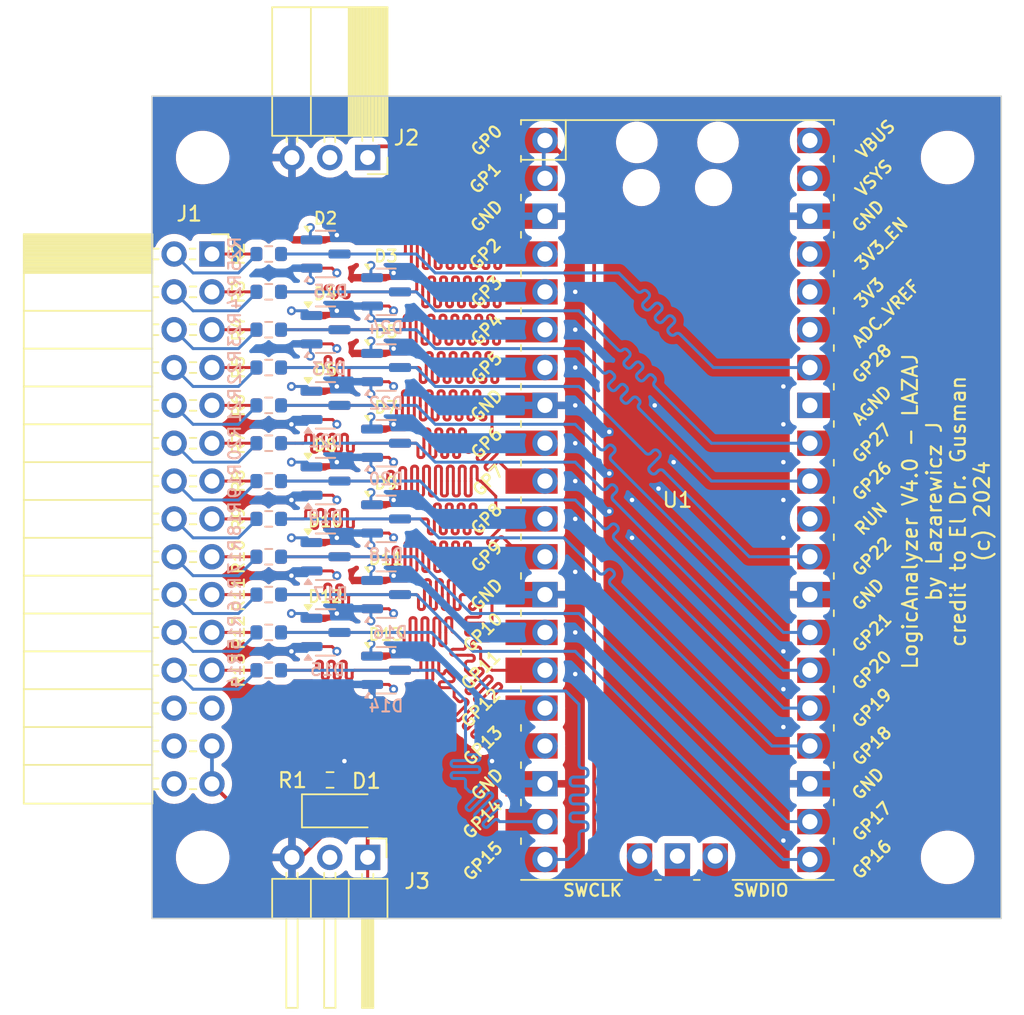
<source format=kicad_pcb>
(kicad_pcb (version 20240108) (generator "pcbnew") (generator_version "8.0")
  (layers (0 "F.Cu" signal) (1 "In1.Cu" signal) (2 "In2.Cu" signal) (31 "B.Cu" signal) (34 "B.Paste" user) (35 "F.Paste" user) (36 "B.SilkS" user "B.Silkscreen") (37 "F.SilkS" user "F.Silkscreen") (38 "B.Mask" user) (39 "F.Mask" user) (44 "Edge.Cuts" user))
  (net 0 "")
  (net 1 "/CHAN_0")
  (net 2 "/CHAN_12")
  (net 3 "/CHAN_1")
  (net 4 "/CHAN_13")
  (net 5 "/CHAN_2")
  (net 6 "/CHAN_14")
  (net 7 "/CHAN_3")
  (net 8 "/CHAN_15")
  (net 9 "/CHAN_4")
  (net 10 "/CHAN_16")
  (net 11 "/CHAN_5")
  (net 12 "/CHAN_17")
  (net 13 "/CHAN_6")
  (net 14 "/CHAN_18")
  (net 15 "/CHAN_7")
  (net 16 "/CHAN_19")
  (net 17 "/CHAN_8")
  (net 18 "/CHAN_20")
  (net 19 "/CHAN_9")
  (net 20 "/CHAN_21")
  (net 21 "/CHAN_10")
  (net 22 "/CHAN_22")
  (net 23 "/CHAN_11")
  (net 24 "/CHAN_23")
  (net 25 "/GND")
  (net 26 "/3V3")
  (net 27 "/5V")
  (net 28 "Net-(J1-Pin_20)")
  (net 29 "Net-(J1-Pin_14)")
  (net 30 "Net-(J1-Pin_15)")
  (net 31 "Net-(J1-Pin_11)")
  (net 32 "Net-(J1-Pin_5)")
  (net 33 "Net-(J1-Pin_22)")
  (net 34 "Net-(J1-Pin_6)")
  (net 35 "/EXT_T")
  (net 36 "Net-(J1-Pin_18)")
  (net 37 "Net-(J1-Pin_16)")
  (net 38 "/EXT_CHAIN")
  (net 39 "Net-(J1-Pin_3)")
  (net 40 "Net-(J1-Pin_10)")
  (net 41 "Net-(J1-Pin_2)")
  (net 42 "Net-(J1-Pin_8)")
  (net 43 "Net-(J1-Pin_7)")
  (net 44 "Net-(J1-Pin_17)")
  (net 45 "Net-(J1-Pin_1)")
  (net 46 "Net-(J1-Pin_23)")
  (net 47 "Net-(J1-Pin_12)")
  (net 48 "Net-(J1-Pin_4)")
  (net 49 "Net-(J1-Pin_9)")
  (net 50 "Net-(J1-Pin_13)")
  (net 51 "Net-(J1-Pin_19)")
  (net 52 "unconnected-(J1-Pin_25-Pad25)")
  (net 53 "Net-(J1-Pin_21)")
  (net 54 "Net-(J1-Pin_24)")
  (footprint "Diode_SMD:D_MiniMELF" (layer "F.Cu") (at 87.44 113.575)
    (property "Reference" "D1")
    (property "Value" "LL4148")
  )
  (footprint "MountingHole:MountingHole_3.2mm_M3_DIN965" (layer "F.Cu") (at 78.115 116.7)
    (property "Reference" "H3" (hide yes))
    (property "Value" "MountingHole")
  )
  (footprint "Connector_PinSocket_2.54mm:PinSocket_1x03_P2.54mm_Horizontal" (layer "F.Cu") (at 89.19 69.725 -90)
    (property "Reference" "J2")
    (property "Value" "Conn_01x03")
  )
  (footprint "Package_TO_SOT_SMD:SOT-23" (layer "F.Cu") (at 90.424 78.74)
    (property "Reference" "D3")
    (property "Value" "BAV99")
  )
  (footprint "MCU_RaspberryPi_and_Boards:RPi_Pico_SMD_TH" (layer "F.Cu") (at 109.982 92.71)
    (property "Reference" "U1")
    (property "Value" "Pico")
  )
  (footprint "Package_TO_SOT_SMD:SOT-23" (layer "F.Cu") (at 86.36 81.28)
    (property "Reference" "D4")
    (property "Value" "BAV99")
  )
  (footprint "Resistor_SMD:R_0603_1608Metric" (layer "F.Cu") (at 82.55 88.9 180)
    (property "Reference" "R7")
    (property "Value" "220R")
  )
  (footprint "Package_TO_SOT_SMD:SOT-23" (layer "F.Cu") (at 90.424 83.82)
    (property "Reference" "D5")
    (property "Value" "BAV99")
  )
  (footprint "MountingHole:MountingHole_3.2mm_M3_DIN965" (layer "F.Cu") (at 128.115 116.7)
    (property "Reference" "H4" (hide yes))
    (property "Value" "MountingHole")
  )
  (footprint "Resistor_SMD:R_0603_1608Metric" (layer "F.Cu") (at 82.55 76.2 180)
    (property "Reference" "R2")
    (property "Value" "220R")
  )
  (footprint "Package_TO_SOT_SMD:SOT-23" (layer "F.Cu") (at 90.424 104.14)
    (property "Reference" "D13")
    (property "Value" "BAV99")
  )
  (footprint "Resistor_SMD:R_0603_1608Metric" (layer "F.Cu") (at 82.55 86.36 180)
    (property "Reference" "R6")
    (property "Value" "220R")
  )
  (footprint "Resistor_SMD:R_0603_1608Metric" (layer "F.Cu") (at 82.55 104.14 180)
    (property "Reference" "R13")
    (property "Value" "220R")
  )
  (footprint "Package_TO_SOT_SMD:SOT-23" (layer "F.Cu") (at 90.424 88.9)
    (property "Reference" "D7")
    (property "Value" "BAV99")
  )
  (footprint "Resistor_SMD:R_0603_1608Metric" (layer "F.Cu") (at 82.55 78.74 180)
    (property "Reference" "R3")
    (property "Value" "220R")
  )
  (footprint "Package_TO_SOT_SMD:SOT-23" (layer "F.Cu") (at 86.36 101.6)
    (property "Reference" "D12")
    (property "Value" "BAV99")
  )
  (footprint "Resistor_SMD:R_0603_1608Metric" (layer "F.Cu") (at 82.55 83.82 180)
    (property "Reference" "R5")
    (property "Value" "220R")
  )
  (footprint "Resistor_SMD:R_0603_1608Metric" (layer "F.Cu") (at 82.55 81.28 180)
    (property "Reference" "R4")
    (property "Value" "220R")
  )
  (footprint "Package_TO_SOT_SMD:SOT-23" (layer "F.Cu") (at 86.36 91.44)
    (property "Reference" "D8")
    (property "Value" "BAV99")
  )
  (footprint "Connector_PinHeader_2.54mm:PinHeader_1x03_P2.54mm_Horizontal" (layer "F.Cu") (at 89.19 116.7 -90)
    (property "Reference" "J3")
    (property "Value" "Conn_01x03")
  )
  (footprint "Package_TO_SOT_SMD:SOT-23" (layer "F.Cu") (at 90.424 99.06)
    (property "Reference" "D11")
    (property "Value" "BAV99")
  )
  (footprint "MountingHole:MountingHole_3.2mm_M3_DIN965" (layer "F.Cu") (at 78.115 69.725)
    (property "Reference" "H1" (hide yes))
    (property "Value" "MountingHole")
  )
  (footprint "Resistor_SMD:R_0603_1608Metric" (layer "F.Cu") (at 82.55 101.6 180)
    (property "Reference" "R12")
    (property "Value" "220R")
  )
  (footprint "Resistor_SMD:R_0603_1608Metric" (layer "F.Cu") (at 86.665 111.5)
    (property "Reference" "R1")
    (property "Value" "100k")
  )
  (footprint "Package_TO_SOT_SMD:SOT-23" (layer "F.Cu") (at 86.36 86.36)
    (property "Reference" "D6")
    (property "Value" "BAV99")
  )
  (footprint "Package_TO_SOT_SMD:SOT-23" (layer "F.Cu") (at 86.36 96.52)
    (property "Reference" "D10")
    (property "Value" "BAV99")
  )
  (footprint "Package_TO_SOT_SMD:SOT-23" (layer "F.Cu") (at 86.36 76.2)
    (property "Reference" "D2")
    (property "Value" "BAV99")
  )
  (footprint "Resistor_SMD:R_0603_1608Metric" (layer "F.Cu") (at 82.55 96.52 180)
    (property "Reference" "R10")
    (property "Value" "220R")
  )
  (footprint "Resistor_SMD:R_0603_1608Metric" (layer "F.Cu") (at 82.55 99.06 180)
    (property "Reference" "R11")
    (property "Value" "220R")
  )
  (footprint "MountingHole:MountingHole_3.2mm_M3_DIN965" (layer "F.Cu") (at 128.115 69.725)
    (property "Reference" "H2" (hide yes))
    (property "Value" "MountingHole")
  )
  (footprint "Resistor_SMD:R_0603_1608Metric" (layer "F.Cu") (at 82.55 91.44 180)
    (property "Reference" "R8")
    (property "Value" "220R")
  )
  (footprint "Connector_PinSocket_2.54mm:PinSocket_2x15_P2.54mm_Horizontal" (layer "F.Cu") (at 78.74 76.2)
    (property "Reference" "J1")
    (property "Value" "Conn_02x15_Odd_Even")
  )
  (footprint "Resistor_SMD:R_0603_1608Metric" (layer "F.Cu") (at 82.55 93.98 180)
    (property "Reference" "R9")
    (property "Value" "220R")
  )
  (footprint "Package_TO_SOT_SMD:SOT-23" (layer "F.Cu") (at 90.424 93.98)
    (property "Reference" "D9")
    (property "Value" "BAV99")
  )
  (footprint "Package_TO_SOT_SMD:SOT-23" (layer "B.Cu") (at 90.424 88.9)
    (property "Reference" "D20")
    (property "Value" "BAV99")
  )
  (footprint "Package_TO_SOT_SMD:SOT-23" (layer "B.Cu") (at 90.424 104.14)
    (property "Reference" "D14")
    (property "Value" "BAV99")
  )
  (footprint "Package_TO_SOT_SMD:SOT-23" (layer "B.Cu") (at 86.36 81.28)
    (property "Reference" "D23")
    (property "Value" "BAV99")
  )
  (footprint "Package_TO_SOT_SMD:SOT-23" (layer "B.Cu") (at 86.36 91.44)
    (property "Reference" "D19")
    (property "Value" "BAV99")
  )
  (footprint "Resistor_SMD:R_0603_1608Metric" (layer "B.Cu") (at 82.55 86.36 180)
    (property "Reference" "R21")
    (property "Value" "220R")
  )
  (footprint "Package_TO_SOT_SMD:SOT-23" (layer "B.Cu") (at 90.424 83.82)
    (property "Reference" "D22")
    (property "Value" "BAV99")
  )
  (footprint "Resistor_SMD:R_0603_1608Metric" (layer "B.Cu") (at 82.55 99.06 180)
    (property "Reference" "R16")
    (property "Value" "220R")
  )
  (footprint "Resistor_SMD:R_0603_1608Metric" (layer "B.Cu") (at 82.55 91.44 180)
    (property "Reference" "R19")
    (property "Value" "220R")
  )
  (footprint "Resistor_SMD:R_0603_1608Metric" (layer "B.Cu") (at 82.55 96.52 180)
    (property "Reference" "R17")
    (property "Value" "220R")
  )
  (footprint "Resistor_SMD:R_0603_1608Metric" (layer "B.Cu") (at 82.55 81.28 180)
    (property "Reference" "R23")
    (property "Value" "220R")
  )
  (footprint "Package_TO_SOT_SMD:SOT-23" (layer "B.Cu") (at 86.36 76.2)
    (property "Reference" "D25")
    (property "Value" "BAV99")
  )
  (footprint "Resistor_SMD:R_0603_1608Metric" (layer "B.Cu") (at 82.55 104.14 180)
    (property "Reference" "R14")
    (property "Value" "220R")
  )
  (footprint "Resistor_SMD:R_0603_1608Metric" (layer "B.Cu") (at 82.55 88.9 180)
    (property "Reference" "R20")
    (property "Value" "220R")
  )
  (footprint "Package_TO_SOT_SMD:SOT-23" (layer "B.Cu") (at 86.36 101.6)
    (property "Reference" "D15")
    (property "Value" "BAV99")
  )
  (footprint "Package_TO_SOT_SMD:SOT-23" (layer "B.Cu") (at 90.424 93.98)
    (property "Reference" "D18")
    (property "Value" "BAV99")
  )
  (footprint "Resistor_SMD:R_0603_1608Metric" (layer "B.Cu") (at 82.55 83.82 180)
    (property "Reference" "R22")
    (property "Value" "220R")
  )
  (footprint "Resistor_SMD:R_0603_1608Metric" (layer "B.Cu") (at 82.55 101.6 180)
    (property "Reference" "R15")
    (property "Value" "220R")
  )
  (footprint "Resistor_SMD:R_0603_1608Metric" (layer "B.Cu") (at 82.55 78.74 180)
    (property "Reference" "R24")
    (property "Value" "220R")
  )
  (footprint "Package_TO_SOT_SMD:SOT-23" (layer "B.Cu") (at 90.424 78.74)
    (property "Reference" "D24")
    (property "Value" "BAV99")
  )
  (footprint "Package_TO_SOT_SMD:SOT-23" (layer "B.Cu") (at 86.36 96.52)
    (property "Reference" "D17")
    (property "Value" "BAV99")
  )
  (footprint "Package_TO_SOT_SMD:SOT-23" (layer "B.Cu") (at 90.424 99.06)
    (property "Reference" "D16")
    (property "Value" "BAV99")
  )
  (footprint "Resistor_SMD:R_0603_1608Metric" (layer "B.Cu") (at 82.55 76.2 180)
    (property "Reference" "R25")
    (property "Value" "220R")
  )
  (footprint "Package_TO_SOT_SMD:SOT-23" (layer "B.Cu") (at 86.36 86.36)
    (property "Reference" "D21")
    (property "Value" "BAV99")
  )
  (footprint "Resistor_SMD:R_0603_1608Metric" (layer "B.Cu") (at 82.55 93.98 180)
    (property "Reference" "R18")
    (property "Value" "220R")
  )
  (gr_rect (start 74.715 65.6) (end 131.715 120.8) (stroke (width 0.1)) (fill none) (layer "Edge.Cuts"))
  (gr_text "LogicAnalyzer V4.0 - LAZAJ\nby Lazarewicz J\ncredit to El Dr. Gusman\n(c) 2024" (at 128.016 93.472 90) (layer "F.SilkS") (effects (font (size 1 1))))
  (segment (start 97.323849 75.387925) (end 97.323849 76.2) (width 0.2) (layer "F.Cu") (net 1))
  (segment (start 91.563849 76.2) (end 91.483849 76.2) (width 0.2) (layer "F.Cu") (net 1))
  (segment (start 95.563849 77.172075) (end 95.483849 77.172075) (width 0.2) (layer "F.Cu") (net 1))
  (segment (start 92.123849 77.012075) (end 92.123849 76.2) (width 0.2) (layer "F.Cu") (net 1))
  (segment (start 97.723849 76.2) (end 97.723849 75.387925) (width 0.2) (layer "F.Cu") (net 1))
  (segment (start 95.723849 76.2) (end 95.723849 77.012075) (width 0.2) (layer "F.Cu") (net 1))
  (segment (start 91.963849 75.227925) (end 91.883849 75.227925) (width 0.2) (layer "F.Cu") (net 1))
  (segment (start 92.763849 75.227925) (end 92.683849 75.227925) (width 0.2) (layer "F.Cu") (net 1))
  (segment (start 91.723849 75.387925) (end 91.723849 76.04) (width 0.2) (layer "F.Cu") (net 1))
  (segment (start 96.523849 76.2) (end 96.523849 77.012075) (width 0.2) (layer "F.Cu") (net 1))
  (segment (start 89.19856 76.2) (end 83.375 76.2) (width 0.2) (layer "F.Cu") (net 1))
  (segment (start 92.923849 77.012075) (end 92.923849 76.2) (width 0.2) (layer "F.Cu") (net 1))
  (segment (start 91.483849 76.2) (end 89.19856 76.2) (width 0.2) (layer "F.Cu") (net 1))
  (segment (start 92.363849 77.172075) (end 92.283849 77.172075) (width 0.2) (layer "F.Cu") (net 1))
  (segment (start 93.723849 77.012075) (end 93.723849 76.2) (width 0.2) (layer "F.Cu") (net 1))
  (segment (start 93.163849 77.172075) (end 93.083849 77.172075) (width 0.2) (layer "F.Cu") (net 1))
  (segment (start 93.323849 75.387925) (end 93.323849 76.2) (width 0.2) (layer "F.Cu") (net 1))
  (segment (start 97.163849 77.172075) (end 97.083849 77.172075) (width 0.2) (layer "F.Cu") (net 1))
  (segment (start 92.523849 75.387925) (end 92.523849 76.2) (width 0.2) (layer "F.Cu") (net 1))
  (segment (start 96.123849 76.2) (end 96.123849 75.387925) (width 0.2) (layer "F.Cu") (net 1))
  (segment (start 95.723849 75.387925) (end 95.723849 76.2) (width 0.2) (layer "F.Cu") (net 1))
  (segment (start 101.092 76.2) (end 98.283849 76.2) (width 0.2) (layer "F.Cu") (net 1))
  (segment (start 96.523849 75.387925) (end 96.523849 76.2) (width 0.2) (layer "F.Cu") (net 1))
  (segment (start 92.923849 76.2) (end 92.923849 75.387925) (width 0.2) (layer "F.Cu") (net 1))
  (segment (start 95.963849 75.227925) (end 95.883849 75.227925) (width 0.2) (layer "F.Cu") (net 1))
  (segment (start 94.523849 77.012075) (end 94.523849 76.2) (width 0.2) (layer "F.Cu") (net 1))
  (segment (start 94.363849 75.227925) (end 94.283849 75.227925) (width 0.2) (layer "F.Cu") (net 1))
  (segment (start 94.763849 77.172075) (end 94.683849 77.172075) (width 0.2) (layer "F.Cu") (net 1))
  (segment (start 92.123849 76.04) (end 92.123849 75.387925) (width 0.2) (layer "F.Cu") (net 1))
  (segment (start 94.923849 76.2) (end 94.923849 77.012075) (width 0.2) (layer "F.Cu") (net 1))
  (segment (start 93.323849 76.2) (end 93.323849 77.012075) (width 0.2) (layer "F.Cu") (net 1))
  (segment (start 95.163849 75.227925) (end 95.083849 75.227925) (width 0.2) (layer "F.Cu") (net 1))
  (segment (start 94.523849 76.2) (end 94.523849 75.387925) (width 0.2) (layer "F.Cu") (net 1))
  (segment (start 93.963849 77.172075) (end 93.883849 77.172075) (width 0.2) (layer "F.Cu") (net 1))
  (segment (start 97.723849 77.012075) (end 97.723849 76.36) (width 0.2) (layer "F.Cu") (net 1))
  (segment (start 97.323849 76.2) (end 97.323849 77.012075) (width 0.2) (layer "F.Cu") (net 1))
  (segment (start 95.323849 77.012075) (end 95.323849 76.2) (width 0.2) (layer "F.Cu") (net 1))
  (segment (start 94.123849 76.2) (end 94.123849 77.012075) (width 0.2) (layer "F.Cu") (net 1))
  (segment (start 93.723849 76.2) (end 93.723849 75.387925) (width 0.2) (layer "F.Cu") (net 1))
  (segment (start 96.923849 77.012075) (end 96.923849 76.2) (width 0.2) (layer "F.Cu") (net 1))
  (segment (start 94.123849 75.387925) (end 94.123849 76.2) (width 0.2) (layer "F.Cu") (net 1))
  (segment (start 94.923849 75.387925) (end 94.923849 76.2) (width 0.2) (layer "F.Cu") (net 1))
  (segment (start 92.123849 76.2) (end 92.123849 76.04) (width 0.2) (layer "F.Cu") (net 1))
  (segment (start 92.523849 76.2) (end 92.523849 77.012075) (width 0.2) (layer "F.Cu") (net 1))
  (segment (start 96.763849 75.227925) (end 96.683849 75.227925) (width 0.2) (layer "F.Cu") (net 1))
  (segment (start 95.323849 76.2) (end 95.323849 75.387925) (width 0.2) (layer "F.Cu") (net 1))
  (segment (start 97.963849 77.172075) (end 97.883849 77.172075) (width 0.2) (layer "F.Cu") (net 1))
  (segment (start 96.363849 77.172075) (end 96.283849 77.172075) (width 0.2) (layer "F.Cu") (net 1))
  (segment (start 93.563849 75.227925) (end 93.483849 75.227925) (width 0.2) (layer "F.Cu") (net 1))
  (segment (start 97.723849 76.36) (end 97.723849 76.2) (width 0.2) (layer "F.Cu") (net 1))
  (segment (start 97.563849 75.227925) (end 97.483849 75.227925) (width 0.2) (layer "F.Cu") (net 1))
  (segment (start 96.923849 76.2) (end 96.923849 75.387925) (width 0.2) (layer "F.Cu") (net 1))
  (segment (start 96.123849 77.012075) (end 96.123849 76.2) (width 0.2) (layer "F.Cu") (net 1))
  (segment (start 98.123849 76.36) (end 98.123849 77.012075) (width 0.2) (layer "F.Cu") (net 1))
  (arc (start 94.123849 77.012075) (mid 94.076986 77.125212) (end 93.963849 77.172075) (width 0.2) (layer "F.Cu") (net 1))
  (arc (start 97.323849 77.012075) (mid 97.276986 77.125212) (end 97.163849 77.172075) (width 0.2) (layer "F.Cu") (net 1))
  (arc (start 93.083849 77.172075) (mid 92.970712 77.125212) (end 92.923849 77.012075) (width 0.2) (layer "F.Cu") (net 1))
  (arc (start 93.723849 75.387925) (mid 93.676986 75.274788) (end 93.563849 75.227925) (width 0.2) (layer "F.Cu") (net 1))
  (arc (start 95.483849 77.172075) (mid 95.370712 77.125212) (end 95.323849 77.012075) (width 0.2) (layer "F.Cu") (net 1))
  (arc (start 96.523849 77.012075) (mid 96.476986 77.125212) (end 96.363849 77.172075) (width 0.2) (layer "F.Cu") (net 1))
  (arc (start 92.523849 77.012075) (mid 92.476986 77.125212) (end 92.363849 77.172075) (width 0.2) (layer "F.Cu") (net 1))
  (arc (start 91.723849 76.04) (mid 91.676986 76.153137) (end 91.563849 76.2) (width 0.2) (layer "F.Cu") (net 1))
  (arc (start 95.883849 75.227925) (mid 95.770712 75.274788) (end 95.723849 75.387925) (width 0.2) (layer "F.Cu") (net 1))
  (arc (start 94.923849 77.012075) (mid 94.876986 77.125212) (end 94.763849 77.172075) (width 0.2) (layer "F.Cu") (net 1))
  (arc (start 94.523849 75.387925) (mid 94.476986 75.274788) (end 94.363849 75.227925) (width 0.2) (layer "F.Cu") (net 1))
  (arc (start 98.283849 76.2) (mid 98.170712 76.246863) (end 98.123849 76.36) (width 0.2) (layer "F.Cu") (net 1))
  (arc (start 96.283849 77.172075) (mid 96.170712 77.125212) (end 96.123849 77.012075) (width 0.2) (layer "F.Cu") (net 1))
  (arc (start 92.683849 75.227925) (mid 92.570712 75.274788) (end 92.523849 75.387925) (width 0.2) (layer "F.Cu") (net 1))
  (arc (start 93.323849 77.012075) (mid 93.276986 77.125212) (end 93.163849 77.172075) (width 0.2) (layer "F.Cu") (net 1))
  (arc (start 92.283849 77.172075) (mid 92.170712 77.125212) (end 92.123849 77.012075) (width 0.2) (layer "F.Cu") (net 1))
  (arc (start 95.083849 75.227925) (mid 94.970712 75.274788) (end 94.923849 75.387925) (width 0.2) (layer "F.Cu") (net 1))
  (arc (start 96.923849 75.387925) (mid 96.876986 75.274788) (end 96.763849 75.227925) (width 0.2) (layer "F.Cu") (net 1))
  (arc (start 93.483849 75.227925) (mid 93.370712 75.274788) (end 93.323849 75.387925) (width 0.2) (layer "F.Cu") (net 1))
  (arc (start 97.723849 75.387925) (mid 97.676986 75.274788) (end 97.563849 75.227925) (width 0.2) (layer "F.Cu") (net 1))
  (arc (start 96.683849 75.227925) (mid 96.570712 75.274788) (end 96.523849 75.387925) (width 0.2) (layer "F.Cu") (net 1))
  (arc (start 93.883849 77.172075) (mid 93.770712 77.125212) (end 93.723849 77.012075) (width 0.2) (layer "F.Cu") (net 1))
  (arc (start 92.923849 75.387925) (mid 92.876986 75.274788) (end 92.763849 75.227925) (width 0.2) (layer "F.Cu") (net 1))
  (arc (start 97.083849 77.172075) (mid 96.970712 77.125212) (end 96.923849 77.012075) (width 0.2) (layer "F.Cu") (net 1))
  (arc (start 97.883849 77.172075) (mid 97.770712 77.125212) (end 97.723849 77.012075) (width 0.2) (layer "F.Cu") (net 1))
  (arc (start 95.723849 77.012075) (mid 95.676986 77.125212) (end 95.563849 77.172075) (width 0.2) (layer "F.Cu") (net 1))
  (arc (start 98.123849 77.012075) (mid 98.076986 77.125212) (end 97.963849 77.172075) (width 0.2) (layer "F.Cu") (net 1))
  (arc (start 95.323849 75.387925) (mid 95.276986 75.274788) (end 95.163849 75.227925) (width 0.2) (layer "F.Cu") (net 1))
  (arc (start 94.283849 75.227925) (mid 94.170712 75.274788) (end 94.123849 75.387925) (width 0.2) (layer "F.Cu") (net 1))
  (arc (start 97.483849 75.227925) (mid 97.370712 75.274788) (end 97.323849 75.387925) (width 0.2) (layer "F.Cu") (net 1))
  (arc (start 92.123849 75.387925) (mid 92.076986 75.274788) (end 91.963849 75.227925) (width 0.2) (layer "F.Cu") (net 1))
  (arc (start 94.683849 77.172075) (mid 94.570712 77.125212) (end 94.523849 77.012075) (width 0.2) (layer "F.Cu") (net 1))
  (arc (start 96.123849 75.387925) (mid 96.076986 75.274788) (end 95.963849 75.227925) (width 0.2) (layer "F.Cu") (net 1))
  (arc (start 91.883849 75.227925) (mid 91.770712 75.274788) (end 91.723849 75.387925) (width 0.2) (layer "F.Cu") (net 1))
  (segment (start 97.541021 113.797022) (end 97.541024 113.797024) (width 0.2) (layer "B.Cu") (net 2))
  (segment (start 97.541062 112.439335) (end 97.484492 112.382765) (width 0.2) (layer "B.Cu") (net 2))
  (segment (start 96.692531 111.817078) (end 96.239941 112.269667) (width 0.2) (layer "B.Cu") (net 2))
  (segment (start 96.975336 113.231336) (end 97.541062 112.665609) (width 0.2) (layer "B.Cu") (net 2))
  (segment (start 94.957967 111.004) (end 95.598 111.004) (width 0.2) (layer "B.Cu") (net 2))
  (segment (start 96.975374 111.873647) (end 96.918805 111.817078) (width 0.2) (layer "B.Cu") (net 2))
  (segment (start 98.10675 113.005023) (end 98.05018 112.948453) (width 0.2) (layer "B.Cu") (net 2))
  (segment (start 95.758 110.204) (end 95.918 110.204) (width 0.2) (layer "B.Cu") (net 2))
  (segment (start 96.522785 112.55251) (end 96.975374 112.099921) (width 0.2) (layer "B.Cu") (net 2))
  (segment (start 96.409648 112.665648) (end 96.522785 112.55251) (width 0.2) (layer "B.Cu") (net 2))
  (segment (start 95.758 109.644) (end 95.758 109.564) (width 0.2) (layer "B.Cu") (net 2))
  (segment (start 97.427884 113.910159) (end 97.541021 113.797022) (width 0.2) (layer "B.Cu") (net 2))
  (segment (start 96.975335 113.231335) (end 96.975336 113.231336) (width 0.2) (layer "B.Cu") (net 2))
  (segment (start 95.598 111.404) (end 94.957967 111.404) (width 0.2) (layer "B.Cu") (net 2))
  (segment (start 97.541024 113.797024) (end 98.10675 113.231297) (width 0.2) (layer "B.Cu") (net 2))
  (segment (start 95.758 109.564) (end 95.758 106.172) (width 0.2) (layer "B.Cu") (net 2))
  (segment (start 95.843955 113.231338) (end 96.409647 112.665647) (width 0.2) (layer "B.Cu") (net 2))
  (segment (start 97.258179 113.514179) (end 97.25818 113.51418) (width 0.2) (layer "B.Cu") (net 2))
  (segment (start 96.558033 110.604) (end 95.758 110.604) (width 0.2) (layer "B.Cu") (net 2))
  (segment (start 94.797967 110.444) (end 94.797967 110.364) (width 0.2) (layer "B.Cu") (net 2))
  (segment (start 96.409613 113.797056) (end 96.975335 113.231335) (width 0.2) (layer "B.Cu") (net 2))
  (segment (start 97.031877 114.645587) (end 96.975305 114.589015) (width 0.2) (layer "B.Cu") (net 2))
  (segment (start 93.726 104.14) (end 83.375 104.14) (width 0.2) (layer "B.Cu") (net 2))
  (segment (start 98.044 114.3) (end 97.937007 114.193007) (width 0.2) (layer "B.Cu") (net 2))
  (segment (start 96.409647 112.665647) (end 96.409648 112.665648) (width 0.2) (layer "B.Cu") (net 2))
  (segment (start 97.710731 114.193006) (end 97.258151 114.645587) (width 0.2) (layer "B.Cu") (net 2))
  (segment (start 94.849955 105.263955) (end 93.726 104.14) (width 0.2) (layer "B.Cu") (net 2))
  (segment (start 94.957967 110.204) (end 95.758 110.204) (width 0.2) (layer "B.Cu") (net 2))
  (segment (start 95.758 106.172) (end 94.849955 105.263955) (width 0.2) (layer "B.Cu") (net 2))
  (segment (start 95.957099 112.213099) (end 95.758 112.014) (width 0.2) (layer "B.Cu") (net 2))
  (segment (start 96.466183 114.0799) (end 96.409613 114.02333) (width 0.2) (layer "B.Cu") (net 2))
  (segment (start 97.258218 112.382765) (end 96.692491 112.948491) (width 0.2) (layer "B.Cu") (net 2))
  (segment (start 96.718033 110.844) (end 96.718033 110.764) (width 0.2) (layer "B.Cu") (net 2))
  (segment (start 94.797967 111.244) (end 94.797967 111.164) (width 0.2) (layer "B.Cu") (net 2))
  (segment (start 95.598 111.004) (end 95.758 111.004) (width 0.2) (layer "B.Cu") (net 2))
  (segment (start 96.692492 112.948492) (end 96.126799 113.514182) (width 0.2) (layer "B.Cu") (net 2))
  (segment (start 95.758 112.014) (end 95.758 111.564) (width 0.2) (layer "B.Cu") (net 2))
  (segment (start 96.975305 114.362741) (end 97.427884 113.910159) (width 0.2) (layer "B.Cu") (net 2))
  (segment (start 97.25818 113.51418) (end 96.692457 114.0799) (width 0.2) (layer "B.Cu") (net 2))
  (segment (start 95.758 110.604) (end 94.957967 110.604) (width 0.2) (layer "B.Cu") (net 2))
  (segment (start 95.758 111.004) (end 96.558033 111.004) (width 0.2) (layer "B.Cu") (net 2))
  (segment (start 97.823906 112.948453) (end 97.258179 113.514179) (width 0.2) (layer "B.Cu") (net 2))
  (segment (start 96.558033 109.804) (end 95.918 109.804) (width 0.2) (layer "B.Cu") (net 2))
  (segment (start 96.013667 112.269667) (end 95.957099 112.213099) (width 0.2) (layer "B.Cu") (net 2))
  (segment (start 95.900525 113.514182) (end 95.843955 113.457612) (width 0.2) (layer "B.Cu") (net 2))
  (segment (start 95.918 110.204) (end 96.558033 110.204) (width 0.2) (layer "B.Cu") (net 2))
  (segment (start 96.718033 110.044) (end 96.718033 109.964) (width 0.2) (layer "B.Cu") (net 2))
  (segment (start 96.692491 112.948491) (end 96.692492 112.948492) (width 0.2) (layer "B.Cu") (net 2))
  (segment (start 101.092 114.3) (end 98.044 114.3) (width 0.2) (layer "B.Cu") (net 2))
  (arc (start 98.05018 112.948453) (mid 97.937043 112.90159) (end 97.823906 112.948453) (width 0.2) (layer "B.Cu") (net 2))
  (arc (start 94.957967 110.604) (mid 94.84483 110.557137) (end 94.797967 110.444) (width 0.2) (layer "B.Cu") (net 2))
  (arc (start 96.975305 114.589015) (mid 96.928442 114.475878) (end 96.975305 114.362741) (width 0.2) (layer "B.Cu") (net 2))
  (arc (start 96.558033 110.204) (mid 96.67117 110.157137) (end 96.718033 110.044) (width 0.2) (layer "B.Cu") (net 2))
  (arc (start 95.758 111.564) (mid 95.711137 111.450863) (end 95.598 111.404) (width 0.2) (layer "B.Cu") (net 2))
  (arc (start 95.918 109.804) (mid 95.804863 109.757137) (end 95.758 109.644) (width 0.2) (layer "B.Cu") (net 2))
  (arc (start 96.718033 109.964) (mid 96.67117 109.850863) (end 96.558033 109.804) (width 0.2) (layer "B.Cu") (net 2))
  (arc (start 94.797967 111.164) (mid 94.84483 111.050863) (end 94.957967 111.004) (width 0.2) (layer "B.Cu") (net 2))
  (arc (start 96.975374 112.099921) (mid 97.022237 111.986784) (end 96.975374 111.873647) (width 0.2) (layer "B.Cu") (net 2))
  (arc (start 95.843955 113.457612) (mid 95.797092 113.344475) (end 95.843955 113.231338) (width 0.2) (layer "B.Cu") (net 2))
  (arc (start 97.937007 114.193007) (mid 97.823869 114.146142) (end 97.710731 114.193006) (width 0.2) (layer "B.Cu") (net 2))
  (arc (start 96.558033 111.004) (mid 96.67117 110.957137) (end 96.718033 110.844) (width 0.2) (layer "B.Cu") (net 2))
  (arc (start 98.10675 113.231297) (mid 98.153613 113.11816) (end 98.10675 113.005023) (width 0.2) (layer "B.Cu") (net 2))
  (arc (start 96.239941 112.269667) (mid 96.126804 112.31653) (end 96.013667 112.269667) (width 0.2) (layer "B.Cu") (net 2))
  (arc (start 96.918805 111.817078) (mid 96.805668 111.770215) (end 96.692531 111.817078) (width 0.2) (layer "B.Cu") (net 2))
  (arc (start 94.797967 110.364) (mid 94.84483 110.250863) (end 94.957967 110.204) (width 0.2) (layer "B.Cu") (net 2))
  (arc (start 97.484492 112.382765) (mid 97.371355 112.335902) (end 97.258218 112.382765) (width 0.2) (layer "B.Cu") (net 2))
  (arc (start 96.692457 114.0799) (mid 96.57932 114.126763) (end 96.466183 114.0799) (width 0.2) (layer "B.Cu") (net 2))
  (arc (start 97.258151 114.645587) (mid 97.145014 114.69245) (end 97.031877 114.645587) (width 0.2) (layer "B.Cu") (net 2))
  (arc (start 97.541062 112.665609) (mid 97.587925 112.552472) (end 97.541062 112.439335) (width 0.2) (layer "B.Cu") (net 2))
  (arc (start 96.409613 114.02333) (mid 96.36275 113.910193) (end 96.409613 113.797056) (width 0.2) (layer "B.Cu") (net 2))
  (arc (start 96.126799 113.514182) (mid 96.013662 113.561045) (end 95.900525 113.514182) (width 0.2) (layer "B.Cu") (net 2))
  (arc (start 96.718033 110.764) (mid 96.67117 110.650863) (end 96.558033 110.604) (width 0.2) (layer "B.Cu") (net 2))
  (arc (start 94.957967 111.404) (mid 94.84483 111.357137) (end 94.797967 111.244) (width 0.2) (layer "B.Cu") (net 2))
  (segment (start 94.085273 78.74) (end 94.085273 79.58) (width 0.2) (layer "F.Cu") (net 3))
  (segment (start 97.285273 77.9) (end 97.285273 78.74) (width 0.2) (layer "F.Cu") (net 3))
  (segment (start 87.140645 78.74) (end 87.140645 78.98) (width 0.2) (layer "F.Cu") (net 3))
  (segment (start 96.885273 78.74) (end 96.885273 77.9) (width 0.2) (layer "F.Cu") (net 3))
  (segment (start 96.325273 79.74) (end 96.245273 79.74) (width 0.2) (layer "F.Cu") (net 3))
  (segment (start 92.485273 77.9) (end 92.485273 78.58) (width 0.2) (layer "F.Cu") (net 3))
  (segment (start 101.092 78.74) (end 98.245273 78.74) (width 0.2) (layer "F.Cu") (net 3))
  (segment (start 86.580645 78.34) (end 86.500645 78.34) (width 0.2) (layer "F.Cu") (net 3))
  (segment (start 94.725273 79.74) (end 94.645273 79.74) (width 0.2) (layer "F.Cu") (net 3))
  (segment (start 97.685273 79.58) (end 97.685273 78.9) (width 0.2) (layer "F.Cu") (net 3))
  (segment (start 87.540645 78.74) (end 87.540645 78.5) (width 0.2) (layer "F.Cu") (net 3))
  (segment (start 87.940645 78.9) (end 87.940645 78.98) (width 0.2) (layer "F.Cu") (net 3))
  (segment (start 86.100645 78.74) (end 85.69122 78.74) (width 0.2) (layer "F.Cu") (net 3))
  (segment (start 95.925273 77.74) (end 95.845273 77.74) (width 0.2) (layer "F.Cu") (net 3))
  (segment (start 86.180645 78.74) (end 86.100645 78.74) (width 0.2) (layer "F.Cu") (net 3))
  (segment (start 96.085273 79.58) (end 96.085273 78.74) (width 0.2) (layer "F.Cu") (net 3))
  (segment (start 92.885273 79.58) (end 92.885273 78.74) (width 0.2) (layer "F.Cu") (net 3))
  (segment (start 87.380645 78.34) (end 87.300645 78.34) (width 0.2) (layer "F.Cu") (net 3))
  (segment (start 96.725273 77.74) (end 96.645273 77.74) (width 0.2) (layer "F.Cu") (net 3))
  (segment (start 93.285273 78.74) (end 93.285273 79.58) (width 0.2) (layer "F.Cu") (net 3))
  (segment (start 86.740645 78.58) (end 86.740645 78.5) (width 0.2) (layer "F.Cu") (net 3))
  (segment (start 96.085273 78.74) (end 96.085273 77.9) (width 0.2) (layer "F.Cu") (net 3))
  (segment (start 97.525273 77.74) (end 97.445273 77.74) (width 0.2) (layer "F.Cu") (net 3))
  (segment (start 95.285273 78.74) (end 95.285273 77.9) (width 0.2) (layer "F.Cu") (net 3))
  (segment (start 87.140645 78.5) (end 87.140645 78.74) (width 0.2) (layer "F.Cu") (net 3))
  (segment (start 94.325273 77.74) (end 94.245273 77.74) (width 0.2) (layer "F.Cu") (net 3))
  (segment (start 97.285273 78.74) (end 97.285273 79.58) (width 0.2) (layer "F.Cu") (net 3))
  (segment (start 94.085273 77.9) (end 94.085273 78.74) (width 0.2) (layer "F.Cu") (net 3))
  (segment (start 96.885273 79.58) (end 96.885273 78.74) (width 0.2) (layer "F.Cu") (net 3))
  (segment (start 95.285273 79.58) (end 95.285273 78.74) (width 0.2) (layer "F.Cu") (net 3))
  (segment (start 92.885273 78.58) (end 92.885273 77.9) (width 0.2) (layer "F.Cu") (net 3))
  (segment (start 93.525273 77.74) (end 93.445273 77.74) (width 0.2) (layer "F.Cu") (net 3))
  (segment (start 93.925273 79.74) (end 93.845273 79.74) (width 0.2) (layer "F.Cu") (net 3))
  (segment (start 86.980645 79.14) (end 86.900645 79.14) (width 0.2) (layer "F.Cu") (net 3))
  (segment (start 91.3615 78.74) (end 88.100645 78.74) (width 0.2) (layer "F.Cu") (net 3))
  (segment (start 86.740645 78.98) (end 86.740645 78.74) (width 0.2) (layer "F.Cu") (net 3))
  (segment (start 92.725273 77.74) (end 92.645273 77.74) (width 0.2) (layer "F.Cu") (net 3))
  (segment (start 96.485273 78.74) (end 96.485273 79.58) (width 0.2) (layer "F.Cu") (net 3))
  (segment (start 98.085273 78.9) (end 98.085273 79.58) (width 0.2) (layer "F.Cu") (net 3))
  (segment (start 86.740645 78.74) (end 86.740645 78.58) (width 0.2) (layer "F.Cu") (net 3))
  (segment (start 93.685273 79.58) (end 93.685273 78.74) (width 0.2) (layer "F.Cu") (net 3))
  (segment (start 97.685273 78.74) (end 97.685273 77.9) (width 0.2) (layer "F.Cu") (net 3))
  (segment (start 86.340645 78.5) (end 86.340645 78.58) (width 0.2) (layer "F.Cu") (net 3))
  (segment (start 97.125273 79.74) (end 97.045273 79.74) (width 0.2) (layer "F.Cu") (net 3))
  (segment (start 92.245273 78.74) (end 91.99619 78.74) (width 0.2) (layer "F.Cu") (net 3))
  (segment (start 95.525273 79.74) (end 95.445273 79.74) (width 0.2) (layer "F.Cu") (net 3))
  (segment (start 91.99619 78.74) (end 91.3615 78.74) (width 0.2) (layer "F.Cu") (net 3))
  (segment (start 87.780645 79.14) (end 87.700645 79.14) (width 0.2) (layer "F.Cu") (net 3))
  (segment (start 93.285273 77.9) (end 93.285273 78.74) (width 0.2) (layer "F.Cu") (net 3))
  (segment (start 94.885273 78.74) (end 94.885273 79.58) (width 0.2) (layer "F.Cu") (net 3))
  (segment (start 93.125273 79.74) (end 93.045273 79.74) (width 0.2) (layer "F.Cu") (net 3))
  (segment (start 92.325273 78.74) (end 92.245273 78.74) (width 0.2) (layer "F.Cu") (net 3))
  (segment (start 87.540645 78.98) (end 87.540645 78.9) (width 0.2) (layer "F.Cu") (net 3))
  (segment (start 95.685273 77.9) (end 95.685273 78.74) (width 0.2) (layer "F.Cu") (net 3))
  (segment (start 94.485273 78.74) (end 94.485273 77.9) (width 0.2) (layer "F.Cu") (net 3))
  (segment (start 94.885273 77.9) (end 94.885273 78.74) (width 0.2) (layer "F.Cu") (net 3))
  (segment (start 87.540645 78.9) (end 87.540645 78.74) (width 0.2) (layer "F.Cu") (net 3))
  (segment (start 85.69122 78.74) (end 83.375 78.74) (width 0.2) (layer "F.Cu") (net 3))
  (segment (start 95.125273 77.74) (end 95.045273 77.74) (width 0.2) (layer "F.Cu") (net 3))
  (segment (start 96.485273 77.9) (end 96.485273 78.74) (width 0.2) (layer "F.Cu") (net 3))
  (segment (start 93.685273 78.74) (end 93.685273 77.9) (width 0.2) (layer "F.Cu") (net 3))
  (segment (start 95.685273 78.74) (end 95.685273 79.58) (width 0.2) (layer "F.Cu") (net 3))
  (segment (start 92.885273 78.74) (end 92.885273 78.58) (width 0.2) (layer "F.Cu") (net 3))
  (segment (start 94.485273 79.58) (end 94.485273 78.74) (width 0.2) (layer "F.Cu") (net 3))
  (segment (start 97.925273 79.74) (end 97.845273 79.74) (width 0.2) (layer "F.Cu") (net 3))
  (segment (start 97.685273 78.9) (end 97.685273 78.74) (width 0.2) (layer "F.Cu") (net 3))
  (arc (start 87.540645 78.5) (mid 87.493782 78.386863) (end 87.380645 78.34) (width 0.2) (layer "F.Cu") (net 3))
  (arc (start 87.140645 78.98) (mid 87.093782 79.093137) (end 86.980645 79.14) (width 0.2) (layer "F.Cu") (net 3))
  (arc (start 93.845273 79.74) (mid 93.732136 79.693137) (end 93.685273 79.58) (width 0.2) (layer "F.Cu") (net 3))
  (arc (start 86.740645 78.5) (mid 86.693782 78.386863) (end 86.580645 78.34) (width 0.2) (layer "F.Cu") (net 3))
  (arc (start 94.245273 77.74) (mid 94.132136 77.786863) (end 94.085273 77.9) (width 0.2) (layer "F.Cu") (net 3))
  (arc (start 94.085273 79.58) (mid 94.03841 79.693137) (end 93.925273 79.74) (width 0.2) (layer "F.Cu") (net 3))
  (arc (start 92.885273 77.9) (mid 92.83841 77.786863) (end 92.725273 77.74) (width 0.2) (layer "F.Cu") (net 3))
  (arc (start 97.845273 79.74) (mid 97.732136 79.693137) (end 97.685273 79.58) (width 0.2) (layer "F.Cu") (net 3))
  (arc (start 86.500645 78.34) (mid 86.387508 78.386863) (end 86.340645 78.5) (width 0.2) (layer "F.Cu") (net 3))
  (arc (start 93.045273 79.74) (mid 92.932136 79.693137) (end 92.885273 79.58) (width 0.2) (layer "F.Cu") (net 3))
  (arc (start 97.045273 79.74) (mid 96.932136 79.693137) (end 96.885273 79.58) (width 0.2) (layer "F.Cu") (net 3))
  (arc (start 97.285273 79.58) (mid 97.23841 79.693137) (end 97.125273 79.74) (width 0.2) (layer "F.Cu") (net 3))
  (arc (start 98.245273 78.74) (mid 98.132136 78.786863) (end 98.085273 78.9) (width 0.2) (layer "F.Cu") (net 3))
  (arc (start 93.445273 77.74) (mid 93.332136 77.786863) (end 93.285273 77.9) (width 0.2) (layer "F.Cu") (net 3))
  (arc (start 95.445273 79.74) (mid 95.332136 79.693137) (end 95.285273 79.58) (width 0.2) (layer "F.Cu") (net 3))
  (arc (start 94.645273 79.74) (mid 94.532136 79.693137) (end 94.485273 79.58) (width 0.2) (layer "F.Cu") (net 3))
  (arc (start 92.485273 78.58) (mid 92.43841 78.693137) (end 92.325273 78.74) (width 0.2) (layer "F.Cu") (net 3))
  (arc (start 95.845273 77.74) (mid 95.732136 77.786863) (end 95.685273 77.9) (width 0.2) (layer "F.Cu") (net 3))
  (arc (start 96.085273 77.9) (mid 96.03841 77.786863) (end 95.925273 77.74) (width 0.2) (layer "F.Cu") (net 3))
  (arc (start 95.285273 77.9) (mid 95.23841 77.786863) (end 95.125273 77.74) (width 0.2) (layer "F.Cu") (net 3))
  (arc (start 94.885273 79.58) (mid 94.83841 79.693137) (end 94.725273 79.74) (width 0.2) (layer "F.Cu") (net 3))
  (arc (start 98.085273 79.58) (mid 98.03841 79.693137) (end 97.925273 79.74) (width 0.2) (layer "F.Cu") (net 3))
  (arc (start 92.645273 77.74) (mid 92.532136 77.786863) (end 92.485273 77.9) (width 0.2) (layer "F.Cu") (net 3))
  (arc (start 94.485273 77.9) (mid 94.43841 77.786863) (end 94.325273 77.74) (width 0.2) (layer "F.Cu") (net 3))
  (arc (start 96.885273 77.9) (mid 96.83841 77.786863) (end 96.725273 77.74) (width 0.2) (layer "F.Cu") (net 3))
  (arc (start 96.245273 79.74) (mid 96.132136 79.693137) (end 96.085273 79.58) (width 0.2) (layer "F.Cu") (net 3))
  (arc (start 96.485273 79.58) (mid 96.43841 79.693137) (end 96.325273 79.74) (width 0.2) (layer "F.Cu") (net 3))
  (arc (start 87.300645 78.34) (mid 87.187508 78.386863) (end 87.140645 78.5) (width 0.2) (layer "F.Cu") (net 3))
  (arc (start 93.685273 77.9) (mid 93.63841 77.786863) (end 93.525273 77.74) (width 0.2) (layer "F.Cu") (net 3))
  (arc (start 86.900645 79.14) (mid 86.787508 79.093137) (end 86.740645 78.98) (width 0.2) (layer "F.Cu") (net 3))
  (arc (start 97.685273 77.9) (mid 97.63841 77.786863) (end 97.525273 77.74) (width 0.2) (layer "F.Cu") (net 3))
  (arc (start 86.340645 78.58) (mid 86.293782 78.693137) (end 86.180645 78.74) (width 0.2) (layer "F.Cu") (net 3))
  (arc (start 87.940645 78.98) (mid 87.893782 79.093137) (end 87.780645 79.14) (width 0.2) (layer "F.Cu") (net 3))
  (arc (start 87.700645 79.14) (mid 87.587508 79.093137) (end 87.540645 78.98) (width 0.2) (layer "F.Cu") (net 3))
  (arc (start 95.685273 79.58) (mid 95.63841 79.693137) (end 95.525273 79.74) (width 0.2) (layer "F.Cu") (net 3))
  (arc (start 96.645273 77.74) (mid 96.532136 77.786863) (end 96.485273 77.9) (width 0.2) (layer "F.Cu") (net 3))
  (arc (start 93.285273 79.58) (mid 93.23841 79.693137) (end 93.125273 79.74) (width 0.2) (layer "F.Cu") (net 3))
  (arc (start 88.100645 78.74) (mid 87.987508 78.786863) (end 87.940645 78.9) (width 0.2) (layer "F.Cu") (net 3))
  (arc (start 97.445273 77.74) (mid 97.332136 77.786863) (end 97.285273 77.9) (width 0.2) (layer "F.Cu") (net 3))
  (arc (start 95.045273 77.74) (mid 94.932136 77.786863) (end 94.885273 77.9) (width 0.2) (layer "F.Cu") (net 3))
  (segment (start 103.018 113.110397) (end 103.378 113.110397) (width 0.2) (layer "B.Cu") (net 4))
  (segment (start 103.018 114.310397) (end 103.378 114.310397) (width 0.2) (layer "B.Cu") (net 4))
  (segment (start 103.378 111.910397) (end 103.738 111.910397) (width 0.2) (layer "B.Cu") (net 4))
  (segment (start 83.375 101.6) (end 93.472 101.6) (width 0.2) (layer "B.Cu") (net 4))
  (segment (start 103.978 113.350397) (end 103.978 113.470397) (width 0.2) (layer "B.Cu") (net 4))
  (segment (start 103.978 114.550397) (end 103.978 114.670397) (width 0.2) (layer "B.Cu") (net 4))
  (segment (start 103.738 113.710397) (end 103.378 113.710397) (width 0.2) (layer "B.Cu") (net 4))
  (segment (start 103.618 114.310397) (end 103.738 114.310397) (width 0.2) (layer "B.Cu") (net 4))
  (segment (start 102.778 113.950397) (end 102.778 114.070397) (width 0.2) (layer "B.Cu") (net 4))
  (segment (start 103.378 115.270397) (end 103.378 116.078) (width 0.2) (layer "B.Cu") (net 4))
  (segment (start 103.378 113.710397) (end 103.018 113.710397) (width 0.2) (layer "B.Cu") (net 4))
  (segment (start 103.378 112.510397) (end 103.018 112.510397) (width 0.2) (layer "B.Cu") (net 4))
  (segment (start 102.482 105.53) (end 103.378 106.426) (width 0.2) (layer "B.Cu") (net 4))
  (segment (start 103.018 111.910397) (end 103.378 111.910397) (width 0.2) (layer "B.Cu") (net 4))
  (segment (start 97.402 105.53) (end 102.482 105.53) (width 0.2) (layer "B.Cu") (net 4))
  (segment (start 103.378 106.426) (end 103.378 110.470397) (width 0.2) (layer "B.Cu") (net 4))
  (segment (start 102.616 116.84) (end 101.092 116.84) (width 0.2) (layer "B.Cu") (net 4))
  (segment (start 103.738 114.910397) (end 103.618 114.910397) (width 0.2) (layer "B.Cu") (net 4))
  (segment (start 103.378 114.310397) (end 103.618 114.310397) (width 0.2) (layer "B.Cu") (net 4))
  (segment (start 103.378 115.150397) (end 103.378 115.270397) (width 0.2) (layer "B.Cu") (net 4))
  (segment (start 103.738 112.510397) (end 103.378 112.510397) (width 0.2) (layer "B.Cu") (net 4))
  (segment (start 103.378 116.078) (end 102.616 116.84) (width 0.2) (layer "B.Cu") (net 4))
  (segment (start 102.778 111.550397) (end 102.778 111.670397) (width 0.2) (layer "B.Cu") (net 4))
  (segment (start 102.778 112.750397) (end 102.778 112.870397) (width 0.2) (layer "B.Cu") (net 4))
  (segment (start 103.738 111.310397) (end 103.618 111.310397) (width 0.2) (layer "B.Cu") (net 4))
  (segment (start 103.978 112.150397) (end 103.978 112.270397) (width 0.2) (layer "B.Cu") (net 4))
  (segment (start 103.618 110.710397) (end 103.738 110.710397) (width 0.2) (layer "B.Cu") (net 4))
  (segment (start 93.472 101.6) (end 97.402 105.53) (width 0.2) (layer "B.Cu") (net 4))
  (segment (start 103.378 113.110397) (end 103.738 113.110397) (width 0.2) (layer "B.Cu") (net 4))
  (segment (start 103.378 111.310397) (end 103.018 111.310397) (width 0.2) (layer "B.Cu") (net 4))
  (segment (start 103.618 111.310397) (end 103.378 111.310397) (width 0.2) (layer "B.Cu") (net 4))
  (segment (start 103.978 110.950397) (end 103.978 111.070397) (width 0.2) (layer "B.Cu") (net 4))
  (arc (start 103.978 112.270397) (mid 103.907706 112.440103) (end 103.738 112.510397) (width 0.2) (layer "B.Cu") (net 4))
  (arc (start 103.738 110.710397) (mid 103.907706 110.780691) (end 103.978 110.950397) (width 0.2) (layer "B.Cu") (net 4))
  (arc (start 103.018 111.310397) (mid 102.848294 111.380691) (end 102.778 111.550397) (width 0.2) (layer "B.Cu") (net 4))
  (arc (start 103.018 113.710397) (mid 102.848294 113.780691) (end 102.778 113.950397) (width 0.2) (layer "B.Cu") (net 4))
  (arc (start 103.738 114.310397) (mid 103.907706 114.380691) (end 103.978 114.550397) (width 0.2) (layer "B.Cu") (net 4))
  (arc (start 103.978 113.470397) (mid 103.907706 113.640103) (end 103.738 113.710397) (width 0.2) (layer "B.Cu") (net 4))
  (arc (start 102.778 112.870397) (mid 102.848294 113.040103) (end 103.018 113.110397) (width 0.2) (layer "B.Cu") (net 4))
  (arc (start 103.738 111.910397) (mid 103.907706 111.980691) (end 103.978 112.150397) (width 0.2) (layer "B.Cu") (net 4))
  (arc (start 103.978 111.070397) (mid 103.907706 111.240103) (end 103.738 111.310397) (width 0.2) (layer "B.Cu") (net 4))
  (arc (start 102.778 114.070397) (mid 102.848294 114.240103) (end 103.018 114.310397) (width 0.2) (layer "B.Cu") (net 4))
  (arc (start 103.978 114.670397) (mid 103.907706 114.840103) (end 103.738 114.910397) (width 0.2) (layer "B.Cu") (net 4))
  (arc (start 102.778 111.670397) (mid 102.848294 111.840103) (end 103.018 111.910397) (width 0.2) (layer "B.Cu") (net 4))
  (arc (start 103.738 113.110397) (mid 103.907706 113.180691) (end 103.978 113.350397) (width 0.2) (layer "B.Cu") (net 4))
  (arc (start 103.618 114.910397) (mid 103.448294 114.980691) (end 103.378 115.150397) (width 0.2) (layer "B.Cu") (net 4))
  (arc (start 103.018 112.510397) (mid 102.848294 112.580691) (end 102.778 112.750397) (width 0.2) (layer "B.Cu") (net 4))
  (arc (start 103.378 110.470397) (mid 103.448294 110.640103) (end 103.618 110.710397) (width 0.2) (layer "B.Cu") (net 4))
  (segment (start 91.067599 81.28) (end 83.375 81.28) (width 0.2) (layer "F.Cu") (net 5))
  (segment (start 95.484286 82.252148) (end 95.404286 82.252148) (width 0.2) (layer "F.Cu") (net 5))
  (segment (start 94.444286 81.28) (end 94.444286 80.467852) (width 0.2) (layer "F.Cu") (net 5))
  (segment (start 93.884286 82.25213) (end 93.804286 82.25213) (width 0.2) (layer "F.Cu") (net 5))
  (segment (start 93.244286 80.467852) (end 93.244286 81.28) (width 0.2) (layer "F.Cu") (net 5))
  (segment (start 93.644286 81.28) (end 93.644286 80.467852) (width 0.2) (layer "F.Cu") (net 5))
  (segment (start 91.884286 80.307852) (end 91.804286 80.307852) (width 0.2) (layer "F.Cu") (net 5))
  (segment (start 97.644286 81.44) (end 97.644286 81.28) (width 0.2) (layer "F.Cu") (net 5))
  (segment (start 92.044286 81.12) (end 92.044286 80.467852) (width 0.2) (layer "F.Cu") (net 5))
  (segment (start 92.844286 81.28) (end 92.844286 80.46787) (width 0.2) (layer "F.Cu") (net 5))
  (segment (start 94.684286 82.252148) (end 94.604286 82.252148) (width 0.2) (layer "F.Cu") (net 5))
  (segment (start 95.244286 82.092148) (end 95.244286 81.28) (width 0.2) (layer "F.Cu") (net 5))
  (segment (start 92.684286 80.30787) (end 92.604286 80.30787) (width 0.2) (layer "F.Cu") (net 5))
  (segment (start 93.484286 80.307852) (end 93.404286 80.307852) (width 0.2) (layer "F.Cu") (net 5))
  (segment (start 96.284286 82.25213) (end 96.204286 82.25213) (width 0.2) (layer "F.Cu") (net 5))
  (segment (start 94.844286 80.46787) (end 94.844286 81.28) (width 0.2) (layer "F.Cu") (net 5))
  (segment (start 94.444286 82.092148) (end 94.444286 81.28) (width 0.2) (layer "F.Cu") (net 5))
  (segment (start 96.044286 81.28) (end 96.044286 80.467852) (width 0.2) (layer "F.Cu") (net 5))
  (segment (start 95.644286 80.467852) (end 95.644286 81.28) (width 0.2) (layer "F.Cu") (net 5))
  (segment (start 97.644286 82.09213) (end 97.644286 81.44) (width 0.2) (layer "F.Cu") (net 5))
  (segment (start 94.284286 80.307852) (end 94.204286 80.307852) (width 0.2) (layer "F.Cu") (net 5))
  (segment (start 96.444286 80.467852) (end 96.444286 81.28) (width 0.2) (layer "F.Cu") (net 5))
  (segment (start 96.684286 80.307852) (end 96.604286 80.307852) (width 0.2) (layer "F.Cu") (net 5))
  (segment (start 92.044286 81.28) (end 92.044286 81.12) (width 0.2) (layer "F.Cu") (net 5))
  (segment (start 94.844286 81.28) (end 94.844286 82.092148) (width 0.2) (layer "F.Cu") (net 5))
  (segment (start 97.084286 82.252148) (end 97.004286 82.252148) (width 0.2) (layer "F.Cu") (net 5))
  (segment (start 92.444286 80.46787) (end 92.444286 81.28) (width 0.2) (layer "F.Cu") (net 5))
  (segment (start 91.644286 80.467852) (end 91.644286 81.12) (width 0.2) (layer "F.Cu") (net 5))
  (segment (start 92.444286 81.28) (end 92.444286 82.092148) (width 0.2) (layer "F.Cu") (net 5))
  (segment (start 94.044286 81.28) (end 94.044286 82.09213) (width 0.2) (layer "F.Cu") (net 5))
  (segment (start 95.884286 80.307852) (end 95.804286 80.307852) (width 0.2) (layer "F.Cu") (net 5))
  (segment (start 97.244286 80.467852) (end 97.244286 81.28) (width 0.2) (layer "F.Cu") (net 5))
  (segment (start 97.484286 80.307852) (end 97.404286 80.307852) (width 0.2) (layer "F.Cu") (net 5))
  (segment (start 92.284286 82.252148) (end 92.204286 82.252148) (width 0.2) (layer "F.Cu") (net 5))
  (segment (start 96.844286 82.092148) (end 96.844286 81.28) (width 0.2) (layer "F.Cu") (net 5))
  (segment (start 91.484286 81.28) (end 91.404286 81.28) (width 0.2) (layer "F.Cu") (net 5))
  (segment (start 92.044286 82.092148) (end 92.044286 81.28) (width 0.2) (layer "F.Cu") (net 5))
  (segment (start 94.044286 80.467852) (end 94.044286 81.28) (width 0.2) (layer "F.Cu") (net 5))
  (segment (start 93.644286 82.09213) (end 93.644286 81.28) (width 0.2) (layer "F.Cu") (net 5))
  (segment (start 98.044286 81.44) (end 98.044286 82.09213) (width 0.2) (layer "F.Cu") (net 5))
  (segment (start 95.244286 81.28) (end 95.244286 80.46787) (width 0.2) (layer "F.Cu") (net 5))
  (segment (start 96.444286 81.28) (end 96.444286 82.09213) (width 0.2) (layer "F.Cu") (net 5))
  (segment (start 91.404286 81.28) (end 91.067599 81.28) (width 0.2) (layer "F.Cu") (net 5))
  (segment (start 97.884286 82.25213) (end 97.804286 82.25213) (width 0.2) (layer "F.Cu") (net 5))
  (segment (start 96.044286 82.09213) (end 96.044286 81.28) (width 0.2) (layer "F.Cu") (net 5))
  (segment (start 96.844286 81.28) (end 96.844286 80.467852) (width 0.2) (layer "F.Cu") (net 5))
  (segment (start 95.644286 81.28) (end 95.644286 82.092148) (width 0.2) (layer "F.Cu") (net 5))
  (segment (start 93.244286 81.28) (end 93.244286 82.092148) (width 0.2) (layer "F.Cu") (net 5))
  (segment (start 97.244286 81.28) (end 97.244286 82.092148) (width 0.2) (layer "F.Cu") (net 5))
  (segment (start 93.084286 82.252148) (end 93.004286 82.252148) (width 0.2) (layer "F.Cu") (net 5))
  (segment (start 101.092 81.28) (end 98.204286 81.28) (width 0.2) (layer "F.Cu") (net 5))
  (segment (start 95.084286 80.30787) (end 95.004286 80.30787) (width 0.2) (layer "F.Cu") (net 5))
  (segment (start 97.644286 81.28) (end 97.644286 80.467852) (width 0.2) (layer "F.Cu") (net 5))
  (segment (start 92.844286 82.092148) (end 92.844286 81.28) (width 0.2) (layer "F.Cu") (net 5))
  (arc (start 95.804286 80.307852) (mid 95.691149 80.354715) (end 95.644286 80.467852) (width 0.2) (layer "F.Cu") (net 5))
  (arc (start 91.804286 80.307852) (mid 91.691149 80.354715) (end 91.644286 80.467852) (width 0.2) (layer "F.Cu") (net 5))
  (arc (start 94.044286 82.09213) (mid 93.997423 82.205267) (end 93.884286 82.25213) (width 0.2) (layer "F.Cu") (net 5))
  (arc (start 95.244286 80.46787) (mid 95.197423 80.354733) (end 95.084286 80.30787) (width 0.2) (layer "F.Cu") (net 5))
  (arc (start 93.004286 82.252148) (mid 92.891149 82.205285) (end 92.844286 82.092148) (width 0.2) (layer "F.Cu") (net 5))
  (arc (start 94.444286 80.467852) (mid 94.397423 80.354715) (end 94.284286 80.307852) (width 0.2) (layer "F.Cu") (net 5))
  (arc (start 96.604286 80.307852) (mid 96.491149 80.354715) (end 96.444286 80.467852) (width 0.2) (layer "F.Cu") (net 5))
  (arc (start 94.844286 82.092148) (mid 94.797423 82.205285) (end 94.684286 82.252148) (width 0.2) (layer "F.Cu") (net 5))
  (arc (start 97.804286 82.25213) (mid 97.691149 82.205267) (end 97.644286 82.09213) (width 0.2) (layer "F.Cu") (net 5))
  (arc (start 98.204286 81.28) (mid 98.091149 81.326863) (end 98.044286 81.44) (width 0.2) (layer "F.Cu") (net 5))
  (arc (start 97.644286 80.467852) (mid 97.597423 80.354715) (end 97.484286 80.307852) (width 0.2) (layer "F.Cu") (net 5))
  (arc (start 96.844286 80.467852) (mid 96.797423 80.354715) (end 96.684286 80.307852) (width 0.2) (layer "F.Cu") (net 5))
  (arc (start 93.804286 82.25213) (mid 93.691149 82.205267) (end 93.644286 82.09213) (width 0.2) (layer "F.Cu") (net 5))
  (arc (start 97.244286 82.092148) (mid 97.197423 82.205285) (end 97.084286 82.252148) (width 0.2) (layer "F.Cu") (net 5))
  (arc (start 92.444286 82.092148) (mid 92.397423 82.205285) (end 92.284286 82.252148) (width 0.2) (layer "F.Cu") (net 5))
  (arc (start 92.044286 80.467852) (mid 91.997423 80.354715) (end 91.884286 80.307852) (width 0.2) (layer "F.Cu") (net 5))
  (arc (start 96.204286 82.25213) (mid 96.091149 82.205267) (end 96.044286 82.09213) (width 0.2) (layer "F.Cu") (net 5))
  (arc (start 92.204286 82.252148) (mid 92.091149 82.205285) (end 92.044286 82.092148) (width 0.2) (layer "F.Cu") (net 5))
  (arc (start 97.404286 80.307852) (mid 97.291149 80.354715) (end 97.244286 80.467852) (width 0.2) (layer "F.Cu") (net 5))
  (arc (start 94.604286 82.252148) (mid 94.491149 82.205285) (end 94.444286 82.092148) (width 0.2) (layer "F.Cu") (net 5))
  (arc (start 96.044286 80.467852) (mid 95.997423 80.354715) (end 95.884286 80.307852) (width 0.2) (layer "F.Cu") (net 5))
  (arc (start 95.404286 82.252148) (mid 95.291149 82.205285) (end 95.244286 82.092148) (width 0.2) (layer "F.Cu") (net 5))
  (arc (start 92.604286 80.30787) (mid 92.491149 80.354733) (end 92.444286 80.46787) (width 0.2) (layer "F.Cu") (net 5))
  (arc (start 95.644286 82.092148) (mid 95.597423 82.205285) (end 95.484286 82.252148) (width 0.2) (layer "F.Cu") (net 5))
  (arc (start 96.444286 82.09213) (mid 96.397423 82.205267) (end 96.284286 82.25213) (width 0.2) (layer "F.Cu") (net 5))
  (arc (start 93.244286 82.092148) (mid 93.197423 82.205285) (end 93.084286 82.252148) (width 0.2) (layer "F.Cu") (net 5))
  (arc (start 93.644286 80.467852) (mid 93.597423 80.354715) (end 93.484286 80.307852) (width 0.2) (layer "F.Cu") (net 5))
  (arc (start 93.404286 80.307852) (mid 93.291149 80.354715) (end 93.244286 80.467852) (width 0.2) (layer "F.Cu") (net 5))
  (arc (start 97.004286 82.252148) (mid 96.891149 82.205285) (end 96.844286 82.092148) (width 0.2) (layer "F.Cu") (net 5))
  (arc (start 91.644286 81.12) (mid 91.597423 81.233137) (end 91.484286 81.28) (width 0.2) (layer "F.Cu") (net 5))
  (arc (start 98.044286 82.09213) (mid 97.997423 82.205267) (end 97.884286 82.25213) (width 0.2) (layer "F.Cu") (net 5))
  (arc (start 94.204286 80.307852) (mid 94.091149 80.354715) (end 94.044286 80.467852) (width 0.2) (layer "F.Cu") (net 5))
  (arc (start 92.844286 80.46787) (mid 92.797423 80.354733) (end 92.684286 80.30787) (width 0.2) (layer "F.Cu") (net 5))
  (arc (start 95.004286 80.30787) (mid 94.891149 80.354733) (end 94.844286 80.46787) (width 0.2) (layer "F.Cu") (net 5))
  (segment (start 118.872 116.84) (end 117.094 116.84) (width 0.2) (layer "B.Cu") (net 6))
  (segment (start 103.124 102.87) (end 96.266 102.87) (width 0.2) (layer "B.Cu") (net 6))
  (segment (start 92.456 99.06) (end 83.375 99.06) (width 0.2) (layer "B.Cu") (net 6))
  (segment (start 96.266 102.87) (end 92.456 99.06) (width 0.2) (layer "B.Cu") (net 6))
  (segment (start 117.094 116.84) (end 103.124 102.87) (width 0.2) (layer "B.Cu") (net 6))
  (segment (start 92.099 83.82) (end 91.3615 83.82) (width 0.2) (layer "F.Cu") (net 7))
  (segment (start 86.172958 83.82) (end 86.092958 83.82) (width 0.2) (layer "F.Cu") (net 7))
  (segment (start 97.52408 83.82) (end 97.52408 82.98) (width 0.2) (layer "F.Cu") (net 7))
  (segment (start 86.332958 83.24244) (end 86.332958 83.66) (width 0.2) (layer "F.Cu") (net 7))
  (segment (start 87.132958 83.82) (end 87.132958 84.247569) (width 0.2) (layer "F.Cu") (net 7))
  (segment (start 86.572958 83.08244) (end 86.492958 83.08244) (width 0.2) (layer "F.Cu") (net 7))
  (segment (start 97.76408 84.82) (end 97.68408 84.82) (width 0.2) (layer "F.Cu") (net 7))
  (segment (start 94.32408 83.82) (end 94.32408 82.98) (width 0.2) (layer "F.Cu") (net 7))
  (segment (start 94.32408 84.66) (end 94.32408 83.82) (width 0.2) (layer "F.Cu") (net 7))
  (segment (start 96.96408 84.82) (end 96.88408 84.82) (width 0.2) (layer "F.Cu") (net 7))
  (segment (start 93.52408 84.66) (end 93.52408 83.82) (width 0.2) (layer "F.Cu") (net 7))
  (segment (start 85.810218 83.82) (end 83.375 83.82) (width 0.2) (layer "F.Cu") (net 7))
  (segment (start 95.36408 84.82) (end 95.28408 84.82) (width 0.2) (layer "F.Cu") (net 7))
  (segment (start 92.72408 84.66) (end 92.72408 83.98) (width 0.2) (layer "F.Cu") (net 7))
  (segment (start 94.56408 84.82) (end 94.48408 84.82) (width 0.2) (layer "F.Cu") (net 7))
  (segment (start 93.12408 83.82) (end 93.12408 83.98) (width 0.2) (layer "F.Cu") (net 7))
  (segment (start 87.532958 84.39756) (end 87.532958 83.98) (width 0.2) (layer "F.Cu") (net 7))
  (segment (start 94.16408 82.82) (end 94.08408 82.82) (width 0.2) (layer "F.Cu") (net 7))
  (segment (start 93.92408 82.98) (end 93.92408 83.82) (width 0.2) (layer "F.Cu") (net 7))
  (segment (start 86.732958 83.82) (end 86.732958 83.66) (width 0.2) (layer "F.Cu") (net 7))
  (segment (start 96.16408 84.82) (end 96.08408 84.82) (width 0.2) (layer "F.Cu") (net 7))
  (segment (start 94.96408 82.82) (end 94.88408 82.82) (width 0.2) (layer "F.Cu") (net 7))
  (segment (start 92.96408 84.82) (end 92.88408 84.82) (width 0.2) (layer "F.Cu") (net 7))
  (segment (start 87.372958 83.232431) (end 87.292958 83.232431) (width 0.2) (layer "F.Cu") (net 7))
  (segment (start 95.92408 83.82) (end 95.92408 82.98) (width 0.2) (layer "F.Cu") (net 7))
  (segment (start 86.972958 84.407569) (end 86.892958 84.407569) (width 0.2) (layer "F.Cu") (net 7))
  (segment (start 94.72408 83.82) (end 94.72408 84.66) (width 0.2) (layer "F.Cu") (net 7))
  (segment (start 95.12408 83.82) (end 95.12408 82.98) (width 0.2) (layer "F.Cu") (net 7))
  (segment (start 96.72408 83.82) (end 96.72408 82.98) (width 0.2) (layer "F.Cu") (net 7))
  (segment (start 96.56408 82.82) (end 96.48408 82.82) (width 0.2) (layer "F.Cu") (net 7))
  (segment (start 95.12408 84.66) (end 95.12408 83.82) (width 0.2) (layer "F.Cu") (net 7))
  (segment (start 97.36408 82.82) (end 97.28408 82.82) (width 0.2) (layer "F.Cu") (net 7))
  (segment (start 95.92408 84.66) (end 95.92408 83.82) (width 0.2) (layer "F.Cu") (net 7))
  (segment (start 87.532958 83.98) (end 87.532958 83.82) (width 0.2) (layer "F.Cu") (net 7))
  (segment (start 87.932958 83.98) (end 87.932958 84.39756) (width 0.2) (layer "F.Cu") (net 7))
  (segment (start 87.532958 83.82) (end 87.532958 83.392431) (width 0.2) (layer "F.Cu") (net 7))
  (segment (start 97.52408 84.66) (end 97.52408 83.98) (width 0.2) (layer "F.Cu") (net 7))
  (segment (start 86.732958 84.247569) (end 86.732958 83.82) (width 0.2) (layer "F.Cu") (net 7))
  (segment (start 92.56408 83.82) (end 92.48408 83.82) (width 0.2) (layer "F.Cu") (net 7))
  (segment (start 93.36408 82.82) (end 93.28408 82.82) (width 0.2) (layer "F.Cu") (net 7))
  (segment (start 97.12408 83.82) (end 97.12408 84.66) (width 0.2) (layer "F.Cu") (net 7))
  (segment (start 93.76408 84.82) (end 93.68408 84.82) (width 0.2) (layer "F.Cu") (net 7))
  (segment (start 93.12408 83.98) (end 93.12408 84.66) (width 0.2) (layer "F.Cu") (net 7))
  (segment (start 93.52408 83.82) (end 93.52408 82.98) (width 0.2) (layer "F.Cu") (net 7))
  (segment (start 86.092958 83.82) (end 85.810218 83.82) (width 0.2) (layer "F.Cu") (net 7))
  (segment (start 91.3615 83.82) (end 88.092958 83.82) (width 0.2) (layer "F.Cu") (net 7))
  (segment (start 97.12408 82.98) (end 97.12408 83.82) (width 0.2) (layer "F.Cu") (net 7))
  (segment (start 96.32408 83.82) (end 96.32408 84.66) (width 0.2) (layer "F.Cu") (net 7))
  (segment (start 95.52408 83.82) (end 95.52408 84.66) (width 0.2) (layer "F.Cu") (net 7))
  (segment (start 87.132958 83.392431) (end 87.132958 83.82) (width 0.2) (layer "F.Cu") (net 7))
  (segment (start 95.52408 82.98) (end 95.52408 83.82) (width 0.2) (layer "F.Cu") (net 7))
  (segment (start 101.092 83.82) (end 98.08408 83.82) (width 0.2) (layer "F.Cu") (net 7))
  (segment (start 86.732958 83.66) (end 86.732958 83.24244) (width 0.2) (layer "F.Cu") (net 7))
  (segment (start 96.32408 82.98) (end 96.32408 83.82) (width 0.2) (layer "F.Cu") (net 7))
  (segment (start 96.72408 84.66) (end 96.72408 83.82) (width 0.2) (layer "F.Cu") (net 7))
  (segment (start 95.76408 82.82) (end 95.68408 82.82) (width 0.2) (layer "F.Cu") (net 7))
  (segment (start 93.92408 83.82) (end 93.92408 84.66) (width 0.2) (layer "F.Cu") (net 7))
  (segment (start 97.92408 83.98) (end 97.92408 84.66) (width 0.2) (layer "F.Cu") (net 7))
  (segment (start 92.48408 83.82) (end 92.099 83.82) (width 0.2) (layer "F.Cu") (net 7))
  (segment (start 87.772958 84.55756) (end 87.692958 84.55756) (width 0.2) (layer "F.Cu") (net 7))
  (segment (start 93.12408 82.98) (end 93.12408 83.82) (width 0.2) (layer "F.Cu") (net 7))
  (segment (start 94.72408 82.98) (end 94.72408 83.82) (width 0.2) (layer "F.Cu") (net 7))
  (segment (start 97.52408 83.98) (end 97.52408 83.82) (width 0.2) (layer "F.Cu") (net 7))
  (arc (start 88.092958 83.82) (mid 87.979821 83.866863) (end 87.932958 83.98) (width 0.2) (layer "F.Cu") (net 7))
  (arc (start 96.88408 84.82) (mid 96.770943 84.773137) (end 96.72408 84.66) (width 0.2) (layer "F.Cu") (net 7))
  (arc (start 97.52408 82.98) (mid 97.477217 82.866863) (end 97.36408 82.82) (width 0.2) (layer "F.Cu") (net 7))
  (arc (start 94.88408 82.82) (mid 94.770943 82.866863) (end 94.72408 82.98) (width 0.2) (layer "F.Cu") (net 7))
  (arc (start 95.92408 82.98) (mid 95.877217 82.866863) (end 95.76408 82.82) (width 0.2) (layer "F.Cu") (net 7))
  (arc (start 87.132958 84.247569) (mid 87.086095 84.360706) (end 86.972958 84.407569) (width 0.2) (layer "F.Cu") (net 7))
  (arc (start 87.692958 84.55756) (mid 87.579821 84.510697) (end 87.532958 84.39756) (width 0.2) (layer "F.Cu") (net 7))
  (arc (start 86.732958 83.24244) (mid 86.686095 83.129303) (end 86.572958 83.08244) (width 0.2) (layer "F.Cu") (net 7))
  (arc (start 94.32408 82.98) (mid 94.277217 82.866863) (end 94.16408 82.82) (width 0.2) (layer "F.Cu") (net 7))
  (arc (start 96.48408 82.82) (mid 96.370943 82.866863) (end 96.32408 82.98) (width 0.2) (layer "F.Cu") (net 7))
  (arc (start 97.12408 84.66) (mid 97.077217 84.773137) (end 96.96408 84.82) (width 0.2) (layer "F.Cu") (net 7))
  (arc (start 92.88408 84.82) (mid 92.770943 84.773137) (end 92.72408 84.66) (width 0.2) (layer "F.Cu") (net 7))
  (arc (start 87.292958 83.232431) (mid 87.179821 83.279294) (end 87.132958 83.392431) (width 0.2) (layer "F.Cu") (net 7))
  (arc (start 96.32408 84.66) (mid 96.277217 84.773137) (end 96.16408 84.82) (width 0.2) (layer "F.Cu") (net 7))
  (arc (start 95.12408 82.98) (mid 95.077217 82.866863) (end 94.96408 82.82) (width 0.2) (layer "F.Cu") (net 7))
  (arc (start 92.72408 83.98) (mid 92.677217 83.866863) (end 92.56408 83.82) (width 0.2) (layer "F.Cu") (net 7))
  (arc (start 95.68408 82.82) (mid 95.570943 82.866863) (end 95.52408 82.98) (width 0.2) (layer "F.Cu") (net 7))
  (arc (start 97.92408 84.66) (mid 97.877217 84.773137) (end 97.76408 84.82) (width 0.2) (layer "F.Cu") (net 7))
  (arc (start 86.332958 83.66) (mid 86.286095 83.773137) (end 86.172958 83.82) (width 0.2) (layer "F.Cu") (net 7))
  (arc (start 95.28408 84.82) (mid 95.170943 84.773137) (end 95.12408 84.66) (width 0.2) (layer "F.Cu") (net 7))
  (arc (start 86.892958 84.407569) (mid 86.779821 84.360706) (end 86.732958 84.247569) (width 0.2) (layer "F.Cu") (net 7))
  (arc (start 97.28408 82.82) (mid 97.170943 82.866863) (end 97.12408 82.98) (width 0.2) (layer "F.Cu") (net 7))
  (arc (start 96.72408 82.98) (mid 96.677217 82.866863) (end 96.56408 82.82) (width 0.2) (layer "F.Cu") (net 7))
  (arc (start 93.28408 82.82) (mid 93.170943 82.866863) (end 93.12408 82.98) (width 0.2) (layer "F.Cu") (net 7))
  (arc (start 86.492958 83.08244) (mid 86.379821 83.129303) (end 86.332958 83.24244) (width 0.2) (layer "F.Cu") (net 7))
  (arc (start 96.08408 84.82) (mid 95.970943 84.773137) (end 95.92408 84.66) (width 0.2) (layer "F.Cu") (net 7))
  (arc (start 97.68408 84.82) (mid 97.570943 84.773137) (end 97.52408 84.66) (width 0.2) (layer "F.Cu") (net 7))
  (arc (start 93.92408 84.66) (mid 93.877217 84.773137) (end 93.76408 84.82) (width 0.2) (layer "F.Cu") (net 7))
  (arc (start 93.68408 84.82) (mid 93.570943 84.773137) (end 93.52408 84.66) (width 0.2) (layer "F.Cu") (net 7))
  (arc (start 94.48408 84.82) (mid 94.370943 84.773137) (end 94.32408 84.66) (width 0.2) (layer "F.Cu") (net 7))
  (arc (start 93.12408 84.66) (mid 93.077217 84.773137) (end 92.96408 84.82) (width 0.2) (layer "F.Cu") (net 7))
  (arc (start 98.08408 83.82) (mid 97.970943 83.866863) (end 97.92408 83.98) (width 0.2) (layer "F.Cu") (net 7))
  (arc (start 87.532958 83.392431) (mid 87.486095 83.279294) (end 87.372958 83.232431) (width 0.2) (layer "F.Cu") (net 7))
  (arc (start 95.52408 84.66) (mid 95.477217 84.773137) (end 95.36408 84.82) (width 0.2) (layer "F.Cu") (net 7))
  (arc (start 87.932958 84.39756) (mid 87.886095 84.510697) (end 87.772958 84.55756) (width 0.2) (layer "F.Cu") (net 7))
  (arc (start 94.08408 82.82) (mid 93.970943 82.866863) (end 93.92408 82.98) (width 0.2) (layer "F.Cu") (net 7))
  (arc (start 93.52408 82.98) (mid 93.477217 82.866863) (end 93.36408 82.82) (width 0.2) (layer "F.Cu") (net 7))
  (arc (start 94.72408 84.66) (mid 94.677217 84.773137) (end 94.56408 84.82) (width 0.2) (layer "F.Cu") (net 7))
  (segment (start 118.872 114.3) (end 117.348 114.3) (width 0.2) (layer "B.Cu") (net 8))
  (segment (start 103.378 100.33) (end 96.139 100.33) (width 0.2) (layer "B.Cu") (net 8))
  (segment (start 92.329 96.52) (end 83.375 96.52) (width 0.2) (layer "B.Cu") (net 8))
  (segment (start 96.139 100.33) (end 92.329 96.52) (width 0.2) (layer "B.Cu") (net 8))
  (segment (start 117.348 114.3) (end 103.378 100.33) (width 0.2) (layer "B.Cu") (net 8))
  (segment (start 96.722 86.52) (end 96.722 86.36) (width 0.2) (layer "F.Cu") (net 9))
  (segment (start 91.522 86.52) (end 91.522 86.92675) (width 0.2) (layer "F.Cu") (net 9))
  (segment (start 91.762 85.383247) (end 91.682 85.383247) (width 0.2) (layer "F.Cu") (net 9))
  (segment (start 97.122 86.52) (end 97.122 87.17675) (width 0.2) (layer "F.Cu") (net 9))
  (segment (start 96.722 87.17675) (end 96.722 86.52) (width 0.2) (layer "F.Cu") (net 9))
  (segment (start 94.962 85.383249) (end 94.882 85.383249) (width 0.2) (layer "F.Cu") (net 9))
  (segment (start 91.122 86.92675) (end 91.122 86.52) (width 0.2) (layer "F.Cu") (net 9))
  (segment (start 89.408 86.36) (end 83.375 86.36) (width 0.2) (layer "F.Cu") (net 9))
  (segment (start 93.762 87.33675) (end 93.682 87.33675) (width 0.2) (layer "F.Cu") (net 9))
  (segment (start 96.722 86.36) (end 96.722 85.54325) (width 0.2) (layer "F.Cu") (net 9))
  (segment (start 96.962 87.33675) (end 96.882 87.33675) (width 0.2) (layer "F.Cu") (net 9))
  (segment (start 93.362 85.383249) (end 93.282 85.383249) (width 0.2) (layer "F.Cu") (net 9))
  (segment (start 91.362 87.08675) (end 91.282 87.08675) (width 0.2) (layer "F.Cu") (net 9))
  (segment (start 91.522 86.36) (end 91.522 86.52) (width 0.2) (layer "F.Cu") (net 9))
  (segment (start 101.092 88.9) (end 97.917 88.9) (width 0.2) (layer "F.Cu") (net 9))
  (segment (start 92.162 87.33675) (end 92.082 87.33675) (width 0.2) (layer "F.Cu") (net 9))
  (segment (start 96.162 87.336751) (end 96.082 87.336751) (width 0.2) (layer "F.Cu") (net 9))
  (segment (start 91.922 87.17675) (end 91.922 86.36) (width 0.2) (layer "F.Cu") (net 9))
  (segment (start 95.922 87.176751) (end 95.922 86.36) (width 0.2) (layer "F.Cu") (net 9))
  (segment (start 94.722 85.543249) (end 94.722 86.36) (width 0.2) (layer "F.Cu") (net 9))
  (segment (start 95.922 86.36) (end 95.922 85.54325) (width 0.2) (layer "F.Cu") (net 9))
  (segment (start 93.922 86.36) (end 93.922 87.17675) (width 0.2) (layer "F.Cu") (net 9))
  (segment (start 93.522 86.36) (end 93.522 85.543249) (width 0.2) (layer "F.Cu") (net 9))
  (segment (start 94.322 87.17675) (end 94.322 86.36) (width 0.2) (layer "F.Cu") (net 9))
  (segment (start 93.522 87.17675) (end 93.522 86.36) (width 0.2) (layer "F.Cu") (net 9))
  (segment (start 96.322 86.36) (end 96.322 87.176751) (width 0.2) (layer "F.Cu") (net 9))
  (segment (start 92.322 86.36) (end 92.322 87.17675) (width 0.2) (layer "F.Cu") (net 9))
  (segment (start 95.522 85.54325) (end 95.522 86.36) (width 0.2) (layer "F.Cu") (net 9))
  (segment (start 94.722 86.36) (end 94.722 87.17675) (width 0.2) (layer "F.Cu") (net 9))
  (segment (start 96.322 85.54325) (end 96.322 86.36) (width 0.2) (layer "F.Cu") (net 9))
  (segment (start 95.362 87.336751) (end 95.282 87.336751) (width 0.2) (layer "F.Cu") (net 9))
  (segment (start 90.962 86.36) (end 90.882 86.36) (width 0.2) (layer "F.Cu") (net 9))
  (segment (start 92.322 85.543247) (end 92.322 86.36) (width 0.2) (layer "F.Cu") (net 9))
  (segment (start 95.122 87.176751) (end 95.122 86.36) (width 0.2) (layer "F.Cu") (net 9))
  (segment (start 92.722 86.36) (end 92.722 85.543247) (width 0.2) (layer "F.Cu") (net 9))
  (segment (start 97.536 88.519) (end 97.536 86.614) (width 0.2) (layer "F.Cu") (net 9))
  (segment (start 92.562 85.383247) (end 92.482 85.383247) (width 0.2) (layer "F.Cu") (net 9))
  (segment (start 97.536 86.614) (end 97.282 86.36) (width 0.2) (layer "F.Cu") (net 9))
  (segment (start 93.122 85.543249) (end 93.122 86.36) (width 0.2) (layer "F.Cu") (net 9))
  (segment (start 92.722 87.17675) (end 92.722 86.36) (width 0.2) (layer "F.Cu") (net 9))
  (segment (start 92.962 87.33675) (end 92.882 87.33675) (width 0.2) (layer "F.Cu") (net 9))
  (segment (start 90.882 86.36) (end 89.408 86.36) (width 0.2) (layer "F.Cu") (net 9))
  (segment (start 95.762 85.38325) (end 95.682 85.38325) (width 0.2) (layer "F.Cu") (net 9))
  (segment (start 91.522 85.543247) (end 91.522 86.36) (width 0.2) (layer "F.Cu") (net 9))
  (segment (start 91.922 86.36) (end 91.922 85.543247) (width 0.2) (layer "F.Cu") (net 9))
  (segment (start 95.522 86.36) (end 95.522 87.176751) (width 0.2) (layer "F.Cu") (net 9))
  (segment (start 95.122 86.36) (end 95.122 85.543249) (width 0.2) (layer "F.Cu") (net 9))
  (segment (start 97.917 88.9) (end 97.536 88.519) (width 0.2) (layer "F.Cu") (net 9))
  (segment (start 94.562 87.33675) (end 94.482 87.33675) (width 0.2) (layer "F.Cu") (net 9))
  (segment (start 94.322 86.36) (end 94.322 85.543249) (width 0.2) (layer "F.Cu") (net 9))
  (segment (start 94.162 85.383249) (end 94.082 85.383249) (width 0.2) (layer "F.Cu") (net 9))
  (segment (start 93.922 85.543249) (end 93.922 86.36) (width 0.2) (layer "F.Cu") (net 9))
  (segment (start 93.122 86.36) (end 93.122 87.17675) (width 0.2) (layer "F.Cu") (net 9))
  (segment (start 96.562 85.38325) (end 96.482 85.38325) (width 0.2) (layer "F.Cu") (net 9))
  (arc (start 91.922 85.543247) (mid 91.875137 85.43011) (end 91.762 85.383247) (width 0.2) (layer "F.Cu") (net 9))
  (arc (start 92.482 85.383247) (mid 92.368863 85.43011) (end 92.322 85.543247) (width 0.2) (layer "F.Cu") (net 9))
  (arc (start 93.682 87.33675) (mid 93.568863 87.289887) (end 93.522 87.17675) (width 0.2) (layer "F.Cu") (net 9))
  (arc (start 92.722 85.543247) (mid 92.675137 85.43011) (end 92.562 85.383247) (width 0.2) (layer "F.Cu") (net 9))
  (arc (start 96.882 87.33675) (mid 96.768863 87.289887) (end 96.722 87.17675) (width 0.2) (layer "F.Cu") (net 9))
  (arc (start 94.482 87.33675) (mid 94.368863 87.289887) (end 94.322 87.17675) (width 0.2) (layer "F.Cu") (net 9))
  (arc (start 91.282 87.08675) (mid 91.168863 87.039887) (end 91.122 86.92675) (width 0.2) (layer "F.Cu") (net 9))
  (arc (start 95.682 85.38325) (mid 95.568863 85.430113) (end 95.522 85.54325) (width 0.2) (layer "F.Cu") (net 9))
  (arc (start 91.122 86.52) (mid 91.075137 86.406863) (end 90.962 86.36) (width 0.2) (layer "F.Cu") (net 9))
  (arc (start 94.722 87.17675) (mid 94.675137 87.289887) (end 94.562 87.33675) (width 0.2) (layer "F.Cu") (net 9))
  (arc (start 92.882 87.33675) (mid 92.768863 87.289887) (end 92.722 87.17675) (width 0.2) (layer "F.Cu") (net 9))
  (arc (start 94.322 85.543249) (mid 94.275137 85.430112) (end 94.162 85.383249) (width 0.2) (layer "F.Cu") (net 9))
  (arc (start 96.322 87.176751) (mid 96.275137 87.289888) (end 96.162 87.336751) (width 0.2) (layer "F.Cu") (net 9))
  (arc (start 97.122 87.17675) (mid 97.075137 87.289887) (end 96.962 87.33675) (width 0.2) (layer "F.Cu") (net 9))
  (arc (start 93.522 85.543249) (mid 93.475137 85.430112) (end 93.362 85.383249) (width 0.2) (layer "F.Cu") (net 9))
  (arc (start 94.082 85.383249) (mid 93.968863 85.430112) (end 93.922 85.543249) (width 0.2) (layer "F.Cu") (net 9))
  (arc (start 96.082 87.336751) (mid 95.968863 87.289888) (end 95.922 87.176751) (width 0.2) (layer "F.Cu") (net 9))
  (arc (start 96.482 85.38325) (mid 96.368863 85.430113) (end 96.322 85.54325) (width 0.2) (layer "F.Cu") (net 9))
  (arc (start 95.522 87.176751) (mid 95.475137 87.289888) (end 95.362 87.336751) (width 0.2) (layer "F.Cu") (net 9))
  (arc (start 93.922 87.17675) (mid 93.875137 87.289887) (end 93.762 87.33675) (width 0.2) (layer "F.Cu") (net 9))
  (arc (start 95.282 87.336751) (mid 95.168863 87.289888) (end 95.122 87.176751) (width 0.2) (layer "F.Cu") (net 9))
  (arc (start 91.522 86.92675) (mid 91.475137 87.039887) (end 91.362 87.08675) (width 0.2) (layer "F.Cu") (net 9))
  (arc (start 92.322 87.17675) (mid 92.275137 87.289887) (end 92.162 87.33675) (width 0.2) (layer "F.Cu") (net 9))
  (arc (start 96.722 85.54325) (mid 96.675137 85.430113) (end 96.562 85.38325) (width 0.2) (layer "F.Cu") (net 9))
  (arc (start 95.122 85.543249) (mid 95.075137 85.430112) (end 94.962 85.383249) (width 0.2) (layer "F.Cu") (net 9))
  (arc (start 95.922 85.54325) (mid 95.875137 85.430113) (end 95.762 85.38325) (width 0.2) (layer "F.Cu") (net 9))
  (arc (start 91.682 85.383247) (mid 91.568863 85.43011) (end 91.522 85.543247) (width 0.2) (layer "F.Cu") (net 9))
  (arc (start 94.882 85.383249) (mid 94.768863 85.430112) (end 94.722 85.543249) (width 0.2) (layer "F.Cu") (net 9))
  (arc (start 97.282 86.36) (mid 97.168863 86.406863) (end 97.122 86.52) (width 0.2) (layer "F.Cu") (net 9))
  (arc (start 92.082 87.33675) (mid 91.968863 87.289887) (end 91.922 87.17675) (width 0.2) (layer "F.Cu") (net 9))
  (arc (start 93.282 85.383249) (mid 93.168863 85.430112) (end 93.122 85.543249) (width 0.2) (layer "F.Cu") (net 9))
  (arc (start 93.122 87.17675) (mid 93.075137 87.289887) (end 92.962 87.33675) (width 0.2) (layer "F.Cu") (net 9))
  (segment (start 108.01886 100.90686) (end 116.332 109.22) (width 0.2) (layer "B.Cu") (net 10))
  (segment (start 92.71 93.98) (end 93.98 95.25) (width 0.2) (layer "B.Cu") (net 10))
  (segment (start 105.493917 98.381918) (end 105.57877 98.46677) (width 0.2) (layer "B.Cu") (net 10))
  (segment (start 105.069654 97.618243) (end 105.26145 97.426444) (width 0.2) (layer "B.Cu") (net 10))
  (segment (start 116.332 109.22) (end 118.872 109.22) (width 0.2) (layer "B.Cu") (net 10))
  (segment (start 83.375 93.98) (end 92.71 93.98) (width 0.2) (layer "B.Cu") (net 10))
  (segment (start 105.57877 98.46677) (end 108.01886 100.90686) (width 0.2) (layer "B.Cu") (net 10))
  (segment (start 102.362 95.25) (end 104.730242 97.618242) (width 0.2) (layer "B.Cu") (net 10))
  (segment (start 105.685714 97.850708) (end 105.493917 98.042506) (width 0.2) (layer "B.Cu") (net 10))
  (segment (start 93.98 95.25) (end 102.362 95.25) (width 0.2) (layer "B.Cu") (net 10))
  (segment (start 105.600862 97.426444) (end 105.685714 97.511296) (width 0.2) (layer "B.Cu") (net 10))
  (arc (start 105.685714 97.511296) (mid 105.75601 97.681003) (end 105.685714 97.850708) (width 0.2) (layer "B.Cu") (net 10))
  (arc (start 104.730242 97.618242) (mid 104.899948 97.688536) (end 105.069654 97.618243) (width 0.2) (layer "B.Cu") (net 10))
  (arc (start 105.493917 98.042506) (mid 105.423621 98.212211) (end 105.493917 98.381918) (width 0.2) (layer "B.Cu") (net 10))
  (arc (start 105.26145 97.426444) (mid 105.431157 97.35615) (end 105.600862 97.426444) (width 0.2) (layer "B.Cu") (net 10))
  (segment (start 92.964 88.09943) (end 92.964 88.9) (width 0.2) (layer "F.Cu") (net 11))
  (segment (start 85.432 88.74) (end 85.432 88.46) (width 0.2) (layer "F.Cu") (net 11))
  (segment (start 95.764 89.35057) (end 95.764 89.06) (width 0.2) (layer "F.Cu") (net 11))
  (segment (start 86.072 88.3) (end 85.992 88.3) (width 0.2) (layer "F.Cu") (net 11))
  (segment (start 93.604 89.86057) (end 93.524 89.86057) (width 0.2) (layer "F.Cu") (net 11))
  (segment (start 93.364 89.70057) (end 93.364 88.9) (width 0.2) (layer "F.Cu") (net 11))
  (segment (start 97.858042 89.403413) (end 97.801471 89.346842) (width 0.2) (layer "F.Cu") (net 11))
  (segment (start 99.314 91.44) (end 98.076848 90.202848) (width 0.2) (layer "F.Cu") (net 11))
  (segment (start 96.640984 90.054779) (end 96.584415 89.99821) (width 0.2) (layer "F.Cu") (net 11))
  (segment (start 86.632 88.9) (end 86.632 89.34) (width 0.2) (layer "F.Cu") (net 11))
  (segment (start 87.032 89.34) (end 87.032 88.9) (width 0.2) (layer "F.Cu") (net 11))
  (segment (start 85.432 88.9) (end 85.432 88.74) (width 0.2) (layer "F.Cu") (net 11))
  (segment (start 94.964 88.9) (end 94.964 88.09943) (width 0.2) (layer "F.Cu") (net 11))
  (segment (start 87.032 88.9) (end 87.032 88.46) (width 0.2) (layer "F.Cu") (net 11))
  (segment (start 87.832 89.34) (end 87.832 89.06) (width 0.2) (layer "F.Cu") (net 11))
  (segment (start 92.964 88.9) (end 92.964 89.06) (width 0.2) (layer "F.Cu") (net 11))
  (segment (start 92.804 89.86057) (end 92.724 89.86057) (width 0.2) (layer "F.Cu") (net 11))
  (segment (start 97.284881 89.637156) (end 96.867258 90.054779) (width 0.2) (layer "F.Cu") (net 11))
  (segment (start 86.232 89.34) (end 86.232 88.9) (width 0.2) (layer "F.Cu") (net 11))
  (segment (start 84.328 88.9) (end 83.375 88.9) (width 0.2) (layer "F.Cu") (net 11))
  (segment (start 101.092 91.44) (end 99.314 91.44) (width 0.2) (layer "F.Cu") (net 11))
  (segment (start 85.272 88.3) (end 85.192 88.3) (width 0.2) (layer "F.Cu") (net 11))
  (segment (start 97.575197 89.346842) (end 97.398019 89.524019) (width 0.2) (layer "F.Cu") (net 11))
  (segment (start 97.567725 89.92) (end 97.680862 89.806863) (width 0.2) (layer "F.Cu") (net 11))
  (segment (start 88.232 89.06) (end 88.232 89.34) (width 0.2) (layer "F.Cu") (net 11))
  (segment (start 88.072 89.5) (end 87.992 89.5) (width 0.2) (layer "F.Cu") (net 11))
  (segment (start 86.232 88.9) (end 86.232 88.46) (width 0.2) (layer "F.Cu") (net 11))
  (segment (start 84.872 88.9) (end 84.792 88.9) (width 0.2) (layer "F.Cu") (net 11))
  (segment (start 96.945471 89.071471) (end 96.774 88.9) (width 0.2) (layer "F.Cu") (net 11))
  (segment (start 87.432 88.9) (end 87.432 89.34) (width 0.2) (layer "F.Cu") (net 11))
  (segment (start 85.832 88.46) (end 85.832 88.9) (width 0.2) (layer "F.Cu") (net 11))
  (segment (start 86.632 88.46) (end 86.632 88.9) (width 0.2) (layer "F.Cu") (net 11))
  (segment (start 95.364 88.9) (end 95.364 89.70057) (width 0.2) (layer "F.Cu") (net 11))
  (segment (start 87.272 89.5) (end 87.192 89.5) (width 0.2) (layer "F.Cu") (net 11))
  (segment (start 94.964 89.70057) (end 94.964 88.9) (width 0.2) (layer "F.Cu") (net 11))
  (segment (start 87.832 89.06) (end 87.832 88.9) (width 0.2) (layer "F.Cu") (net 11))
  (segment (start 85.032 88.46) (end 85.032 88.74) (width 0.2) (layer "F.Cu") (net 11))
  (segment (start 97.398019 89.524019) (end 97.39802 89.52402) (width 0.2) (layer "F.Cu") (net 11))
  (segment (start 94.564 88.09943) (end 94.564 88.9) (width 0.2) (layer "F.Cu") (net 11))
  (segment (start 95.764 89.06) (end 95.764 88.9) (width 0.2) (layer "F.Cu") (net 11))
  (segment (start 96.164 89.06) (end 96.164 89.35057) (width 0.2) (layer "F.Cu") (net 11))
  (segment (start 95.364 88.09943) (end 95.364 88.9) (width 0.2) (layer "F.Cu") (net 11))
  (segment (start 97.850572 90.202847) (end 97.397621 90.655799) (width 0.2) (layer "F.Cu") (net 11))
  (segment (start 86.872 88.3) (end 86.792 88.3) (width 0.2) (layer "F.Cu") (net 11))
  (segment (start 94.164 89.70057) (end 94.164 88.9) (width 0.2) (layer "F.Cu") (net 11))
  (segment (start 93.764 88.9) (end 93.764 89.70057) (width 0.2) (layer "F.Cu") (net 11))
  (segment (start 85.672 89.5) (end 85.592 89.5) (width 0.2) (layer "F.Cu") (net 11))
  (segment (start 85.832 88.9) (end 85.832 89.34) (width 0.2) (layer "F.Cu") (net 11))
  (segment (start 86.472 89.5) (end 86.392 89.5) (width 0.2) (layer "F.Cu") (net 11))
  (segment (start 93.764 88.09943) (end 93.764 88.9) (width 0.2) (layer "F.Cu") (net 11))
  (segment (start 96.774 88.9) (end 96.324 88.9) (width 0.2) (layer "F.Cu") (net 11))
  (segment (start 97.680865 89.806865) (end 97.858042 89.629687) (width 0.2) (layer "F.Cu") (net 11))
  (segment (start 92.964 89.06) (end 92.964 89.70057) (width 0.2) (layer "F.Cu") (net 11))
  (segment (start 92.324 88.9) (end 92.138938 88.9) (width 0.2) (layer "F.Cu") (net 11))
  (segment (start 95.764 88.9) (end 95.764 88.09943) (width 0.2) (layer "F.Cu") (net 11))
  (segment (start 97.002037 89.128038) (end 96.945471 89.071471) (width 0.2) (layer "F.Cu") (net 11))
  (segment (start 85.432 89.34) (end 85.432 88.9) (width 0.2) (layer "F.Cu") (net 11))
  (segment (start 94.004 87.93943) (end 93.924 87.93943) (width 0.2) (layer "F.Cu") (net 11))
  (segment (start 93.364 88.9) (end 93.364 88.09943) (width 0.2) (layer "F.Cu") (net 11))
  (segment (start 93.204 87.93943) (end 93.124 87.93943) (width 0.2) (layer "F.Cu") (net 11))
  (segment (start 92.138938 88.9) (end 88.392 88.9) (width 0.2) (layer "F.Cu") (net 11))
  (segment (start 94.404 89.86057) (end 94.324 89.86057) (width 0.2) (layer "F.Cu") (net 11))
  (segment (start 95.604 87.93943) (end 95.524 87.93943) (width 0.2) (layer "F.Cu") (net 11))
  (segment (start 96.004 89.51057) (end 95.924 89.51057) (width 0.2) (layer "F.Cu") (net 11))
  (segment (start 97.39802 89.52402) (end 97.284881 89.637156) (width 0.2) (layer "F.Cu") (net 11))
  (segment (start 92.404 88.9) (end 92.324 88.9) (width 0.2) (layer "F.Cu") (net 11))
  (segment (start 94.564 88.9) (end 94.564 89.70057) (width 0.2) (layer "F.Cu") (net 11))
  (segment (start 94.804 87.93943) (end 94.724 87.93943) (width 0.2) (layer "F.Cu") (net 11))
  (segment (start 94.164 88.9) (end 94.164 88.09943) (width 0.2) (layer "F.Cu") (net 11))
  (segment (start 95.204 89.86057) (end 95.124 89.86057) (width 0.2) (layer "F.Cu") (net 11))
  (segment (start 96.584415 89.771936) (end 97.002038 89.354314) (width 0.2) (layer "F.Cu") (net 11))
  (segment (start 84.792 88.9) (end 84.328 88.9) (width 0.2) (layer "F.Cu") (net 11))
  (segment (start 97.680862 89.806863) (end 97.680865 89.806865) (width 0.2) (layer "F.Cu") (net 11))
  (segment (start 97.171347 90.655799) (end 97.114775 90.599227) (width 0.2) (layer "F.Cu") (net 11))
  (segment (start 97.114775 90.372953) (end 97.567725 89.92) (width 0.2) (layer "F.Cu") (net 11))
  (segment (start 87.832 88.9) (end 87.832 88.46) (width 0.2) (layer "F.Cu") (net 11))
  (segment (start 87.672 88.3) (end 87.592 88.3) (width 0.2) (layer "F.Cu") (net 11))
  (segment (start 92.564 89.70057) (end 92.564 89.06) (width 0.2) (layer "F.Cu") (net 11))
  (segment (start 87.432 88.46) (end 87.432 88.9) (width 0.2) (layer "F.Cu") (net 11))
  (arc (start 87.992 89.5) (mid 87.878863 89.453137) (end 87.832 89.34) (width 0.2) (layer "F.Cu") (net 11))
  (arc (start 96.164 89.35057) (mid 96.117137 89.463707) (end 96.004 89.51057) (width 0.2) (layer "F.Cu") (net 11))
  (arc (start 97.858042 89.629687) (mid 97.904905 89.51655) (end 97.858042 89.403413) (width 0.2) (layer "F.Cu") (net 11))
  (arc (start 86.792 88.3) (mid 86.678863 88.346863) (end 86.632 88.46) (width 0.2) (layer "F.Cu") (net 11))
  (arc (start 97.397621 90.655799) (mid 97.284484 90.702662) (end 97.171347 90.655799) (width 0.2) (layer "F.Cu") (net 11))
  (arc (start 87.432 89.34) (mid 87.385137 89.453137) (end 87.272 89.5) (width 0.2) (layer "F.Cu") (net 11))
  (arc (start 85.832 89.34) (mid 85.785137 89.453137) (end 85.672 89.5) (width 0.2) (layer "F.Cu") (net 11))
  (arc (start 95.924 89.51057) (mid 95.810863 89.463707) (end 95.764 89.35057) (width 0.2) (layer "F.Cu") (net 11))
  (arc (start 95.764 88.09943) (mid 95.717137 87.986293) (end 95.604 87.93943) (width 0.2) (layer "F.Cu") (net 11))
  (arc (start 87.832 88.46) (mid 87.785137 88.346863) (end 87.672 88.3) (width 0.2) (layer "F.Cu") (net 11))
  (arc (start 88.232 89.34) (mid 88.185137 89.453137) (end 88.072 89.5) (width 0.2) (layer "F.Cu") (net 11))
  (arc (start 85.032 88.74) (mid 84.985137 88.853137) (end 84.872 88.9) (width 0.2) (layer "F.Cu") (net 11))
  (arc (start 88.392 88.9) (mid 88.278863 88.946863) (end 88.232 89.06) (width 0.2) (layer "F.Cu") (net 11))
  (arc (start 97.114775 90.599227) (mid 97.067912 90.48609) (end 97.114775 90.372953) (width 0.2) (layer "F.Cu") (net 11))
  (arc (start 98.076848 90.202848) (mid 97.96371 90.155983) (end 97.850572 90.202847) (width 0.2) (layer "F.Cu") (net 11))
  (arc (start 94.724 87.93943) (mid 94.610863 87.986293) (end 94.564 88.09943) (width 0.2) (layer "F.Cu") (net 11))
  (arc (start 85.192 88.3) (mid 85.078863 88.346863) (end 85.032 88.46) (width 0.2) (layer "F.Cu") (net 11))
  (arc (start 93.924 87.93943) (mid 93.810863 87.986293) (end 93.764 88.09943) (width 0.2) (layer "F.Cu") (net 11))
  (arc (start 94.564 89.70057) (mid 94.517137 89.813707) (end 94.404 89.86057) (width 0.2) (layer "F.Cu") (net 11))
  (arc (start 92.964 89.70057) (mid 92.917137 89.813707) (end 92.804 89.86057) (width 0.2) (layer "F.Cu") (net 11))
  (arc (start 95.524 87.93943) (mid 95.410863 87.986293) (end 95.364 88.09943) (width 0.2) (layer "F.Cu") (net 11))
  (arc (start 86.632 89.34) (mid 86.585137 89.453137) (end 86.472 89.5) (width 0.2) (layer "F.Cu") (net 11))
  (arc (start 96.867258 90.054779) (mid 96.754121 90.101642) (end 96.640984 90.054779) (width 0.2) (layer "F.Cu") (net 11))
  (arc (start 93.124 87.93943) (mid 93.010863 87.986293) (end 92.964 88.09943) (width 0.2) (layer "F.Cu") (net 11))
  (arc (start 96.324 88.9) (mid 96.210863 88.946863) (end 96.164 89.06) (width 0.2) (layer "F.Cu") (net 11))
  (arc (start 97.801471 89.346842) (mid 97.688334 89.299979) (end 97.575197 89.346842) (width 0.2) (layer "F.Cu") (net 11))
  (arc (start 94.964 88.09943) (mid 94.917137 87.986293) (end 94.804 87.93943) (width 0.2) (layer "F.Cu") (net 11))
  (arc (start 86.232 88.46) (mid 86.185137 88.346863) (end 86.072 88.3) (width 0.2) (layer "F.Cu") (net 11))
  (arc (start 85.992 88.3) (mid 85.878863 88.346863) (end 85.832 88.46) (width 0.2) (layer "F.Cu") (net 11))
  (arc (start 85.592 89.5) (mid 85.478863 89.453137) (end 85.432 89.34) (width 0.2) (layer "F.Cu") (net 11))
  (arc (start 95.364 89.70057) (mid 95.317137 89.813707) (end 95.204 89.86057) (width 0.2) (layer "F.Cu") (net 11))
  (arc (start 87.592 88.3) (mid 87.478863 88.346863) (end 87.432 88.46) (width 0.2) (layer "F.Cu") (net 11))
  (arc (start 93.364 88.09943) (mid 93.317137 87.986293) (end 93.204 87.93943) (width 0.2) (layer "F.Cu") (net 11))
  (arc (start 87.032 88.46) (mid 86.985137 88.346863) (end 86.872 88.3) (width 0.2) (layer "F.Cu") (net 11))
  (arc (start 85.432 88.46) (mid 85.385137 88.346863) (end 85.272 88.3) (width 0.2) (layer "F.Cu") (net 11))
  (arc (start 97.002038 89.354314) (mid 97.0489 89.241175) (end 97.002037 89.128038) (width 0.2) (layer "F.Cu") (net 11))
  (arc (start 93.764 89.70057) (mid 93.717137 89.813707) (end 93.604 89.86057) (width 0.2) (layer "F.Cu") (net 11))
  (arc (start 92.564 89.06) (mid 92.517137 88.946863) (end 92.404 88.9) (width 0.2) (layer "F.Cu") (net 11))
  (arc (start 95.124 89.86057) (mid 95.010863 89.813707) (end 94.964 89.70057) (width 0.2) (layer "F.Cu") (net 11))
  (arc (start 86.392 89.5) (mid 86.278863 89.453137) (end 86.232 89.34) (width 0.2) (layer "F.Cu") (net 11))
  (arc (start 93.524 89.86057) (mid 93.410863 89.813707) (end 93.364 89.70057) (width 0.2) (layer "F.Cu") (net 11))
  (arc (start 87.192 89.5) (mid 87.078863 89.453137) (end 87.032 89.34) (width 0.2) (layer "F.Cu") (net 11))
  (arc (start 94.324 89.86057) (mid 94.210863 89.813707) (end 94.164 89.70057) (width 0.2) (layer "F.Cu") (net 11))
  (arc (start 94.164 88.09943) (mid 94.117137 87.986293) (end 94.004 87.93943) (width 0.2) (layer "F.Cu") (net 11))
  (arc (start 92.724 89.86057) (mid 92.610863 89.813707) (end 92.564 89.70057) (width 0.2) (layer "F.Cu") (net 11))
  (arc (start 96.584415 89.99821) (mid 96.537552 89.885073) (end 96.584415 89.771936) (width 0.2) (layer "F.Cu") (net 11))
  (segment (start 103.124 92.71) (end 104.989904 94.575904) (width 0.2) (layer "B.Cu") (net 12))
  (segment (start 105.838432 95.424432) (end 107.140154 96.726154) (width 0.2) (layer "B.Cu") (net 12))
  (segment (start 117.094 106.68) (end 118.872 106.68) (width 0.2) (layer "B.Cu") (net 12))
  (segment (start 107.140154 96.726154) (end 117.094 106.68) (width 0.2) (layer "B.Cu") (net 12))
  (segment (start 105.329316 94.575905) (end 105.521083 94.384135) (width 0.2) (layer "B.Cu") (net 12))
  (segment (start 92.71 91.44) (end 93.98 92.71) (width 0.2) (layer "B.Cu") (net 12))
  (segment (start 83.375 91.44) (end 92.71 91.44) (width 0.2) (layer "B.Cu") (net 12))
  (segment (start 105.860495 94.384136) (end 105.945347 94.468988) (width 0.2) (layer "B.Cu") (net 12))
  (segment (start 93.98 92.71) (end 103.124 92.71) (width 0.2) (layer "B.Cu") (net 12))
  (segment (start 105.945347 94.8084) (end 105.753577 95.000167) (width 0.2) (layer "B.Cu") (net 12))
  (segment (start 105.753578 95.339579) (end 105.838432 95.424432) (width 0.2) (layer "B.Cu") (net 12))
  (arc (start 104.989904 94.575904) (mid 105.15961 94.646198) (end 105.329316 94.575905) (width 0.2) (layer "B.Cu") (net 12))
  (arc (start 105.753577 95.000167) (mid 105.683284 95.169873) (end 105.753578 95.339579) (width 0.2) (layer "B.Cu") (net 12))
  (arc (start 105.945347 94.468988) (mid 106.015641 94.638693) (end 105.945347 94.8084) (width 0.2) (layer "B.Cu") (net 12))
  (arc (start 105.521083 94.384135) (mid 105.690789 94.313842) (end 105.860495 94.384136) (width 0.2) (layer "B.Cu") (net 12))
  (segment (start 94.140998 92.28) (end 94.140998 91.44) (width 0.2) (layer "F.Cu") (net 13))
  (segment (start 91.340998 91.44) (end 91.340998 91.93) (width 0.2) (layer "F.Cu") (net 13))
  (segment (start 94.540998 91.44) (end 94.540998 92.28) (width 0.2) (layer "F.Cu") (net 13))
  (segment (start 90.300998 91.44) (end 89.98784 91.44) (width 0.2) (layer "F.Cu") (net 13))
  (segment (start 95.980998 92.44) (end 95.900998 92.44) (width 0.2) (layer "F.Cu") (net 13))
  (segment (start 91.740998 91.44) (end 91.740998 90.7) (width 0.2) (layer "F.Cu") (net 13))
  (segment (start 96.140998 91.44) (end 96.140998 92.28) (width 0.2) (layer "F.Cu") (net 13))
  (segment (start 93.340998 91.44) (end 93.340998 90.6) (width 0.2) (layer "F.Cu") (net 13))
  (segment (start 95.580998 90.44) (end 95.500998 90.44) (width 0.2) (layer "F.Cu") (net 13))
  (segment (start 95.340998 91.44) (end 95.340998 92.28) (width 0.2) (layer "F.Cu") (net 13))
  (segment (start 95.340998 90.6) (end 95.340998 91.44) (width 0.2) (layer "F.Cu") (net 13))
  (segment (start 94.540998 90.6) (end 94.540998 91.44) (width 0.2) (layer "F.Cu") (net 13))
  (segment (start 96.140998 91.28) (end 96.140998 91.44) (width 0.2) (layer "F.Cu") (net 13))
  (segment (start 92.780998 92.44) (end 92.700998 92.44) (width 0.2) (layer "F.Cu") (net 13))
  (segment (start 97.79 92.456) (end 96.774 91.44) (width 0.2) (layer "F.Cu") (net 13))
  (segment (start 92.140998 91.44) (end 92.140998 92.28) (width 0.2) (layer "F.Cu") (net 13))
  (segment (start 90.940998 91.28) (end 90.940998 90.95) (width 0.2) (layer "F.Cu") (net 13))
  (segment (start 89.98784 91.44) (end 83.375 91.44) (width 0.2) (layer "F.Cu") (net 13))
  (segment (start 95.180998 92.44) (end 95.100998 92.44) (width 0.2) (layer "F.Cu") (net 13))
  (segment (start 96.140998 90.6) (end 96.140998 91.28) (width 0.2) (layer "F.Cu") (net 13))
  (segment (start 94.380998 92.44) (end 94.300998 92.44) (width 0.2) (layer "F.Cu") (net 13))
  (segment (start 91.740998 92.28) (end 91.740998 91.44) (width 0.2) (layer "F.Cu") (net 13))
  (segment (start 94.780998 90.44) (end 94.700998 90.44) (width 0.2) (layer "F.Cu") (net 13))
  (segment (start 91.340998 90.7) (end 91.340998 91.44) (width 0.2) (layer "F.Cu") (net 13))
  (segment (start 93.340998 92.28) (end 93.340998 91.44) (width 0.2) (layer "F.Cu") (net 13))
  (segment (start 93.180998 90.44) (end 93.100998 90.44) (width 0.2) (layer "F.Cu") (net 13))
  (segment (start 90.380998 91.44) (end 90.300998 91.44) (width 0.2) (layer "F.Cu") (net 13))
  (segment (start 92.540998 91.44) (end 92.540998 90.6) (width 0.2) (layer "F.Cu") (net 13))
  (segment (start 98.044 93.98) (end 97.79 93.726) (width 0.2) (layer "F.Cu") (net 13))
  (segment (start 92.380998 90.44) (end 92.300998 90.44) (width 0.2) (layer "F.Cu") (net 13))
  (segment (start 94.940998 92.28) (end 94.940998 91.44) (width 0.2) (layer "F.Cu") (net 13))
  (segment (start 96.380998 90.44) (end 96.300998 90.44) (width 0.2) (layer "F.Cu") (net 13))
  (segment (start 93.580998 92.44) (end 93.500998 92.44) (width 0.2) (layer "F.Cu") (net 13))
  (segment (start 95.740998 92.28) (end 95.740998 91.44) (width 0.2) (layer "F.Cu") (net 13))
  (segment (start 91.180998 92.09) (end 91.100998 92.09) (width 0.2) (layer "F.Cu") (net 13))
  (segment (start 96.540998 91.28) (end 96.540998 90.6) (width 0.2) (layer "F.Cu") (net 13))
  (segment (start 91.580998 90.54) (end 91.500998 90.54) (width 0.2) (layer "F.Cu") (net 13))
  (segment (start 90.940998 91.93) (end 90.940998 91.44) (width 0.2) (layer "F.Cu") (net 13))
  (segment (start 97.79 93.726) (end 97.79 92.456) (width 0.2) (layer "F.Cu") (net 13))
  (segment (start 95.740998 91.44) (end 95.740998 90.6) (width 0.2) (layer "F.Cu") (net 13))
  (segment (start 93.740998 90.6) (end 93.740998 91.44) (width 0.2) (layer "F.Cu") (net 13))
  (segment (start 90.540998 90.95) (end 90.540998 91.28) (width 0.2) (layer "F.Cu") (net 13))
  (segment (start 96.774 91.44) (end 96.700998 91.44) (width 0.2) (layer "F.Cu") (net 13))
  (segment (start 93.980998 90.44) (end 93.900998 90.44) (width 0.2) (layer "F.Cu") (net 13))
  (segment (start 94.140998 91.44) (end 94.140998 90.6) (width 0.2) (layer "F.Cu") (net 13))
  (segment (start 92.940998 90.6) (end 92.940998 91.44) (width 0.2) (layer "F.Cu") (net 13))
  (segment (start 101.092 93.98) (end 98.044 93.98) (width 0.2) (layer "F.Cu") (net 13))
  (segment (start 90.940998 91.44) (end 90.940998 91.28) (width 0.2) (layer "F.Cu") (net 13))
  (segment (start 93.740998 91.44) (end 93.740998 92.28) (width 0.2) (layer "F.Cu") (net 13))
  (segment (start 94.940998 91.44) (end 94.940998 90.6) (width 0.2) (layer "F.Cu") (net 13))
  (segment (start 92.540998 92.28) (end 92.540998 91.44) (width 0.2) (layer "F.Cu") (net 13))
  (segment (start 92.140998 90.6) (end 92.140998 91.44) (width 0.2) (layer "F.Cu") (net 13))
  (segment (start 91.980998 92.44) (end 91.900998 92.44) (width 0.2) (layer "F.Cu") (net 13))
  (segment (start 90.780998 90.79) (end 90.700998 90.79) (width 0.2) (layer "F.Cu") (net 13))
  (segment (start 92.940998 91.44) (end 92.940998 92.28) (width 0.2) (layer "F.Cu") (net 13))
  (arc (start 94.940998 90.6) (mid 94.894135 90.486863) (end 94.780998 90.44) (width 0.2) (layer "F.Cu") (net 13))
  (arc (start 92.940998 92.28) (mid 92.894135 92.393137) (end 92.780998 92.44) (width 0.2) (layer "F.Cu") (net 13))
  (arc (start 91.740998 90.7) (mid 91.694135 90.586863) (end 91.580998 90.54) (width 0.2) (layer "F.Cu") (net 13))
  (arc (start 96.540998 90.6) (mid 96.494135 90.486863) (end 96.380998 90.44) (width 0.2) (layer "F.Cu") (net 13))
  (arc (start 91.500998 90.54) (mid 91.387861 90.586863) (end 91.340998 90.7) (width 0.2) (layer "F.Cu") (net 13))
  (arc (start 93.740998 92.28) (mid 93.694135 92.393137) (end 93.580998 92.44) (width 0.2) (layer "F.Cu") (net 13))
  (arc (start 94.300998 92.44) (mid 94.187861 92.393137) (end 94.140998 92.28) (width 0.2) (layer "F.Cu") (net 13))
  (arc (start 91.100998 92.09) (mid 90.987861 92.043137) (end 90.940998 91.93) (width 0.2) (layer "F.Cu") (net 13))
  (arc (start 96.140998 92.28) (mid 96.094135 92.393137) (end 95.980998 92.44) (width 0.2) (layer "F.Cu") (net 13))
  (arc (start 94.700998 90.44) (mid 94.587861 90.486863) (end 94.540998 90.6) (width 0.2) (layer "F.Cu") (net 13))
  (arc (start 92.700998 92.44) (mid 92.587861 92.393137) (end 92.540998 92.28) (width 0.2) (layer "F.Cu") (net 13))
  (arc (start 91.900998 92.44) (mid 91.787861 92.393137) (end 91.740998 92.28) (width 0.2) (layer "F.Cu") (net 13))
  (arc (start 95.500998 90.44) (mid 95.387861 90.486863) (end 95.340998 90.6) (width 0.2) (layer "F.Cu") (net 13))
  (arc (start 90.700998 90.79) (mid 90.587861 90.836863) (end 90.540998 90.95) (width 0.2) (layer "F.Cu") (net 13))
  (arc (start 93.340998 90.6) (mid 93.294135 90.486863) (end 93.180998 90.44) (width 0.2) (layer "F.Cu") (net 13))
  (arc (start 92.140998 92.28) (mid 92.094135 92.393137) (end 91.980998 92.44) (width 0.2) (layer "F.Cu") (net 13))
  (arc (start 92.300998 90.44) (mid 92.187861 90.486863) (end 92.140998 90.6) (width 0.2) (layer "F.Cu") (net 13))
  (arc (start 94.540998 92.28) (mid 94.494135 92.393137) (end 94.380998 92.44) (width 0.2) (layer "F.Cu") (net 13))
  (arc (start 90.940998 90.95) (mid 90.894135 90.836863) (end 90.780998 90.79) (width 0.2) (layer "F.Cu") (net 13))
  (arc (start 95.100998 92.44) (mid 94.987861 92.393137) (end 94.940998 92.28) (width 0.2) (layer "F.Cu") (net 13))
  (arc (start 93.100998 90.44) (mid 92.987861 90.486863) (end 92.940998 90.6) (width 0.2) (layer "F.Cu") (net 13))
  (arc (start 96.300998 90.44) (mid 96.187861 90.486863) (end 96.140998 90.6) (width 0.2) (layer "F.Cu") (net 13))
  (arc (start 96.700998 91.44) (mid 96.587861 91.393137) (end 96.540998 91.28) (width 0.2) (layer "F.Cu") (net 13))
  (arc (start 93.900998 90.44) (mid 93.787861 90.486863) (end 93.740998 90.6) (width 0.2) (layer "F.Cu") (net 13))
  (arc (start 94.140998 90.6) (mid 94.094135 90.486863) (end 93.980998 90.44) (width 0.2) (layer "F.Cu") (net 13))
  (arc (start 95.900998 92.44) (mid 95.787861 92.393137) (end 95.740998 92.28) (width 0.2) (layer "F.Cu") (net 13))
  (arc (start 95.740998 90.6) (mid 95.694135 90.486863) (end 95.580998 90.44) (width 0.2) (layer "F.Cu") (net 13))
  (arc (start 92.540998 90.6) (mid 92.494135 90.486863) (end 92.380998 90.44) (width 0.2) (layer "F.Cu") (net 13))
  (arc (start 95.340998 92.28) (mid 95.294135 92.393137) (end 95.180998 92.44) (width 0.2) (layer "F.Cu") (net 13))
  (arc (start 93.500998 92.44) (mid 93.387861 92.393137) (end 93.340998 92.28) (width 0.2) (layer "F.Cu") (net 13))
  (arc (start 91.340998 91.93) (mid 91.294135 92.043137) (end 91.180998 92.09) (width 0.2) (layer "F.Cu") (net 13))
  (arc (start 90.540998 91.28) (mid 90.494135 91.393137) (end 90.380998 91.44) (width 0.2) (layer "F.Cu") (net 13))
  (segment (start 105.857438 92.1805) (end 105.665675 92.372264) (width 0.2) (layer "B.Cu") (net 14))
  (segment (start 105.241412 91.948001) (end 105.433174 91.756236) (width 0.2) (layer "B.Cu") (net 14))
  (segment (start 105.750528 92.796528) (end 107.271786 94.317786) (width 0.2) (layer "B.Cu") (net 14))
  (segment (start 117.094 104.14) (end 118.872 104.14) (width 0.2) (layer "B.Cu") (net 14))
  (segment (start 83.375 88.9) (end 92.456 88.9) (width 0.2) (layer "B.Cu") (net 14))
  (segment (start 103.124 90.17) (end 104.902 91.948) (width 0.2) (layer "B.Cu") (net 14))
  (segment (start 105.665675 92.711676) (end 105.750528 92.796528) (width 0.2) (layer "B.Cu") (net 14))
  (segment (start 105.772586 91.756236) (end 105.857438 91.841088) (width 0.2) (layer "B.Cu") (net 14))
  (segment (start 92.456 88.9) (end 93.726 90.17) (width 0.2) (layer "B.Cu") (net 14))
  (segment (start 107.271786 94.317786) (end 117.094 104.14) (width 0.2) (layer "B.Cu") (net 14))
  (segment (start 93.726 90.17) (end 103.124 90.17) (width 0.2) (layer "B.Cu") (net 14))
  (arc (start 105.665675 92.372264) (mid 105.595379 92.541969) (end 105.665675 92.711676) (width 0.2) (layer "B.Cu") (net 14))
  (arc (start 105.857438 91.841088) (mid 105.927734 92.010795) (end 105.857438 92.1805) (width 0.2) (layer "B.Cu") (net 14))
  (arc (start 104.902 91.948) (mid 105.071706 92.018294) (end 105.241412 91.948001) (width 0.2) (layer "B.Cu") (net 14))
  (arc (start 105.433174 91.756236) (mid 105.602881 91.685942) (end 105.772586 91.756236) (width 0.2) (layer "B.Cu") (net 14))
  (segment (start 95.268 93.14) (end 95.268 93.98) (width 0.2) (layer "F.Cu") (net 15))
  (segment (start 87.032 94.404547) (end 87.032 93.98) (width 0.2) (layer "F.Cu") (net 15))
  (segment (start 93.908 92.98) (end 93.828 92.98) (width 0.2) (layer "F.Cu") (net 15))
  (segment (start 93.028 93.98) (end 92.802511 93.98) (width 0.2) (layer "F.Cu") (net 15))
  (segment (start 95.508 92.98) (end 95.428 92.98) (width 0.2) (layer "F.Cu") (net 15))
  (segment (start 85.832 93.98) (end 85.832 94.454545) (width 0.2) (layer "F.Cu") (net 15))
  (segment (start 96.468 93.98) (end 96.468 93.14) (width 0.2) (layer "F.Cu") (net 15))
  (segment (start 96.068 93.14) (end 96.068 93.98) (width 0.2) (layer "F.Cu") (net 15))
  (segment (start 86.232 93.98) (end 86.232 93.505455) (width 0.2) (layer "F.Cu") (net 15))
  (segment (start 97.477383 94.429383) (end 97.420815 94.372815) (width 0.2) (layer "F.Cu") (net 15))
  (segment (start 95.268 93.98) (end 95.268 94.82) (width 0.2) (layer "F.Cu") (net 15))
  (segment (start 86.632 93.505462) (end 86.632 93.98) (width 0.2) (layer "F.Cu") (net 15))
  (segment (start 86.072 93.345455) (end 85.992 93.345455) (width 0.2) (layer "F.Cu") (net 15))
  (segment (start 93.108 93.98) (end 93.028 93.98) (width 0.2) (layer "F.Cu") (net 15))
  (segment (start 86.872 93.345462) (end 86.792 93.345462) (width 0.2) (layer "F.Cu") (net 15))
  (segment (start 97.335965 95.702179) (end 97.279396 95.64561) (width 0.2) (layer "F.Cu") (net 15))
  (segment (start 96.468 94.82) (end 96.468 94.14) (width 0.2) (layer "F.Cu") (net 15))
  (segment (start 94.468 93.14) (end 94.468 93.98) (width 0.2) (layer "F.Cu") (net 15))
  (segment (start 87.832 94.454538) (end 87.832 94.14) (width 0.2) (layer "F.Cu") (net 15))
  (segment (start 96.868 94.14) (end 96.868 94.82) (width 0.2) (layer "F.Cu") (net 15))
  (segment (start 84.792 93.98) (end 84.328 93.98) (width 0.2) (layer "F.Cu") (net 15))
  (segment (start 87.672 93.345462) (end 87.592 93.345462) (width 0.2) (layer "F.Cu") (net 15))
  (segment (start 97.760227 94.938502) (end 97.873364 94.825365) (width 0.2) (layer "F.Cu") (net 15))
  (segment (start 96.308 92.98) (end 96.228 92.98) (width 0.2) (layer "F.Cu") (net 15))
  (segment (start 86.472 94.614538) (end 86.392 94.614538) (width 0.2) (layer "F.Cu") (net 15))
  (segment (start 85.672 94.614545) (end 85.592 94.614545) (width 0.2) (layer "F.Cu") (net 15))
  (segment (start 86.232 94.454538) (end 86.232 93.98) (width 0.2) (layer "F.Cu") (net 15))
  (segment (start 87.272 94.564547) (end 87.192 94.564547) (width 0.2) (layer "F.Cu") (net 15))
  (segment (start 99.568 96.52) (end 98.269347 95.221347) (width 0.2) (layer "F.Cu") (net 15))
  (segment (start 93.668 93.98) (end 93.668 94.14) (width 0.2) (layer "F.Cu") (net 15))
  (segment (start 93.508 94.98) (end 93.428 94.98) (width 0.2) (layer "F.Cu") (net 15))
  (segment (start 94.708 92.98) (end 94.628 92.98) (width 0.2) (layer "F.Cu") (net 15))
  (segment (start 92.802511 93.98) (end 88.392 93.98) (width 0.2) (layer "F.Cu") (net 15))
  (segment (start 94.468 93.98) (end 94.468 94.82) (width 0.2) (layer "F.Cu") (net 15))
  (segment (start 85.832 93.505455) (end 85.832 93.98) (width 0.2) (layer "F.Cu") (net 15))
  (segment (start 88.072 94.614538) (end 87.992 94.614538) (width 0.2) (layer "F.Cu") (net 15))
  (segment (start 97.873364 94.825365) (end 97.873364 94.825364) (width 0.2) (layer "F.Cu") (net 15))
  (segment (start 95.908 94.98) (end 95.828 94.98) (width 0.2) (layer "F.Cu") (net 15))
  (segment (start 84.872 93.98) (end 84.792 93.98) (width 0.2) (layer "F.Cu") (net 15))
  (segment (start 86.632 93.98) (end 86.632 94.454538) (width 0.2) (layer "F.Cu") (net 15))
  (segment (start 96.468 94.14) (end 96.468 93.98) (width 0.2) (layer "F.Cu") (net 15))
  (segment (start 94.068 93.98) (end 94.068 93.14) (width 0.2) (layer "F.Cu") (net 15))
  (segment (start 93.668 94.14) (end 93.668 94.82) (width 0.2) (layer "F.Cu") (net 15))
  (segment (start 101.092 96.52) (end 99.568 96.52) (width 0.2) (layer "F.Cu") (net 15))
  (segment (start 97.986501 94.712226) (end 98.007714 94.691013) (width 0.2) (layer "F.Cu") (net 15))
  (segment (start 95.668 93.98) (end 95.668 93.14) (width 0.2) (layer "F.Cu") (net 15))
  (segment (start 85.432 93.98) (end 85.432 93.82) (width 0.2) (layer "F.Cu") (net 15))
  (segment (start 87.432 93.98) (end 87.432 94.404547) (width 0.2) (layer "F.Cu") (net 15))
  (segment (start 93.668 93.14) (end 93.668 93.98) (width 0.2) (layer "F.Cu") (net 15))
  (segment (start 94.868 93.98) (end 94.868 93.14) (width 0.2) (layer "F.Cu") (net 15))
  (segment (start 97.873364 94.825364) (end 97.986501 94.712226) (width 0.2) (layer "F.Cu") (net 15))
  (segment (start 88.232 94.14) (end 88.232 94.454538) (width 0.2) (layer "F.Cu") (net 15))
  (segment (start 97.420815 94.372815) (end 97.028 93.98) (width 0.2) (layer "F.Cu") (net 15))
  (segment (start 93.268 94.82) (end 93.268 94.14) (width 0.2) (layer "F.Cu") (net 15))
  (segment (start 87.832 94.14) (end 87.832 93.98) (width 0.2) (layer "F.Cu") (net 15))
  (segment (start 97.279396 95.419336) (end 97.760227 94.938502) (width 0.2) (layer "F.Cu") (net 15))
  (segment (start 94.868 94.82) (end 94.868 93.98) (width 0.2) (layer "F.Cu") (net 15))
  (segment (start 96.708 94.98) (end 96.628 94.98) (width 0.2) (layer "F.Cu") (net 15))
  (segment (start 95.108 94.98) (end 95.028 94.98) (width 0.2) (layer "F.Cu") (net 15))
  (segment (start 87.032 93.98) (end 87.032 93.505462) (width 0.2) (layer "F.Cu") (net 15))
  (segment (start 85.272 93.34545) (end 85.192 93.34545) (width 0.2) (layer "F.Cu") (net 15))
  (segment (start 85.432 94.454545) (end 85.432 93.98) (width 0.2) (layer "F.Cu") (net 15))
  (segment (start 84.328 93.98) (end 83.375 93.98) (width 0.2) (layer "F.Cu") (net 15))
  (segment (start 98.043071 95.221346) (end 97.562239 95.702179) (width 0.2) (layer "F.Cu") (net 15))
  (segment (start 95.668 94.82) (end 95.668 93.98) (width 0.2) (layer "F.Cu") (net 15))
  (segment (start 97.724871 94.40817) (end 97.703657 94.429383) (width 0.2) (layer "F.Cu") (net 15))
  (segment (start 96.068 93.98) (end 96.068 94.82) (width 0.2) (layer "F.Cu") (net 15))
  (segment (start 85.432 93.82) (end 85.432 93.50545) (width 0.2) (layer "F.Cu") (net 15))
  (segment (start 85.032 93.50545) (end 85.032 93.82) (width 0.2) (layer "F.Cu") (net 15))
  (segment (start 94.308 94.98) (end 94.228 94.98) (width 0.2) (layer "F.Cu") (net 15))
  (segment (start 98.007714 94.464739) (end 97.951145 94.40817) (width 0.2) (layer "F.Cu") (net 15))
  (segment (start 87.432 93.505462) (end 87.432 93.98) (width 0.2) (layer "F.Cu") (net 15))
  (segment (start 87.832 93.98) (end 87.832 93.505462) (width 0.2) (layer "F.Cu") (net 15))
  (segment (start 94.068 94.82) (end 94.068 93.98) (width 0.2) (layer "F.Cu") (net 15))
  (arc (start 85.432 93.50545) (mid 85.385137 93.392313) (end 85.272 93.34545) (width 0.2) (layer "F.Cu") (net 15))
  (arc (start 93.428 94.98) (mid 93.314863 94.933137) (end 93.268 94.82) (width 0.2) (layer "F.Cu") (net 15))
  (arc (start 93.828 92.98) (mid 93.714863 93.026863) (end 93.668 93.14) (width 0.2) (layer "F.Cu") (net 15))
  (arc (start 86.232 93.505455) (mid 86.185137 93.392318) (end 86.072 93.345455) (width 0.2) (layer "F.Cu") (net 15))
  (arc (start 87.832 93.505462) (mid 87.785137 93.392325) (end 87.672 93.345462) (width 0.2) (layer "F.Cu") (net 15))
  (arc (start 87.992 94.614538) (mid 87.878863 94.567675) (end 87.832 94.454538) (width 0.2) (layer "F.Cu") (net 15))
  (arc (start 85.032 93.82) (mid 84.985137 93.933137) (end 84.872 93.98) (width 0.2) (layer "F.Cu") (net 15))
  (arc (start 96.228 92.98) (mid 96.114863 93.026863) (end 96.068 93.14) (width 0.2) (layer "F.Cu") (net 15))
  (arc (start 86.632 94.454538) (mid 86.585137 94.567675) (end 86.472 94.614538) (width 0.2) (layer "F.Cu") (net 15))
  (arc (start 94.068 93.14) (mid 94.021137 93.026863) (end 93.908 92.98) (width 0.2) (layer "F.Cu") (net 15))
  (arc (start 85.992 93.345455) (mid 85.878863 93.392318) (end 85.832 93.505455) (width 0.2) (layer "F.Cu") (net 15))
  (arc (start 95.428 92.98) (mid 95.314863 93.026863) (end 95.268 93.14) (width 0.2) (layer "F.Cu") (net 15))
  (arc (start 93.668 94.82) (mid 93.621137 94.933137) (end 93.508 94.98) (width 0.2) (layer "F.Cu") (net 15))
  (arc (start 97.703657 94.429383) (mid 97.59052 94.476246) (end 97.477383 94.429383) (width 0.2) (layer "F.Cu") (net 15))
  (arc (start 95.268 94.82) (mid 95.221137 94.933137) (end 95.108 94.98) (width 0.2) (layer "F.Cu") (net 15))
  (arc (start 96.868 94.82) (mid 96.821137 94.933137) (end 96.708 94.98) (width 0.2) (layer "F.Cu") (net 15))
  (arc (start 96.628 94.98) (mid 96.514863 94.933137) (end 96.468 94.82) (width 0.2) (layer "F.Cu") (net 15))
  (arc (start 95.828 94.98) (mid 95.714863 94.933137) (end 95.668 94.82) (width 0.2) (layer "F.Cu") (net 15))
  (arc (start 85.192 93.34545) (mid 85.078863 93.392313) (end 85.032 93.50545) (width 0.2) (layer "F.Cu") (net 15))
  (arc (start 96.068 94.82) (mid 96.021137 94.933137) (end 95.908 94.98) (width 0.2) (layer "F.Cu") (net 15))
  (arc (start 95.028 94.98) (mid 94.914863 94.933137) (end 94.868 94.82) (width 0.2) (layer "F.Cu") (net 15))
  (arc (start 98.007714 94.691013) (mid 98.054577 94.577876) (end 98.007714 94.464739) (width 0.2) (layer "F.Cu") (net 15))
  (arc (start 97.951145 94.40817) (mid 97.838008 94.361307) (end 97.724871 94.40817) (width 0.2) (layer "F.Cu") (net 15))
  (arc (start 87.032 93.505462) (mid 86.985137 93.392325) (end 86.872 93.345462) (width 0.2) (layer "F.Cu") (net 15))
  (arc (start 94.468 94.82) (mid 94.421137 94.933137) (end 94.308 94.98) (width 0.2) (layer "F.Cu") (net 15))
  (arc (start 94.868 93.14) (mid 94.821137 93.026863) (end 94.708 92.98) (width 0.2) (layer "F.Cu") (net 15))
  (arc (start 93.268 94.14) (mid 93.221137 94.026863) (end 93.108 93.98) (width 0.2) (layer "F.Cu") (net 15))
  (arc (start 86.392 94.614538) (mid 86.278863 94.567675) (end 86.232 94.454538) (width 0.2) (layer "F.Cu") (net 15))
  (arc (start 95.668 93.14) (mid 95.621137 93.026863) (end 95.508 92.98) (width 0.2) (layer "F.Cu") (net 15))
  (arc (start 85.592 94.614545) (mid 85.478863 94.567682) (end 85.432 94.454545) (width 0.2) (layer "F.Cu") (net 15))
  (arc (start 88.392 93.98) (mid 88.278863 94.026863) (end 88.232 94.14) (width 0.2) (layer "F.Cu") (net 15))
  (arc (start 87.192 94.564547) (mid 87.078863 94.517684) (end 87.032 94.404547) (width 0.2) (layer "F.Cu") (net 15))
  (arc (start 97.279396 95.64561) (mid 97.232533 95.532473) (end 97.279396 95.419336) (width 0.2) (layer "F.Cu") (net 15))
  (arc (start 86.792 93.345462) (mid 86.678863 93.392325) (end 86.632 93.505462) (width 0.2) (layer "F.Cu") (net 15))
  (arc (start 87.432 94.404547) (mid 87.385137 94.517684) (end 87.272 94.564547) (width 0.2) (layer "F.Cu") (net 15))
  (arc (start 94.228 94.98) (mid 94.114863 94.933137) (end 94.068 94.82) (width 0.2) (layer "F.Cu") (net 15))
  (arc (start 87.592 93.345462) (mid 87.478863 93.392325) (end 87.432 93.505462) (width 0.2) (layer "F.Cu") (net 15))
  (arc (start 97.562239 95.702179) (mid 97.449102 95.749042) (end 97.335965 95.702179) (width 0.2) (layer "F.Cu") (net 15))
  (arc (start 98.269347 95.221347) (mid 98.156209 95.174482) (end 98.043071 95.221346) (width 0.2) (layer "F.Cu") (net 15))
  (arc (start 88.232 94.454538) (mid 88.185137 94.567675) (end 88.072 94.614538) (width 0.2) (layer "F.Cu") (net 15))
  (arc (start 85.832 94.454545) (mid 85.785137 94.567682) (end 85.672 94.614545) (width 0.2) (layer "F.Cu") (net 15))
  (arc (start 97.028 93.98) (mid 96.914863 94.026863) (end 96.868 94.14) (width 0.2) (layer "F.Cu") (net 15))
  (arc (start 94.628 92.98) (mid 94.514863 93.026863) (end 94.468 93.14) (width 0.2) (layer "F.Cu") (net 15))
  (arc (start 96.468 93.14) (mid 96.421137 93.026863) (end 96.308 92.98) (width 0.2) (layer "F.Cu") (net 15))
  (segment (start 105.623528 90.129528) (end 108.731515 93.237515) (width 0.2) (layer "B.Cu") (net 16))
  (segment (start 103.124 87.63) (end 104.775 89.281) (width 0.2) (layer "B.Cu") (net 16))
  (segment (start 105.730438 89.5135) (end 105.538675 89.705264) (width 0.2) (layer "B.Cu") (net 16))
  (segment (start 105.114412 89.281001) (end 105.306174 89.089236) (width 0.2) (layer "B.Cu") (net 16))
  (segment (start 93.726 87.63) (end 103.124 87.63) (width 0.2) (layer "B.Cu") (net 16))
  (segment (start 108.731515 93.237515) (end 117.094 101.6) (width 0.2) (layer "B.Cu") (net 16))
  (segment (start 117.094 101.6) (end 118.872 101.6) (width 0.2) (layer "B.Cu") (net 16))
  (segment (start 105.645586 89.089236) (end 105.730438 89.174088) (width 0.2) (layer "B.Cu") (net 16))
  (segment (start 105.538675 90.044676) (end 105.623528 90.129528) (width 0.2) (layer "B.Cu") (net 16))
  (segment (start 92.456 86.36) (end 93.726 87.63) (width 0.2) (layer "B.Cu") (net 16))
  (segment (start 83.375 86.36) (end 92.456 86.36) (width 0.2) (layer "B.Cu") (net 16))
  (arc (start 105.306174 89.089236) (mid 105.475881 89.018942) (end 105.645586 89.089236) (width 0.2) (layer "B.Cu") (net 16))
  (arc (start 105.730438 89.174088) (mid 105.800734 89.343795) (end 105.730438 89.5135) (width 0.2) (layer "B.Cu") (net 16))
  (arc (start 104.775 89.281) (mid 104.944706 89.351294) (end 105.114412 89.281001) (width 0.2) (layer "B.Cu") (net 16))
  (arc (start 105.538675 89.705264) (mid 105.468379 89.874969) (end 105.538675 90.044676) (width 0.2) (layer "B.Cu") (net 16))
  (segment (start 95.933856 95.528497) (end 95.853856 95.528497) (width 0.2) (layer "F.Cu") (net 17))
  (segment (start 95.533856 97.51149) (end 95.453856 97.51149) (width 0.2) (layer "F.Cu") (net 17))
  (segment (start 95.293856 97.35149) (end 95.293856 96.52) (width 0.2) (layer "F.Cu") (net 17))
  (segment (start 92.093856 96.52) (end 92.093856 95.688522) (width 0.2) (layer "F.Cu") (net 17))
  (segment (start 92.493856 95.688522) (end 92.493856 96.52) (width 0.2) (layer "F.Cu") (net 17))
  (segment (start 94.893856 95.68851) (end 94.893856 96.52) (width 0.2) (layer "F.Cu") (net 17))
  (segment (start 95.693856 96.52) (end 95.693856 97.35149) (width 0.2) (layer "F.Cu") (net 17))
  (segment (start 92.893856 97.351503) (end 92.893856 96.52) (width 0.2) (layer "F.Cu") (net 17))
  (segment (start 95.293856 96.52) (end 95.293856 95.68851) (width 0.2) (layer "F.Cu") (net 17))
  (segment (start 97.282 96.52) (end 96.253856 96.52) (width 0.2) (layer "F.Cu") (net 17))
  (segment (start 91.693856 96.52) (end 91.693856 97.201488) (width 0.2) (layer "F.Cu") (net 17))
  (segment (start 97.79 101.6) (end 97.536 101.346) (width 0.2) (layer "F.Cu") (net 17))
  (segment (start 101.092 101.6) (end 97.79 101.6) (width 0.2) (layer "F.Cu") (net 17))
  (segment (start 91.933856 95.528522) (end 91.853856 95.528522) (width 0.2) (layer "F.Cu") (net 17))
  (segment (start 97.536 101.346) (end 97.536 96.774) (width 0.2) (layer "F.Cu") (net 17))
  (segment (start 90.253856 96.52) (end 89.916 96.52) (width 0.2) (layer "F.Cu") (net 17))
  (segment (start 91.293856 97.201488) (end 91.293856 96.52) (width 0.2) (layer "F.Cu") (net 17))
  (segment (start 90.893856 96.52) (end 90.893856 96.68) (width 0.2) (layer "F.Cu") (net 17))
  (segment (start 93.933856 97.51149) (end 93.853856 97.51149) (width 0.2) (layer "F.Cu") (net 17))
  (segment (start 91.693856 95.688522) (end 91.693856 96.52) (width 0.2) (layer "F.Cu") (net 17))
  (segment (start 94.493856 97.35149) (end 94.493856 96.52) (width 0.2) (layer "F.Cu") (net 17))
  (segment (start 93.293856 96.52) (end 93.293856 97.351503) (width 0.2) (layer "F.Cu") (net 17))
  (segment (start 92.733856 95.528522) (end 92.653856 95.528522) (width 0.2) (layer "F.Cu") (net 17))
  (segment (start 93.693856 97.35149) (end 93.693856 96.52) (width 0.2) (layer "F.Cu") (net 17))
  (segment (start 93.293856 95.68851) (end 93.293856 96.52) (width 0.2) (layer "F.Cu") (net 17))
  (segment (start 94.893856 96.52) (end 94.893856 97.35149) (width 0.2) (layer "F.Cu") (net 17))
  (segment (start 91.293856 96.52) (end 91.293856 96.038516) (width 0.2) (layer "F.Cu") (net 17))
  (segment (start 90.493856 97.001511) (end 90.493856 96.68) (width 0.2) (layer "F.Cu") (net 17))
  (segment (start 89.916 96.52) (end 83.375 96.52) (width 0.2) (layer "F.Cu") (net 17))
  (segment (start 94.093856 96.52) (end 94.093856 97.35149) (width 0.2) (layer "F.Cu") (net 17))
  (segment (start 94.493856 96.52) (end 94.493856 95.68851) (width 0.2) (layer "F.Cu") (net 17))
  (segment (start 94.333856 95.52851) (end 94.253856 95.52851) (width 0.2) (layer "F.Cu") (net 17))
  (segment (start 90.733856 97.161511) (end 90.653856 97.161511) (width 0.2) (layer "F.Cu") (net 17))
  (segment (start 93.693856 96.52) (end 93.693856 95.68851) (width 0.2) (layer "F.Cu") (net 17))
  (segment (start 95.693856 95.688497) (end 95.693856 96.36) (width 0.2) (layer "F.Cu") (net 17))
  (segment (start 92.093856 97.351503) (end 92.093856 96.52) (width 0.2) (layer "F.Cu") (net 17))
  (segment (start 92.333856 97.511503) (end 92.253856 97.511503) (width 0.2) (layer "F.Cu") (net 17))
  (segment (start 94.733856 97.51149) (end 94.653856 97.51149) (width 0.2) (layer "F.Cu") (net 17))
  (segment (start 96.093856 96.36) (end 96.093856 95.688497) (width 0.2) (layer "F.Cu") (net 17))
  (segment (start 90.893856 96.68) (end 90.893856 97.001511) (width 0.2) (layer "F.Cu") (net 17))
  (segment (start 92.493856 96.52) (end 92.493856 97.351503) (width 0.2) (layer "F.Cu") (net 17))
  (segment (start 93.533856 95.52851) (end 93.453856 95.52851) (width 0.2) (layer "F.Cu") (net 17))
  (segment (start 90.333856 96.52) (end 90.253856 96.52) (width 0.2) (layer "F.Cu") (net 17))
  (segment (start 91.133856 95.878516) (end 91.053856 95.878516) (width 0.2) (layer "F.Cu") (net 17))
  (segment (start 97.536 96.774) (end 97.282 96.52) (width 0.2) (layer "F.Cu") (net 17))
  (segment (start 92.893856 96.52) (end 92.893856 95.688522) (width 0.2) (layer "F.Cu") (net 17))
  (segment (start 91.533856 97.361488) (end 91.453856 97.361488) (width 0.2) (layer "F.Cu") (net 17))
  (segment (start 94.093856 95.68851) (end 94.093856 96.52) (width 0.2) (layer "F.Cu") (net 17))
  (segment (start 93.133856 97.511503) (end 93.053856 97.511503) (width 0.2) (layer "F.Cu") (net 17))
  (segment (start 95.693856 96.36) (end 95.693856 96.52) (width 0.2) (layer "F.Cu") (net 17))
  (segment (start 90.893856 96.038516) (end 90.893856 96.52) (width 0.2) (layer "F.Cu") (net 17))
  (segment (start 95.133856 95.52851) (end 95.053856 95.52851) (width 0.2) (layer "F.Cu") (net 17))
  (arc (start 96.253856 96.52) (mid 96.140719 96.473137) (end 96.093856 96.36) (width 0.2) (layer "F.Cu") (net 17))
  (arc (start 94.253856 95.52851) (mid 94.140719 95.575373) (end 94.093856 95.68851) (width 0.2) (layer "F.Cu") (net 17))
  (arc (start 92.253856 97.511503) (mid 92.140719 97.46464) (end 92.093856 97.351503) (width 0.2) (layer "F.Cu") (net 17))
  (arc (start 95.853856 95.528497) (mid 95.740719 95.57536) (end 95.693856 95.688497) (width 0.2) (layer "F.Cu") (net 17))
  (arc (start 93.693856 95.68851) (mid 93.646993 95.575373) (end 93.533856 95.52851) (width 0.2) (layer "F.Cu") (net 17))
  (arc (start 95.293856 95.68851) (mid 95.246993 95.575373) (end 95.133856 95.52851) (width 0.2) (layer "F.Cu") (net 17))
  (arc (start 96.093856 95.688497) (mid 96.046993 95.57536) (end 95.933856 95.528497) (width 0.2) (layer "F.Cu") (net 17))
  (arc (start 95.693856 97.35149) (mid 95.646993 97.464627) (end 95.533856 97.51149) (width 0.2) (layer "F.Cu") (net 17))
  (arc (start 95.453856 97.51149) (mid 95.340719 97.464627) (end 95.293856 97.35149) (width 0.2) (layer "F.Cu") (net 17))
  (arc (start 91.053856 95.878516) (mid 90.940719 95.925379) (end 90.893856 96.038516) (width 0.2) (layer "F.Cu") (net 17))
  (arc (start 93.053856 97.511503) (mid 92.940719 97.46464) (end 92.893856 97.351503) (width 0.2) (layer "F.Cu") (net 17))
  (arc (start 95.053856 95.52851) (mid 94.940719 95.575373) (end 94.893856 95.68851) (width 0.2) (layer "F.Cu") (net 17))
  (arc (start 90.893856 97.001511) (mid 90.846993 97.114648) (end 90.733856 97.161511) (width 0.2) (layer "F.Cu") (net 17))
  (arc (start 90.653856 97.161511) (mid 90.540719 97.114648) (end 90.493856 97.001511) (width 0.2) (layer "F.Cu") (net 17))
  (arc (start 94.093856 97.35149) (mid 94.046993 97.464627) (end 93.933856 97.51149) (width 0.2) (layer "F.Cu") (net 17))
  (arc (start 91.453856 97.361488) (mid 91.340719 97.314625) (end 91.293856 97.201488) (width 0.2) (layer "F.Cu") (net 17))
  (arc (start 90.493856 96.68) (mid 90.446993 96.566863) (end 90.333856 96.52) (width 0.2) (layer "F.Cu") (net 17))
  (arc (start 91.853856 95.528522) (mid 91.740719 95.575385) (end 91.693856 95.688522) (width 0.2) (layer "F.Cu") (net 17))
  (arc (start 91.293856 96.038516) (mid 91.246993 95.925379) (end 91.133856 95.878516) (width 0.2) (layer "F.Cu") (net 17))
  (arc (start 91.693856 97.201488) (mid 91.646993 97.314625) (end 91.533856 97.361488) (width 0.2) (layer "F.Cu") (net 17))
  (arc (start 92.893856 95.688522) (mid 92.846993 95.575385) (end 92.733856 95.528522) (width 0.2) (layer "F.Cu") (net 17))
  (arc (start 94.653856 97.51149) (mid 94.540719 97.464627) (end 94.493856 97.35149) (width 0.2) (layer "F.Cu") (net 17))
  (arc (start 93.853856 97.51149) (mid 93.740719 97.464627) (end 93.693856 97.35149) (width 0.2) (layer "F.Cu") (net 17))
  (arc (start 92.653856 95.528522) (mid 92.540719 95.575385) (end 92.493856 95.688522) (width 0.2) (layer "F.Cu") (net 17))
  (arc (start 92.493856 97.351503) (mid 92.446993 97.46464) (end 92.333856 97.511503) (width 0.2) (layer "F.Cu") (net 17))
  (arc (start 94.493856 95.68851) (mid 94.446993 95.575373) (end 94.333856 95.52851) (width 0.2) (layer "F.Cu") (net 17))
  (arc (start 93.293856 97.351503) (mid 93.246993 97.46464) (end 93.133856 97.511503) (width 0.2) (layer "F.Cu") (net 17))
  (arc (start 92.093856 95.688522) (mid 92.046993 95.575385) (end 91.933856 95.528522) (width 0.2) (layer "F.Cu") (net 17))
  (arc (start 94.893856 97.35149) (mid 94.846993 97.464627) (end 94.733856 97.51149) (width 0.2) (layer "F.Cu") (net 17))
  (arc (start 93.453856 95.52851) (mid 93.340719 95.575373) (end 93.293856 95.68851) (width 0.2) (layer "F.Cu") (net 17))
  (segment (start 92.456 83.82) (end 93.726 85.09) (width 0.2) (layer "B.Cu") (net 18))
  (segment (start 83.375 83.82) (end 92.456 83.82) (width 0.2) (layer "B.Cu") (net 18))
  (segment (start 109.124568 90.836568) (end 114.808 96.52) (width 0.2) (layer "B.Cu") (net 18))
  (segment (start 108.615452 89.988042) (end 108.445746 90.157748) (width 0.2) (layer "B.Cu") (net 18))
  (segment (start 108.551713 90.900307) (end 108.700304 90.751715) (width 0.2) (layer "B.Cu") (net 18))
  (segment (start 108.67919 89.415191) (end 108.764042 89.500043) (width 0.2) (layer "B.Cu") (net 18))
  (segment (start 108.191191 89.56378) (end 108.339778 89.41519) (width 0.2) (layer "B.Cu") (net 18))
  (segment (start 108.276041 90.327452) (end 108.127449 90.476044) (width 0.2) (layer "B.Cu") (net 18))
  (segment (start 108.127449 90.815455) (end 108.212301 90.900307) (width 0.2) (layer "B.Cu") (net 18))
  (segment (start 115.404352 96.52) (end 118.872 96.52) (width 0.2) (layer "B.Cu") (net 18))
  (segment (start 109.039715 90.751715) (end 109.124568 90.836568) (width 0.2) (layer "B.Cu") (net 18))
  (segment (start 108.764042 89.839455) (end 108.615452 89.988042) (width 0.2) (layer "B.Cu") (net 18))
  (segment (start 108.445746 90.157748) (end 108.445747 90.157747) (width 0.2) (layer "B.Cu") (net 18))
  (segment (start 108.445747 90.157747) (end 108.276041 90.327452) (width 0.2) (layer "B.Cu") (net 18))
  (segment (start 93.726 85.09) (end 103.378 85.09) (width 0.2) (layer "B.Cu") (net 18))
  (segment (start 114.808 96.52) (end 115.404352 96.52) (width 0.2) (layer "B.Cu") (net 18))
  (segment (start 103.378 85.09) (end 107.851779 89.563779) (width 0.2) (layer "B.Cu") (net 18))
  (arc (start 108.339778 89.41519) (mid 108.509484 89.344897) (end 108.67919 89.415191) (width 0.2) (layer "B.Cu") (net 18))
  (arc (start 108.700304 90.751715) (mid 108.870009 90.681421) (end 109.039715 90.751715) (width 0.2) (layer "B.Cu") (net 18))
  (arc (start 108.212301 90.900307) (mid 108.382007 90.970602) (end 108.551713 90.900307) (width 0.2) (layer "B.Cu") (net 18))
  (arc (start 108.127449 90.476044) (mid 108.057155 90.645749) (end 108.127449 90.815455) (width 0.2) (layer "B.Cu") (net 18))
  (arc (start 108.764042 89.500043) (mid 108.834336 89.669748) (end 108.764042 89.839455) (width 0.2) (layer "B.Cu") (net 18))
  (arc (start 107.851779 89.563779) (mid 108.021485 89.634073) (end 108.191191 89.56378) (width 0.2) (layer "B.Cu") (net 18))
  (segment (start 93.002 99.06) (end 93.002 99.22) (width 0.2) (layer "F.Cu") (net 19))
  (segment (start 96.774 100.339046) (end 96.774 99.822) (width 0.2) (layer "F.Cu") (net 19))
  (segment (start 96.208314 99.256314) (end 96.012 99.06) (width 0.2) (layer "F.Cu") (net 19))
  (segment (start 86.710235 99.06) (end 86.710235 98.9) (width 0.2) (layer "F.Cu") (net 19))
  (segment (start 95.002 99.22) (end 95.002 99.06) (width 0.2) (layer "F.Cu") (net 19))
  (segment (start 92.842 100.06) (end 92.762 100.06) (width 0.2) (layer "F.Cu") (net 19))
  (segment (start 94.842 98.06) (end 94.762 98.06) (width 0.2) (layer "F.Cu") (net 19))
  (segment (start 97.474 102.019046) (end 97.474 101.939046) (width 0.2) (layer "F.Cu") (net 19))
  (segment (start 96.547724 99.821999) (end 96.349735 100.019989) (width 0.2) (layer "F.Cu") (net 19))
  (segment (start 87.510235 99.06) (end 87.510235 98.57) (width 0.2) (layer "F.Cu") (net 19))
  (segment (start 96.774 100.979046) (end 96.614 100.979046) (width 0.2) (layer "F.Cu") (net 19))
  (segment (start 96.774 101.779046) (end 95.934 101.779046) (width 0.2) (layer "F.Cu") (net 19))
  (segment (start 86.310235 98.52) (end 86.310235 98.9) (width 0.2) (layer "F.Cu") (net 19))
  (segment (start 96.614 102.579046) (end 96.334 102.579046) (width 0.2) (layer "F.Cu") (net 19))
  (segment (start 87.350235 98.41) (end 87.270235 98.41) (width 0.2) (layer "F.Cu") (net 19))
  (segment (start 86.150235 99.06) (end 86.070235 99.06) (width 0.2) (layer "F.Cu") (net 19))
  (segment (start 87.510235 99.22) (end 87.510235 99.06) (width 0.2) (layer "F.Cu") (net 19))
  (segment (start 87.110235 99.06) (end 87.110235 99.55) (width 0.2) (layer "F.Cu") (net 19))
  (segment (start 92.099 99.06) (end 91.3615 99.06) (width 0.2) (layer "F.Cu") (net 19))
  (segment (start 96.123459 100.019988) (end 96.06689 99.963419) (width 0.2) (layer "F.Cu") (net 19))
  (segment (start 101.092 104.14) (end 97.536 104.14) (width 0.2) (layer "F.Cu") (net 19))
  (segment (start 86.950235 99.71) (end 86.870235 99.71) (width 0.2) (layer "F.Cu") (net 19))
  (segment (start 96.964 100.979046) (end 96.774 100.979046) (width 0.2) (layer "F.Cu") (net 19))
  (segment (start 93.802 98.22) (end 93.802 99.06) (width 0.2) (layer "F.Cu") (net 19))
  (segment (start 96.614 100.979046) (end 95.934 100.979046) (width 0.2) (layer "F.Cu") (net 19))
  (segment (start 91.3615 99.06) (end 88.070235 99.06) (width 0.2) (layer "F.Cu") (net 19))
  (segment (start 93.642 100.06) (end 93.562 100.06) (width 0.2) (layer "F.Cu") (net 19))
  (segment (start 95.774 101.619046) (end 95.774 101.539046) (width 0.2) (layer "F.Cu") (net 19))
  (segment (start 96.774 101.379046) (end 96.964 101.379046) (width 0.2) (layer "F.Cu") (net 19))
  (segment (start 93.402 99.06) (end 93.402 98.22) (width 0.2) (layer "F.Cu") (net 19))
  (segment (start 86.070235 99.06) (end 85.852 99.06) (width 0.2) (layer "F.Cu") (net 19))
  (segment (start 87.750235 99.76) (end 87.670235 99.76) (width 0.2) (layer "F.Cu") (net 19))
  (segment (start 92.602 99.9) (end 92.602 99.22) (width 0.2) (layer "F.Cu") (net 19))
  (segment (start 93.002 98.22) (end 93.002 99.06) (width 0.2) (layer "F.Cu") (net 19))
  (segment (start 92.362 99.06) (end 92.099 99.06) (width 0.2) (layer "F.Cu") (net 19))
  (segment (start 96.174 102.419046) (end 96.174 102.339046) (width 0.2) (layer "F.Cu") (net 19))
  (segment (start 85.852 99.06) (end 83.375 99.06) (width 0.2) (layer "F.Cu") (net 19))
  (segment (start 97.124 101.219046) (end 97.124 101.139046) (width 0.2) (layer "F.Cu") (net 19))
  (segment (start 96.264879 99.31288) (end 96.208314 99.256314) (width 0.2) (layer "F.Cu") (net 19))
  (segment (start 95.242 100.06) (end 95.162 100.06) (width 0.2) (layer "F.Cu") (net 19))
  (segment (start 92.442 99.06) (end 92.362 99.06) (width 0.2) (layer "F.Cu") (net 19))
  (segment (start 96.774 102.179046) (end 97.314 102.179046) (width 0.2) (layer "F.Cu") (net 19))
  (segment (start 86.710235 98.9) (end 86.710235 98.52) (width 0.2) (layer "F.Cu") (net 19))
  (segment (start 95.002 99.06) (end 95.002 98.22) (width 0.2) (layer "F.Cu") (net 19))
  (segment (start 94.202 99.06) (end 94.202 98.22) (width 0.2) (layer "F.Cu") (net 19))
  (segment (start 95.002 99.9) (end 95.002 99.22) (width 0.2) (layer "F.Cu") (net 19))
  (segment (start 94.202 99.9) (end 94.202 99.06) (width 0.2) (layer "F.Cu") (net 19))
  (segment (start 96.06689 99.737145) (end 96.26488 99.539156) (width 0.2) (layer "F.Cu") (net 19))
  (segment (start 94.042 98.06) (end 93.962 98.06) (width 0.2) (layer "F.Cu") (net 19))
  (segment (start 87.510235 99.6) (end 87.510235 99.22) (width 0.2) (layer "F.Cu") (net 19))
  (segment (start 86.550235 98.36) (end 86.470235 98.36) (width 0.2) (layer "F.Cu") (net 19))
  (segment (start 87.110235 98.57) (end 87.110235 99.06) (width 0.2) (layer "F.Cu") (net 19))
  (segment (start 97.314 101.779046) (end 96.774 101.779046) (width 0.2) (layer "F.Cu") (net 19))
  (segment (start 94.602 98.22) (end 94.602 99.06) (width 0.2) (layer "F.Cu") (net 19))
  (segment (start 93.002 99.22) (end 93.002 99.9) (width 0.2) (layer "F.Cu") (net 19))
  (segment (start 95.402 99.22) (end 95.402 99.9) (width 0.2) (layer "F.Cu") (net 19))
  (segment (start 95.774 100.819046) (end 95.774 100.739046) (width 0.2) (layer "F.Cu") (net 19))
  (segment (start 96.614 102.179046) (end 96.774 102.179046) (width 0.2) (layer "F.Cu") (net 19))
  (segment (start 87.910235 99.22) (end 87.910235 99.6) (width 0.2) (layer "F.Cu") (net 19))
  (segment (start 96.012 99.06) (end 95.562 99.06) (width 0.2) (layer "F.Cu") (net 19))
  (segment (start 94.602 99.06) (end 94.602 99.9) (width 0.2) (layer "F.Cu") (net 19))
  (segment (start 97.536 104.14) (end 96.774 103.378) (width 0.2) (layer "F.Cu") (net 19))
  (segment (start 96.774 100.419046) (end 96.774 100.339046) (width 0.2) (layer "F.Cu") (net 19))
  (segment (start 86.710235 99.55) (end 86.710235 99.06) (width 0.2) (layer "F.Cu") (net 19))
  (segment (start 93.242 98.06) (end 93.162 98.06) (width 0.2) (layer "F.Cu") (net 19))
  (segment (start 93.802 99.06) (end 93.802 99.9) (width 0.2) (layer "F.Cu") (net 19))
  (segment (start 95.934 101.379046) (end 96.774 101.379046) (width 0.2) (layer "F.Cu") (net 19))
  (segment (start 96.774 103.378) (end 96.774 102.739046) (width 0.2) (layer "F.Cu") (net 19))
  (segment (start 96.334 102.179046) (end 96.614 102.179046) (width 0.2) (layer "F.Cu") (net 19))
  (segment (start 93.402 99.9) (end 93.402 99.06) (width 0.2) (layer "F.Cu") (net 19))
  (segment (start 95.934 100.579046) (end 96.614 100.579046) (width 0.2) (layer "F.Cu") (net 19))
  (segment (start 94.442 100.06) (end 94.362 100.06) (width 0.2) (layer "F.Cu") (net 19))
  (arc (start 96.06689 99.963419) (mid 96.020027 99.850282) (end 96.06689 99.737145) (width 0.2) (layer "F.Cu") (net 19))
  (arc (start 87.670235 99.76) (mid 87.557098 99.713137) (end 87.510235 99.6) (width 0.2) (layer "F.Cu") (net 19))
  (arc (start 92.762 100.06) (mid 92.648863 100.013137) (end 92.602 99.9) (width 0.2) (layer "F.Cu") (net 19))
  (arc (start 96.26488 99.539156) (mid 96.311742 99.426017) (end 96.264879 99.31288) (width 0.2) (layer "F.Cu") (net 19))
  (arc (start 97.124 101.139046) (mid 97.077137 101.025909) (end 96.964 100.979046) (width 0.2) (layer "F.Cu") (net 19))
  (arc (start 93.162 98.06) (mid 93.048863 98.106863) (end 93.002 98.22) (width 0.2) (layer "F.Cu") (net 19))
  (arc (start 95.934 100.979046) (mid 95.820863 100.932183) (end 95.774 100.819046) (width 0.2) (layer "F.Cu") (net 19))
  (arc (start 96.964 101.379046) (mid 97.077137 101.332183) (end 97.124 101.219046) (width 0.2) (layer "F.Cu") (net 19))
  (arc (start 95.934 101.779046) (mid 95.820863 101.732183) (end 95.774 101.619046) (width 0.2) (layer "F.Cu") (net 19))
  (arc (start 96.334 102.579046) (mid 96.220863 102.532183) (end 96.174 102.419046) (width 0.2) (layer "F.Cu") (net 19))
  (arc (start 93.002 99.9) (mid 92.955137 100.013137) (end 92.842 100.06) (width 0.2) (layer "F.Cu") (net 19))
  (arc (start 87.110235 99.55) (mid 87.063372 99.663137) (end 86.950235 99.71) (width 0.2) (layer "F.Cu") (net 19))
  (arc (start 96.614 100.579046) (mid 96.727137 100.532183) (end 96.774 100.419046) (width 0.2) (layer "F.Cu") (net 19))
  (arc (start 93.562 100.06) (mid 93.448863 100.013137) (end 93.402 99.9) (width 0.2) (layer "F.Cu") (net 19))
  (arc (start 95.162 100.06) (mid 95.048863 100.013137) (end 95.002 99.9) (width 0.2) (layer "F.Cu") (net 19))
  (arc (start 93.962 98.06) (mid 93.848863 98.106863) (end 93.802 98.22) (width 0.2) (layer "F.Cu") (net 19))
  (arc (start 94.762 98.06) (mid 94.648863 98.106863) (end 94.602 98.22) (width 0.2) (layer "F.Cu") (net 19))
  (arc (start 87.270235 98.41) (mid 87.157098 98.456863) (end 87.110235 98.57) (width 0.2) (layer "F.Cu") (net 19))
  (arc (start 95.774 101.539046) (mid 95.820863 101.425909) (end 95.934 101.379046) (width 0.2) (layer "F.Cu") (net 19))
  (arc (start 86.310235 98.9) (mid 86.263372 99.013137) (end 86.150235 99.06) (width 0.2) (layer "F.Cu") (net 19))
  (arc (start 96.349735 100.019989) (mid 96.236596 100.066851) (end 96.123459 100.019988) (width 0.2) (layer "F.Cu") (net 19))
  (arc (start 96.174 102.339046) (mid 96.220863 102.225909) (end 96.334 102.179046) (width 0.2) (layer "F.Cu") (net 19))
  (arc (start 94.602 99.9) (mid 94.555137 100.013137) (end 94.442 100.06) (width 0.2) (layer "F.Cu") (net 19))
  (arc (start 97.474 101.939046) (mid 97.427137 101.825909) (end 97.314 101.779046) (width 0.2) (layer "F.Cu") (net 19))
  (arc (start 95.402 99.9) (mid 95.355137 100.013137) (end 95.242 100.06) (width 0.2) (layer "F.Cu") (net 19))
  (arc (start 96.774 99.822) (mid 96.660862 99.775135) (end 96.547724 99.821999) (width 0.2) (layer "F.Cu") (net 19))
  (arc (start 94.202 98.22) (mid 94.155137 98.106863) (end 94.042 98.06) (width 0.2) (layer "F.Cu") (net 19))
  (arc (start 86.870235 99.71) (mid 86.757098 99.663137) (end 86.710235 99.55) (width 0.2) (layer "F.Cu") (net 19))
  (arc (start 97.314 102.179046) (mid 97.427137 102.132183) (end 97.474 102.019046) (width 0.2) (layer "F.Cu") (net 19))
  (arc (start 95.002 98.22) (mid 94.955137 98.106863) (end 94.842 98.06) (width 0.2) (layer "F.Cu") (net 19))
  (arc (start 93.402 98.22) (mid 93.355137 98.106863) (end 93.242 98.06) (width 0.2) (layer "F.Cu") (net 19))
  (arc (start 94.362 100.06) (mid 94.248863 100.013137) (end 94.202 99.9) (width 0.2) (layer "F.Cu") (net 19))
  (arc (start 95.774 100.739046) (mid 95.820863 100.625909) (end 95.934 100.579046) (width 0.2) (layer "F.Cu") (net 19))
  (arc (start 86.710235 98.52) (mid 86.663372 98.406863) (end 86.550235 98.36) (width 0.2) (layer "F.Cu") (net 19))
  (arc (start 86.470235 98.36) (mid 86.357098 98.406863) (end 86.310235 98.52) (width 0.2) (layer "F.Cu") (net 19))
  (arc (start 87.510235 98.57) (mid 87.463372 98.456863) (end 87.350235 98.41) (width 0.2) (layer "F.Cu") (net 19))
  (arc (start 93.802 99.9) (mid 93.755137 100.013137) (end 93.642 100.06) (width 0.2) (layer "F.Cu") (net 19))
  (arc (start 92.602 99.22) (mid 92.555137 99.106863) (end 92.442 99.06) (width 0.2) (layer "F.Cu") (net 19))
  (arc (start 88.070235 99.06) (mid 87.957098 99.106863) (end 87.910235 99.22) (width 0.2) (layer "F.Cu") (net 19))
  (arc (start 95.562 99.06) (mid 95.448863 99.106863) (end 95.402 99.22) (width 0.2) (layer "F.Cu") (net 19))
  (arc (start 96.774 102.739046) (mid 96.727137 102.625909) (end 96.614 102.579046) (width 0.2) (layer "F.Cu") (net 19))
  (arc (start 87.910235 99.6) (mid 87.863372 99.713137) (end 87.750235 99.76) (width 0.2) (layer "F.Cu") (net 19))
  (segment (start 107.410332 86.582333) (end 107.514423 86.686423) (width 0.2) (layer "B.Cu") (net 20))
  (segment (start 112.268 91.44) (end 114.181661 91.44) (width 0.2) (layer "B.Cu") (net 20))
  (segment (start 92.456 81.28) (end 93.726 82.55) (width 0.2) (layer "B.Cu") (net 20))
  (segment (start 105.570711 84.140845) (end 105.713278 84.283412) (width 0.2) (layer "B.Cu") (net 20))
  (segment (start 106.835602 86.007602) (end 106.986067 85.857134) (width 0.2) (layer "B.Cu") (net 20))
  (segment (start 106.682533 86.160672) (end 106.835602 86.007602) (width 0.2) (layer "B.Cu") (net 20))
  (segment (start 106.258269 86.042547) (end 106.376394 86.160672) (width 0.2) (layer "B.Cu") (net 20))
  (segment (start 103.378 82.55) (end 104.968845 84.140845) (width 0.2) (layer "B.Cu") (net 20))
  (segment (start 105.834007 85.312146) (end 105.987076 85.159076) (width 0.2) (layer "B.Cu") (net 20))
  (segment (start 105.987076 85.159076) (end 106.140157 85.005992) (width 0.2) (layer "B.Cu") (net 20))
  (segment (start 106.564423 85.430258) (end 106.411339 85.583339) (width 0.2) (layer "B.Cu") (net 20))
  (segment (start 107.287001 85.857135) (end 107.410331 85.980465) (width 0.2) (layer "B.Cu") (net 20))
  (segment (start 83.375 81.28) (end 92.456 81.28) (width 0.2) (layer "B.Cu") (net 20))
  (segment (start 114.181661 91.44) (end 118.872 91.44) (width 0.2) (layer "B.Cu") (net 20))
  (segment (start 107.514423 86.686423) (end 112.268 91.44) (width 0.2) (layer "B.Cu") (net 20))
  (segment (start 105.562813 84.734813) (end 105.409743 84.887882) (width 0.2) (layer "B.Cu") (net 20))
  (segment (start 106.446323 85.005993) (end 106.564422 85.124092) (width 0.2) (layer "B.Cu") (net 20))
  (segment (start 105.409743 85.194021) (end 105.527868 85.312146) (width 0.2) (layer "B.Cu") (net 20))
  (segment (start 105.562811 84.734811) (end 105.562813 84.734813) (width 0.2) (layer "B.Cu") (net 20))
  (segment (start 106.411339 85.583339) (end 106.258269 85.736408) (width 0.2) (layer "B.Cu") (net 20))
  (segment (start 105.713279 84.584346) (end 105.562811 84.734811) (width 0.2) (layer "B.Cu") (net 20))
  (segment (start 93.726 82.55) (end 103.378 82.55) (width 0.2) (layer "B.Cu") (net 20))
  (arc (start 106.986067 85.857134) (mid 107.136534 85.79481) (end 107.287001 85.857135) (width 0.2) (layer "B.Cu") (net 20))
  (arc (start 106.564422 85.124092) (mid 106.627831 85.277176) (end 106.564423 85.430258) (width 0.2) (layer "B.Cu") (net 20))
  (arc (start 106.376394 86.160672) (mid 106.529464 86.224075) (end 106.682533 86.160672) (width 0.2) (layer "B.Cu") (net 20))
  (arc (start 107.410331 85.980465) (mid 107.472656 86.130932) (end 107.410331 86.281399) (width 0.2) (layer "B.Cu") (net 20))
  (arc (start 105.409743 84.887882) (mid 105.34634 85.040951) (end 105.409743 85.194021) (width 0.2) (layer "B.Cu") (net 20))
  (arc (start 105.269779 84.140846) (mid 105.420244 84.07852) (end 105.570711 84.140845) (width 0.2) (layer "B.Cu") (net 20))
  (arc (start 106.258269 85.736408) (mid 106.194866 85.889477) (end 106.258269 86.042547) (width 0.2) (layer "B.Cu") (net 20))
  (arc (start 106.140157 85.005992) (mid 106.29324 84.942584) (end 106.446323 85.005993) (width 0.2) (layer "B.Cu") (net 20))
  (arc (start 104.968845 84.140845) (mid 105.119312 84.20317) (end 105.269779 84.140846) (width 0.2) (layer "B.Cu") (net 20))
  (arc (start 105.527868 85.312146) (mid 105.680938 85.375549) (end 105.834007 85.312146) (width 0.2) (layer "B.Cu") (net 20))
  (arc (start 107.410331 86.281399) (mid 107.348007 86.431866) (end 107.410332 86.582333) (width 0.2) (layer "B.Cu") (net 20))
  (arc (start 105.713278 84.283412) (mid 105.775603 84.433879) (end 105.713279 84.584346) (width 0.2) (layer "B.Cu") (net 20))
  (segment (start 91.476 101.6) (end 91.396 101.6) (width 0.2) (layer "F.Cu") (net 21))
  (segment (start 96.026039 104.408039) (end 95.969471 104.351471) (width 0.2) (layer "F.Cu") (net 21))
  (segment (start 95.918 103.53) (end 96.184986 103.53) (width 0.2) (layer "F.Cu") (net 21))
  (segment (start 92.436 102.426986) (end 92.436 101.6) (width 0.2) (layer "F.Cu") (net 21))
  (segment (start 94.836 101.44) (end 94.836 100.773014) (width 0.2) (layer "F.Cu") (net 21))
  (segment (start 95.969471 104.351471) (end 95.758 104.14) (width 0.2) (layer "F.Cu") (net 21))
  (segment (start 92.036 101.6) (end 92.036 101.76) (width 0.2) (layer "F.Cu") (net 21))
  (segment (start 91.396 101.6) (end 90.783275 101.6) (width 0.2) (layer "F.Cu") (net 21))
  (segment (start 96.704863 105.086863) (end 96.704864 105.086864) (width 0.2) (layer "F.Cu") (net 21))
  (segment (start 96.535157 104.690882) (end 96.900721 104.325318) (width 0.2) (layer "F.Cu") (net 21))
  (segment (start 92.276 100.613038) (end 92.196 100.613038) (width 0.2) (layer "F.Cu") (net 21))
  (segment (start 97.666534 105.822259) (end 98.138147 105.350645) (width 0.2) (layer "F.Cu") (net 21))
  (segment (start 96.42202 104.80402) (end 96.535157 104.690882) (width 0.2) (layer "F.Cu") (net 21))
  (segment (start 96.617878 104.042475) (end 96.252313 104.408039) (width 0.2) (layer "F.Cu") (net 21))
  (segment (start 92.036 101.76) (end 92.036 102.426986) (width 0.2) (layer "F.Cu") (net 21))
  (segment (start 95.758 104.14) (end 95.758 103.69) (width 0.2) (layer "F.Cu") (net 21))
  (segment (start 96.184986 103.13) (end 95.918 103.13) (width 0.2) (layer "F.Cu") (net 21))
  (segment (start 95.758 102.362) (end 94.996 101.6) (width 0.2) (layer "F.Cu") (net 21))
  (segment (start 97.383688 105.539413) (end 97.270551 105.65255) (width 0.2) (layer "F.Cu") (net 21))
  (segment (start 94.276 102.486967) (end 94.196 102.486967) (width 0.2) (layer "F.Cu") (net 21))
  (segment (start 96.459509 106.237318) (end 96.402939 106.180748) (width 0.2) (layer "F.Cu") (net 21))
  (segment (start 97.218907 104.57282) (end 96.704863 105.086863) (width 0.2) (layer "F.Cu") (net 21))
  (segment (start 93.636 100.773014) (end 93.636 101.6) (width 0.2) (layer "F.Cu") (net 21))
  (segment (start 92.676 102.586986) (end 92.596 102.586986) (width 0.2) (layer "F.Cu") (net 21))
  (segment (start 94.771014 102.97) (end 94.771014 102.89) (width 0.2) (layer "F.Cu") (net 21))
  (segment (start 96.704864 105.086864) (end 96.120095 105.67163) (width 0.2) (layer "F.Cu") (net 21))
  (segment (start 90.783275 101.6) (end 83.375 101.6) (width 0.2) (layer "F.Cu") (net 21))
  (segment (start 98.298 106.68) (end 97.666534 106.048534) (width 0.2) (layer "F.Cu") (net 21))
  (segment (start 97.270552 105.652552) (end 96.685783 106.237318) (width 0.2) (layer "F.Cu") (net 21))
  (segment (start 93.236 101.6) (end 93.236 100.773014) (width 0.2) (layer "F.Cu") (net 21))
  (segment (start 94.931014 102.73) (end 95.598 102.73) (width 0.2) (layer "F.Cu") (net 21))
  (segment (start 95.837251 105.388786) (end 96.422019 104.804019) (width 0.2) (layer "F.Cu") (net 21))
  (segment (start 92.036 100.773038) (end 92.036 101.6) (width 0.2) (layer "F.Cu") (net 21))
  (segment (start 93.236 102.426986) (end 93.236 101.6) (width 0.2) (layer "F.Cu") (net 21))
  (segment (start 95.918 103.13) (end 94.931014 103.13) (width 0.2) (layer "F.Cu") (net 21))
  (segment (start 97.270551 105.65255) (end 97.270552 105.652552) (width 0.2) (layer "F.Cu") (net 21))
  (segment (start 92.836 100.773014) (end 92.836 101.6) (width 0.2) (layer "F.Cu") (net 21))
  (segment (start 94.676 100.613014) (end 94.596 100.613014) (width 0.2) (layer "F.Cu") (net 21))
  (segment (start 94.436 101.6) (end 94.436 102.326967) (width 0.2) (layer "F.Cu") (net 21))
  (segment (start 95.758 102.49) (end 95.758 102.362) (width 0.2) (layer "F.Cu") (net 21))
  (segment (start 93.636 101.6) (end 93.636 102.426986) (width 0.2) (layer "F.Cu") (net 21))
  (segment (start 95.758 102.57) (end 95.758 102.49) (width 0.2) (layer "F.Cu") (net 21))
  (segment (start 93.476 102.586986) (end 93.396 102.586986) (width 0.2) (layer "F.Cu") (net 21))
  (segment (start 96.344986 103.37) (end 96.344986 103.29) (width 0.2) (layer "F.Cu") (net 21))
  (segment (start 93.876 100.613014) (end 93.796 100.613014) (width 0.2) (layer "F.Cu") (net 21))
  (segment (start 97.501751 104.62939) (end 97.445181 104.57282) (width 0.2) (layer "F.Cu") (net 21))
  (segment (start 95.893821 105.67163) (end 95.837251 105.61506) (width 0.2) (layer "F.Cu") (net 21))
  (segment (start 96.987708 105.369708) (end 97.501751 104.855664) (width 0.2) (layer "F.Cu") (net 21))
  (segment (start 92.836 101.6) (end 92.836 102.426986) (width 0.2) (layer "F.Cu") (net 21))
  (segment (start 91.876 102.586986) (end 91.796 102.586986) (width 0.2) (layer "F.Cu") (net 21))
  (segment (start 97.855302 105.0678) (end 97.383688 105.539413) (width 0.2) (layer "F.Cu") (net 21))
  (segment (start 94.436 101.44) (end 94.436 101.6) (width 0.2) (layer "F.Cu") (net 21))
  (segment (start 96.987707 105.369707) (end 96.987708 105.369708) (width 0.2) (layer "F.Cu") (net 21))
  (segment (start 101.092 106.68) (end 98.298 106.68) (width 0.2) (layer "F.Cu") (net 21))
  (segment (start 92.436 101.6) (end 92.436 100.773038) (width 0.2) (layer "F.Cu") (net 21))
  (segment (start 94.036 102.326967) (end 94.036 101.6) (width 0.2) (layer "F.Cu") (net 21))
  (segment (start 96.402939 105.954474) (end 96.987707 105.369707) (width 0.2) (layer "F.Cu") (net 21))
  (segment (start 96.422019 104.804019) (end 96.42202 104.80402) (width 0.2) (layer "F.Cu") (net 21))
  (segment (start 94.436 100.773014) (end 94.436 101.44) (width 0.2) (layer "F.Cu") (net 21))
  (segment (start 93.076 100.613014) (end 92.996 100.613014) (width 0.2) (layer "F.Cu") (net 21))
  (segment (start 94.036 101.6) (end 94.036 100.773014) (width 0.2) (layer "F.Cu") (net 21))
  (segment (start 91.636 102.426986) (end 91.636 101.76) (width 0.2) (layer "F.Cu") (net 21))
  (segment (start 98.138147 105.124371) (end 98.081576 105.0678) (width 0.2) (layer "F.Cu") (net 21))
  (segment (start 96.900721 104.099044) (end 96.844152 104.042475) (width 0.2) (layer "F.Cu") (net 21))
  (arc (start 96.900721 104.325318) (mid 96.947584 104.212181) (end 96.900721 104.099044) (width 0.2) (layer "F.Cu") (net 21))
  (arc (start 92.036 102.426986) (mid 91.989137 102.540123) (end 91.876 102.586986) (width 0.2) (layer "F.Cu") (net 21))
  (arc (start 91.796 102.586986) (mid 91.682863 102.540123) (end 91.636 102.426986) (width 0.2) (layer "F.Cu") (net 21))
  (arc (start 96.685783 106.237318) (mid 96.572646 106.284181) (end 96.459509 106.237318) (width 0.2) (layer "F.Cu") (net 21))
  (arc (start 95.758 103.69) (mid 95.804863 103.576863) (end 95.918 103.53) (width 0.2) (layer "F.Cu") (net 21))
  (arc (start 97.666534 106.048534) (mid 97.61967 105.935397) (end 97.666534 105.822259) (width 0.2) (layer "F.Cu") (net 21))
  (arc (start 94.596 100.613014) (mid 94.482863 100.659877) (end 94.436 100.773014) (width 0.2) (layer "F.Cu") (net 21))
  (arc (start 96.844152 104.042475) (mid 96.731015 103.995612) (end 96.617878 104.042475) (width 0.2) (layer "F.Cu") (net 21))
  (arc (start 92.436 100.773038) (mid 92.389137 100.659901) (end 92.276 100.613038) (width 0.2) (layer "F.Cu") (net 21))
  (arc (start 96.184986 103.53) (mid 96.298123 103.483137) (end 96.344986 103.37) (width 0.2) (layer "F.Cu") (net 21))
  (arc (start 94.036 100.773014) (mid 93.989137 100.659877) (end 93.876 100.613014) (width 0.2) (layer "F.Cu") (net 21))
  (arc (start 94.996 101.6) (mid 94.882863 101.553137) (end 94.836 101.44) (width 0.2) (layer "F.Cu") (net 21))
  (arc (start 95.598 102.73) (mid 95.711137 102.683137) (end 95.758 102.57) (width 0.2) (layer "F.Cu") (net 21))
  (arc (start 94.931014 103.13) (mid 94.817877 103.083137) (end 94.771014 102.97) (width 0.2) (layer "F.Cu") (net 21))
  (arc (start 94.836 100.773014) (mid 94.789137 100.659877) (end 94.676 100.613014) (width 0.2) (layer "F.Cu") (net 21))
  (arc (start 96.252313 104.408039) (mid 96.139176 104.454902) (end 96.026039 104.408039) (width 0.2) (layer "F.Cu") (net 21))
  (arc (start 96.402939 106.180748) (mid 96.356076 106.067611) (end 96.402939 105.954474) (width 0.2) (layer "F.Cu") (net 21))
  (arc (start 92.996 100.613014) (mid 92.882863 100.659877) (end 92.836 100.773014) (width 0.2) (layer "F.Cu") (net 21))
  (arc (start 92.596 102.586986) (mid 92.482863 102.540123) (end 92.436 102.426986) (width 0.2) (layer "F.Cu") (net 21))
  (arc (start 93.396 102.586986) (mid 93.282863 102.540123) (end 93.236 102.426986) (width 0.2) (layer "F.Cu") (net 21))
  (arc (start 93.236 100.773014) (mid 93.189137 100.659877) (end 93.076 100.613014) (width 0.2) (layer "F.Cu") (net 21))
  (arc (start 94.196 102.486967) (mid 94.082863 102.440104) (end 94.036 102.326967) (width 0.2) (layer "F.Cu") (net 21))
  (arc (start 94.436 102.326967) (mid 94.389137 102.440104) (end 94.276 102.486967) (width 0.2) (layer "F.Cu") (net 21))
  (arc (start 93.796 100.613014) (mid 93.682863 100.659877) (end 93.636 100.773014) (width 0.2) (layer "F.Cu") (net 21))
  (arc (start 96.120095 105.67163) (mid 96.006958 105.718493) (end 95.893821 105.67163) (width 0.2) (layer "F.Cu") (net 21))
  (arc (start 92.836 102.426986) (mid 92.789137 102.540123) (end 92.676 102.586986) (width 0.2) (layer "F.Cu") (net 21))
  (arc (start 95.837251 105.61506) (mid 95.790388 105.501923) (end 95.837251 105.388786) (width 0.2) (layer "F.Cu") (net 21))
  (arc (start 93.636 102.426986) (mid 93.589137 102.540123) (end 93.476 102.586986) (width 0.2) (layer "F.Cu") (net 21))
  (arc (start 98.081576 105.0678) (mid 97.968439 105.020937) (end 97.855302 105.0678) (width 0.2) (layer "F.Cu") (net 21))
  (arc (start 98.138147 105.350645) (mid 98.18501 105.237508) (end 98.138147 105.124371) (width 0.2) (layer "F.Cu") (net 21))
  (arc (start 94.771014 102.89) (mid 94.817877 102.776863) (end 94.931014 102.73) (width 0.2) (layer "F.Cu") (net 21))
  (arc (start 92.196 100.613038) (mid 92.082863 100.659901) (end 92.036 100.773038) (width 0.2) (layer "F.Cu") (net 21))
  (arc (start 96.344986 103.29) (mid 96.298123 103.176863) (end 96.184986 103.13) (width 0.2) (layer "F.Cu") (net 21))
  (arc (start 91.636 101.76) (mid 91.589137 101.646863) (end 91.476 101.6) (width 0.2) (layer "F.Cu") (net 21))
  (arc (start 97.445181 104.57282) (mid 97.332044 104.525957) (end 97.218907 104.57282) (width 0.2) (layer "F.Cu") (net 21))
  (arc (start 97.501751 104.855664) (mid 97.548614 104.742527) (end 97.501751 104.62939) (width 0.2) (layer "F.Cu") (net 21))
  (segment (start 106.600923 83.232923) (end 106.44784 83.386005) (width 0.2) (layer "B.Cu") (net 22))
  (segment (start 108.325111 84.355245) (end 108.448441 84.478575) (width 0.2) (layer "B.Cu") (net 22))
  (segment (start 103.378 80.01) (end 106.006955 82.638955) (width 0.2) (layer "B.Cu") (net 22))
  (segment (start 106.44784 83.69217) (end 106.565939 83.810269) (width 0.2) (layer "B.Cu") (net 22))
  (segment (start 107.72063 84.658795) (end 107.873712 84.505712) (width 0.2) (layer "B.Cu") (net 22))
  (segment (start 107.296366 84.540696) (end 107.414465 84.658795) (width 0.2) (layer "B.Cu") (net 22))
  (segment (start 107.449449 84.081449) (end 107.296366 84.234531) (width 0.2) (layer "B.Cu") (net 22))
  (segment (start 93.726 80.01) (end 103.378 80.01) (width 0.2) (layer "B.Cu") (net 22))
  (segment (start 106.608795 82.638955) (end 106.751381 82.781541) (width 0.2) (layer "B.Cu") (net 22))
  (segment (start 106.872104 83.810269) (end 107.025186 83.657186) (width 0.2) (layer "B.Cu") (net 22))
  (segment (start 112.268 88.9) (end 114.771926 88.9) (width 0.2) (layer "B.Cu") (net 22))
  (segment (start 106.751382 83.082463) (end 106.60092 83.232922) (width 0.2) (layer "B.Cu") (net 22))
  (segment (start 114.771926 88.9) (end 118.872 88.9) (width 0.2) (layer "B.Cu") (net 22))
  (segment (start 107.025186 83.657186) (end 107.178267 83.504102) (width 0.2) (layer "B.Cu") (net 22))
  (segment (start 92.456 78.74) (end 93.726 80.01) (width 0.2) (layer "B.Cu") (net 22))
  (segment (start 106.60092 83.232922) (end 106.600923 83.232923) (width 0.2) (layer "B.Cu") (net 22))
  (segment (start 107.873712 84.505712) (end 108.024177 84.355244) (width 0.2) (layer "B.Cu") (net 22))
  (segment (start 83.375 78.74) (end 92.456 78.74) (width 0.2) (layer "B.Cu") (net 22))
  (segment (start 108.552533 85.184533) (end 112.268 88.9) (width 0.2) (layer "B.Cu") (net 22))
  (segment (start 107.602533 83.928368) (end 107.449449 84.081449) (width 0.2) (layer "B.Cu") (net 22))
  (segment (start 108.448442 85.080443) (end 108.552533 85.184533) (width 0.2) (layer "B.Cu") (net 22))
  (segment (start 107.484433 83.504103) (end 107.602532 83.622202) (width 0.2) (layer "B.Cu") (net 22))
  (arc (start 106.565939 83.810269) (mid 106.719022 83.873677) (end 106.872104 83.810269) (width 0.2) (layer "B.Cu") (net 22))
  (arc (start 106.307875 82.638955) (mid 106.458336 82.576633) (end 106.608795 82.638955) (width 0.2) (layer "B.Cu") (net 22))
  (arc (start 107.178267 83.504102) (mid 107.33135 83.440694) (end 107.484433 83.504103) (width 0.2) (layer "B.Cu") (net 22))
  (arc (start 106.006955 82.638955) (mid 106.157416 82.701279) (end 106.307875 82.638955) (width 0.2) (layer "B.Cu") (net 22))
  (arc (start 107.296366 84.234531) (mid 107.232957 84.387613) (end 107.296366 84.540696) (width 0.2) (layer "B.Cu") (net 22))
  (arc (start 108.024177 84.355244) (mid 108.174644 84.29292) (end 108.325111 84.355245) (width 0.2) (layer "B.Cu") (net 22))
  (arc (start 108.448441 84.779509) (mid 108.386117 84.929976) (end 108.448442 85.080443) (width 0.2) (layer "B.Cu") (net 22))
  (arc (start 106.44784 83.386005) (mid 106.384431 83.539087) (end 106.44784 83.69217) (width 0.2) (layer "B.Cu") (net 22))
  (arc (start 106.751381 82.781541) (mid 106.813704 82.932003) (end 106.751382 83.082463) (width 0.2) (layer "B.Cu") (net 22))
  (arc (start 107.414465 84.658795) (mid 107.567548 84.722203) (end 107.72063 84.658795) (width 0.2) (layer "B.Cu") (net 22))
  (arc (start 107.602532 83.622202) (mid 107.665941 83.775286) (end 107.602533 83.928368) (width 0.2) (layer "B.Cu") (net 22))
  (arc (start 108.448441 84.478575) (mid 108.510766 84.629042) (end 108.448441 84.779509) (width 0.2) (layer "B.Cu") (net 22))
  (segment (start 95.605042 106.11692) (end 95.513118 106.208843) (width 0.2) (layer "F.Cu") (net 23))
  (segment (start 85.752337 103.695965) (end 85.752337 103.98) (width 0.2) (layer "F.Cu") (net 23))
  (segment (start 97.408171 106.915958) (end 97.351602 106.859389) (width 0.2) (layer "F.Cu") (net 23))
  (segment (start 93.563 104.14) (end 93.563 104.73) (width 0.2) (layer "F.Cu") (net 23))
  (segment (start 96.842491 109.178705) (end 96.785922 109.122136) (width 0.2) (layer "F.Cu") (net 23))
  (segment (start 95.145424 107.481637) (end 95.088855 107.425068) (width 0.2) (layer "F.Cu") (net 23))
  (segment (start 96.453574 106.739178) (end 96.397005 106.682609) (width 0.2) (layer "F.Cu") (net 23))
  (segment (start 92.310448 104.14) (end 88.312337 104.14) (width 0.2) (layer "F.Cu") (net 23))
  (segment (start 94.677802 104.329802) (end 94.488 104.14) (width 0.2) (layer "F.Cu") (net 23))
  (segment (start 93.996 105.148) (end 93.996 105.068) (width 0.2) (layer "F.Cu") (net 23))
  (segment (start 87.992337 104.744035) (end 87.912337 104.744035) (width 0.2) (layer "F.Cu") (net 23))
  (segment (start 93.963 104.14) (end 93.963 103.3) (width 0.2) (layer "F.Cu") (net 23))
  (segment (start 87.752337 104.3) (end 87.752337 104.14) (width 0.2) (layer "F.Cu") (net 23))
  (segment (start 87.752337 104.14) (end 87.752337 103.695965) (width 0.2) (layer "F.Cu") (net 23))
  (segment (start 97.125328 106.859389) (end 96.531358 107.453358) (width 0.2) (layer "F.Cu") (net 23))
  (segment (start 92.523 104.14) (end 92.310448 104.14) (width 0.2) (layer "F.Cu") (net 23))
  (segment (start 93.003 103.14) (end 92.923 103.14) (width 0.2) (layer "F.Cu") (net 23))
  (segment (start 97.691016 107.425077) (end 97.097046 108.019046) (width 0.2) (layer "F.Cu") (net 23))
  (segment (start 86.792337 103.53598) (end 86.712337 103.53598) (width 0.2) (layer "F.Cu") (net 23))
  (segment (start 98.298 109.22) (end 97.775873 108.697873) (width 0.2) (layer "F.Cu") (net 23))
  (segment (start 94.836 105.308) (end 94.156 105.308) (width 0.2) (layer "F.Cu") (net 23))
  (segment (start 95.286843 106.208843) (end 95.230276 106.152276) (width 0.2) (layer "F.Cu") (net 23))
  (segment (start 96.814202 107.736202) (end 97.408171 107.142232) (width 0.2) (layer "F.Cu") (net 23))
  (segment (start 87.752337 104.584035) (end 87.752337 104.3) (width 0.2) (layer "F.Cu") (net 23))
  (segment (start 87.192337 104.744035) (end 87.112337 104.744035) (width 0.2) (layer "F.Cu") (net 23))
  (segment (start 97.549597 108.697872) (end 97.068765 109.178705) (width 0.2) (layer "F.Cu") (net 23))
  (segment (start 85.592337 104.14) (end 85.512337 104.14) (width 0.2) (layer "F.Cu") (net 23))
  (segment (start 86.552337 104.14) (end 86.552337 104.584035) (width 0.2) (layer "F.Cu") (net 23))
  (segment (start 95.965669 106.887669) (end 95.371698 107.481637) (width 0.2) (layer "F.Cu") (net 23))
  (segment (start 92.603 104.14) (end 92.523 104.14) (width 0.2) (layer "F.Cu") (net 23))
  (segment (start 93.963 104.265) (end 93.963 104.14) (width 0.2) (layer "F.Cu") (net 23))
  (segment (start 96.248514 107.170514) (end 96.453574 106.965453) (width 0.2) (layer "F.Cu") (net 23))
  (segment (start 94.996 104.748) (end 94.996 104.668) (width 0.2) (layer "F.Cu") (net 23))
  (segment (start 92.763 103.3) (end 92.763 103.98) (width 0.2) (layer "F.Cu") (net 23))
  (segment (start 96.170731 106.682609) (end 95.96567 106.887669) (width 0.2) (layer "F.Cu") (net 23))
  (segment (start 85.344 104.14) (end 83.375 104.14) (width 0.2) (layer "F.Cu") (net 23))
  (segment (start 87.352337 103.695965) (end 87.352337 104.14) (width 0.2) (layer "F.Cu") (net 23))
  (segment (start 86.392337 104.744035) (end 86.312337 104.744035) (width 0.2) (layer "F.Cu") (net 23))
  (segment (start 86.552337 103.69598) (end 86.552337 104.14) (width 0.2) (layer "F.Cu") (net 23))
  (segment (start 86.952337 104.14) (end 86.952337 103.69598) (width 0.2) (layer "F.Cu") (net 23))
  (segment (start 86.152337 104.584035) (end 86.152337 104.14) (width 0.2) (layer "F.Cu") (net 23))
  (segment (start 97.37989 108.30189) (end 97.973859 107.70792) (width 0.2) (layer "F.Cu") (net 23))
  (segment (start 93.803 103.14) (end 93.723 103.14) (width 0.2) (layer "F.Cu") (net 23))
  (segment (start 94.996 104.648) (end 94.677802 104.329802) (width 0.2) (layer "F.Cu") (net 23))
  (segment (start 97.37989 108.301891) (end 97.37989 108.30189) (width 0.2) (layer "F.Cu") (net 23))
  (segment (start 93.563 103.3) (end 93.563 104.14) (width 0.2) (layer "F.Cu") (net 23))
  (segment (start 94.996 105.918) (end 94.996 105.468) (width 0.2) (layer "F.Cu") (net 23))
  (segment (start 93.163 103.98) (end 93.163 103.3) (width 0.2) (layer "F.Cu") (net 23))
  (segment (start 86.152337 104.14) (end 86.152337 103.98) (width 0.2) (layer "F.Cu") (net 23))
  (segment (start 94.238 104.39) (end 94.088 104.39) (width 0.2) (layer "F.Cu") (net 23))
  (segment (start 95.887885 106.173489) (end 95.831316 106.11692) (width 0.2) (layer "F.Cu") (net 23))
  (segment (start 96.785922 108.895862) (end 97.266753 108.415028) (width 0.2) (layer "F.Cu") (net 23))
  (segment (start 88.152337 104.3) (end 88.152337 104.584035) (width 0.2) (layer "F.Cu") (net 23))
  (segment (start 94.996 104.668) (end 94.996 104.648) (width 0.2) (layer "F.Cu") (net 23))
  (segment (start 96.220232 108.330171) (end 96.814202 107.736202) (width 0.2) (layer "F.Cu") (net 23))
  (segment (start 95.96567 106.887669) (end 95.965669 106.887669) (width 0.2) (layer "F.Cu") (net 23))
  (segment (start 87.352337 104.14) (end 87.352337 104.584035) (width 0.2) (layer "F.Cu") (net 23))
  (segment (start 93.403 104.89) (end 93.323 104.89) (width 0.2) (layer "F.Cu") (net 23))
  (segment (start 93.163 104.14) (end 93.163 103.98) (width 0.2) (layer "F.Cu") (net 23))
  (segment (start 97.097046 108.019046) (end 96.503075 108.613014) (width 0.2) (layer "F.Cu") (net 23))
  (segment (start 95.682825 106.604825) (end 95.795962 106.491687) (width 0.2) (layer "F.Cu") (net 23))
  (segment (start 101.092 109.22) (end 98.298 109.22) (width 0.2) (layer "F.Cu") (net 23))
  (segment (start 94.156 104.908) (end 94.836 104.908) (width 0.2) (layer "F.Cu") (net 23))
  (segment (start 95.230276 106.152276) (end 94.996 105.918) (width 0.2) (layer "F.Cu") (net 23))
  (segment (start 95.711113 108.047326) (end 95.654544 107.990757) (width 0.2) (layer "F.Cu") (net 23))
  (segment (start 86.952337 104.584035) (end 86.952337 104.14) (width 0.2) (layer "F.Cu") (net 23))
  (segment (start 86.152337 103.98) (end 86.152337 103.695965) (width 0.2) (layer "F.Cu") (net 23))
  (segment (start 85.512337 104.14) (end 85.344 104.14) (width 0.2) (layer "F.Cu") (net 23))
  (segment (start 87.592337 103.535965) (end 87.512337 103.535965) (width 0.2) (layer "F.Cu") (net 23))
  (segment (start 97.973859 107.481646) (end 97.91729 107.425077) (width 0.2) (layer "F.Cu") (net 23))
  (segment (start 95.088855 107.198794) (end 95.682825 106.604825) (width 0.2) (layer "F.Cu") (net 23))
  (segment (start 97.266753 108.415028) (end 97.37989 108.301891) (width 0.2) (layer "F.Cu") (net 23))
  (segment (start 85.992337 103.535965) (end 85.912337 103.535965) (width 0.2) (layer "F.Cu") (net 23))
  (segment (start 95.654544 107.764483) (end 96.248514 107.170514) (width 0.2) (layer "F.Cu") (net 23))
  (segment (start 96.276801 108.613014) (end 96.220232 108.556445) (width 0.2) (layer "F.Cu") (net 23))
  (segment (start 93.163 104.73) (end 93.163 104.14) (width 0.2) (layer "F.Cu") (net 23))
  (segment (start 96.531358 107.453358) (end 95.937387 108.047326) (width 0.2) (layer "F.Cu") (net 23))
  (segment (start 95.795962 106.491687) (end 95.887885 106.399764) (width 0.2) (layer "F.Cu") (net 23))
  (arc (start 85.752337 103.98) (mid 85.705474 104.093137) (end 85.592337 104.14) (width 0.2) (layer "F.Cu") (net 23))
  (arc (start 86.952337 103.69598) (mid 86.905474 103.582843) (end 86.792337 103.53598) (width 0.2) (layer "F.Cu") (net 23))
  (arc (start 97.351602 106.859389) (mid 97.238465 106.812526) (end 97.125328 106.859389) (width 0.2) (layer "F.Cu") (net 23))
  (arc (start 94.088 104.39) (mid 93.999612 104.353388) (end 93.963 104.265) (width 0.2) (layer "F.Cu") (net 23))
  (arc (start 86.152337 103.695965) (mid 86.105474 103.582828) (end 85.992337 103.535965) (width 0.2) (layer "F.Cu") (net 23))
  (arc (start 97.973859 107.70792) (mid 98.020722 107.594783) (end 97.973859 107.481646) (width 0.2) (layer "F.Cu") (net 23))
  (arc (start 94.488 104.14) (mid 94.399612 104.176612) (end 94.363 104.265) (width 0.2) (layer "F.Cu") (net 23))
  (arc (start 96.453574 106.965453) (mid 96.500437 106.852315) (end 96.453574 106.739178) (width 0.2) (layer "F.Cu") (net 23))
  (arc (start 94.363 104.265) (mid 94.326388 104.353388) (end 94.238 104.39) (width 0.2) (layer "F.Cu") (net 23))
  (arc (start 87.112337 104.744035) (mid 86.9992 104.697172) (end 86.952337 104.584035) (width 0.2) (layer "F.Cu") (net 23))
  (arc (start 95.654544 107.990757) (mid 95.607681 107.87762) (end 95.654544 107.764483) (width 0.2) (layer "F.Cu") (net 23))
  (arc (start 86.312337 104.744035) (mid 86.1992 104.697172) (end 86.152337 104.584035) (width 0.2) (layer "F.Cu") (net 23))
  (arc (start 94.156 105.308) (mid 94.042863 105.261137) (end 93.996 105.148) (width 0.2) (layer "F.Cu") (net 23))
  (arc (start 95.513118 106.208843) (mid 95.39998 106.255706) (end 95.286843 106.208843) (width 0.2) (layer "F.Cu") (net 23))
  (arc (start 88.152337 104.584035) (mid 88.105474 104.697172) (end 87.992337 104.744035) (width 0.2) (layer "F.Cu") (net 23))
  (arc (start 85.912337 103.535965) (mid 85.7992 103.582828) (end 85.752337 103.695965) (width 0.2) (layer "F.Cu") (net 23))
  (arc (start 97.408171 107.142232) (mid 97.455034 107.029095) (end 97.408171 106.915958) (width 0.2) (layer "F.Cu") (net 23))
  (arc (start 86.552337 104.584035) (mid 86.505474 104.697172) (end 86.392337 104.744035) (width 0.2) (layer "F.Cu") (net 23))
  (arc (start 94.836 104.908) (mid 94.949137 104.861137) (end 94.996 104.748) (width 0.2) (layer "F.Cu") (net 23))
  (arc (start 86.712337 103.53598) (mid 86.5992 103.582843) (end 86.552337 103.69598) (width 0.2) (layer "F.Cu") (net 23))
  (arc (start 96.785922 109.122136) (mid 96.739059 109.008999) (end 96.785922 108.895862) (width 0.2) (layer "F.Cu") (net 23))
  (arc (start 92.763 103.98) (mid 92.716137 104.093137) (end 92.603 104.14) (width 0.2) (layer "F.Cu") (net 23))
  (arc (start 93.996 105.068) (mid 94.042863 104.954863) (end 94.156 104.908) (width 0.2) (layer "F.Cu") (net 23))
  (arc (start 95.887885 106.399764) (mid 95.934748 106.286626) (end 95.887885 106.173489) (width 0.2) (layer "F.Cu") (net 23))
  (arc (start 93.563 104.73) (mid 93.516137 104.843137) (end 93.403 104.89) (width 0.2) (layer "F.Cu") (net 23))
  (arc (start 96.220232 108.556445) (mid 96.173369 108.443308) (end 96.220232 108.330171) (width 0.2) (layer "F.Cu") (net 23))
  (arc (start 95.937387 108.047326) (mid 95.82425 108.094189) (end 95.711113 108.047326) (width 0.2) (layer "F.Cu") (net 23))
  (arc (start 96.397005 106.682609) (mid 96.283868 106.635746) (end 96.170731 106.682609) (width 0.2) (layer "F.Cu") (net 23))
  (arc (start 87.512337 103.535965) (mid 87.3992 103.582828) (end 87.352337 103.695965) (width 0.2) (layer "F.Cu") (net 23))
  (arc (start 93.163 103.3) (mid 93.116137 103.186863) (end 93.003 103.14) (width 0.2) (layer "F.Cu") (net 23))
  (arc (start 87.752337 103.695965) (mid 87.705474 103.582828) (end 87.592337 103.535965) (width 0.2) (layer "F.Cu") (net 23))
  (arc (start 93.723 103.14) (mid 93.609863 103.186863) (end 93.563 103.3) (width 0.2) (layer "F.Cu") (net 23))
  (arc (start 87.352337 104.584035) (mid 87.305474 104.697172) (end 87.192337 104.744035) (width 0.2) (layer "F.Cu") (net 23))
  (arc (start 95.831316 106.11692) (mid 95.718179 106.070057) (end 95.605042 106.11692) (width 0.2) (layer "F.Cu") (net 23))
  (arc (start 94.996 105.468) (mid 94.949137 105.354863) (end 94.836 105.308) (width 0.2) (layer "F.Cu") (net 23))
  (arc (start 97.775873 108.697873) (mid 97.662735 108.651008) (end 97.549597 108.697872) (width 0.2) (layer "F.Cu") (net 23))
  (arc (start 93.323 104.89) (mid 93.209863 104.843137) (end 93.163 104.73) (width 0.2) (layer "F.Cu") (net 23))
  (arc (start 93.963 103.3) (mid 93.916137 103.186863) (end 93.803 103.14) (width 0.2) (layer "F.Cu") (net 23))
  (arc (start 97.068765 109.178705) (mid 96.955628 109.225568) (end 96.842491 109.178705) (width 0.2) (layer "F.Cu") (net 23))
  (arc (start 92.923 103.14) (mid 92.809863 103.186863) (end 92.763 103.3) (width 0.2) (layer "F.Cu") (net 23))
  (arc (start 96.503075 108.613014) (mid 96.389938 108.659877) (end 96.276801 108.613014) (width 0.2) (layer "F.Cu") (net 23))
  (arc (start 97.91729 107.425077) (mid 97.804153 107.378214) (end 97.691016 107.425077) (width 0.2) (layer "F.Cu") (net 23))
  (arc (start 95.088855 107.425068) (mid 95.041992 107.311931) (end 95.088855 107.198794) (width 0.2) (layer "F.Cu") (net 23))
  (arc (start 87.912337 104.744035) (mid 87.7992 104.697172) (end 87.752337 104.584035) (width 0.2) (layer "F.Cu") (net 23))
  (arc (start 95.371698 107.481637) (mid 95.258561 107.5285) (end 95.145424 107.481637) (width 0.2) (layer "F.Cu") (net 23))
  (arc (start 88.312337 104.14) (mid 88.1992 104.186863) (end 88.152337 104.3) (width 0.2) (layer "F.Cu") (net 23))
  (segment (start 109.650215 80.407083) (end 109.740413 80.497281) (width 0.2) (layer "B.Cu") (net 24))
  (segment (start 116.837852 83.82) (end 118.872 83.82) (width 0.2) (layer "B.Cu") (net 24))
  (segment (start 107.709288 79.802447) (end 107.799472 79.892631) (width 0.2) (layer "B.Cu") (net 24))
  (segment (start 108.557806 80.650996) (end 108.647974 80.741164) (width 0.2) (layer "B.Cu") (net 24))
  (segment (start 108.300591 79.725591) (end 108.46762 79.558559) (width 0.2) (layer "B.Cu") (net 24))
  (segment (start 93.726 77.47) (end 106.045 77.47) (width 0.2) (layer "B.Cu") (net 24))
  (segment (start 110.164268 81.589269) (end 110.252201 81.677201) (width 0.2) (layer "B.Cu") (net 24))
  (segment (start 109.149117 80.574117) (end 109.316149 80.407082) (width 0.2) (layer "B.Cu") (net 24))
  (segment (start 109.740413 80.831347) (end 109.57338 80.998381) (width 0.2) (layer "B.Cu") (net 24))
  (segment (start 112.395 83.82) (end 116.837852 83.82) (width 0.2) (layer "B.Cu") (net 24))
  (segment (start 110.252201 81.677201) (end 112.395 83.82) (width 0.2) (layer "B.Cu") (net 24))
  (segment (start 109.406754 81.498256) (end 109.497767 81.589269) (width 0.2) (layer "B.Cu") (net 24))
  (segment (start 109.57338 80.99838) (end 109.406754 81.165005) (width 0.2) (layer "B.Cu") (net 24))
  (segment (start 109.149117 80.574116) (end 109.149117 80.574117) (width 0.2) (layer "B.Cu") (net 24))
  (segment (start 107.876325 79.301327) (end 107.876328 79.301328) (width 0.2) (layer "B.Cu") (net 24))
  (segment (start 108.133552 79.892631) (end 108.300591 79.725591) (width 0.2) (layer "B.Cu") (net 24))
  (segment (start 108.801682 79.558561) (end 108.891886 79.648765) (width 0.2) (layer "B.Cu") (net 24))
  (segment (start 107.876328 79.301328) (end 107.709288 79.468367) (width 0.2) (layer "B.Cu") (net 24))
  (segment (start 109.57338 80.998381) (end 109.57338 80.99838) (width 0.2) (layer "B.Cu") (net 24))
  (segment (start 83.375 76.2) (end 92.456 76.2) (width 0.2) (layer "B.Cu") (net 24))
  (segment (start 107.94886 78.70736) (end 108.042951 78.801451) (width 0.2) (layer "B.Cu") (net 24))
  (segment (start 108.891886 79.982825) (end 108.724854 80.149854) (width 0.2) (layer "B.Cu") (net 24))
  (segment (start 92.456 76.2) (end 93.726 77.47) (width 0.2) (layer "B.Cu") (net 24))
  (segment (start 106.045 77.47) (end 107.28236 78.70736) (width 0.2) (layer "B.Cu") (net 24))
  (segment (start 108.98207 80.741164) (end 109.149117 80.574116) (width 0.2) (layer "B.Cu") (net 24))
  (segment (start 108.724854 80.149854) (end 108.557806 80.316901) (width 0.2) (layer "B.Cu") (net 24))
  (segment (start 108.042952 79.134703) (end 107.876325 79.301327) (width 0.2) (layer "B.Cu") (net 24))
  (arc (start 107.799472 79.892631) (mid 107.966512 79.961821) (end 108.133552 79.892631) (width 0.2) (layer "B.Cu") (net 24))
  (arc (start 108.042951 78.801451) (mid 108.111969 78.968077) (end 108.042952 79.134703) (width 0.2) (layer "B.Cu") (net 24))
  (arc (start 107.61561 78.70736) (mid 107.782236 78.638343) (end 107.94886 78.70736) (width 0.2) (layer "B.Cu") (net 24))
  (arc (start 109.316149 80.407082) (mid 109.483182 80.337896) (end 109.650215 80.407083) (width 0.2) (layer "B.Cu") (net 24))
  (arc (start 108.46762 79.558559) (mid 108.634652 79.489375) (end 108.801682 79.558561) (width 0.2) (layer "B.Cu") (net 24))
  (arc (start 108.647974 80.741164) (mid 108.815022 80.810358) (end 108.98207 80.741164) (width 0.2) (layer "B.Cu") (net 24))
  (arc (start 109.740413 80.497281) (mid 109.8096 80.664314) (end 109.740413 80.831347) (width 0.2) (layer "B.Cu") (net 24))
  (arc (start 107.709288 79.468367) (mid 107.640098 79.635407) (end 107.709288 79.802447) (width 0.2) (layer "B.Cu") (net 24))
  (arc (start 109.497767 81.589269) (mid 109.664393 81.658287) (end 109.831018 81.589269) (width 0.2) (layer "B.Cu") (net 24))
  (arc (start 108.557806 80.316901) (mid 108.488613 80.483948) (end 108.557806 80.650996) (width 0.2) (layer "B.Cu") (net 24))
  (arc (start 107.28236 78.70736) (mid 107.448986 78.776379) (end 107.61561 78.70736) (width 0.2) (layer "B.Cu") (net 24))
  (arc (start 109.406754 81.165005) (mid 109.337736 81.33163) (end 109.406754 81.498256) (width 0.2) (layer "B.Cu") (net 24))
  (arc (start 108.891886 79.648765) (mid 108.961072 79.815795) (end 108.891886 79.982825) (width 0.2) (layer "B.Cu") (net 24))
  (arc (start 109.831018 81.589269) (mid 109.997643 81.520251) (end 110.164268 81.589269) (width 0.2) (layer "B.Cu") (net 24))
  (segment (start 86.802 75.25) (end 87.122 74.93) (width 0.2) (layer "F.Cu") (net 25))
  (segment (start 90.612 87.95) (end 90.932 87.63) (width 0.2) (layer "F.Cu") (net 25))
  (segment (start 86.802 80.33) (end 87.122 80.01) (width 0.2) (layer "F.Cu") (net 25))
  (segment (start 85.4225 80.33) (end 86.802 80.33) (width 0.2) (layer "F.Cu") (net 25))
  (segment (start 85.4225 100.65) (end 86.802 100.65) (width 0.2) (layer "F.Cu") (net 25))
  (segment (start 85.4225 85.41) (end 86.802 85.41) (width 0.2) (layer "F.Cu") (net 25))
  (segment (start 87.49 110.376) (end 87.63 110.236) (width 0.2) (layer "F.Cu") (net 25))
  (segment (start 90.612 77.79) (end 90.932 77.47) (width 0.2) (layer "F.Cu") (net 25))
  (segment (start 90.612 98.11) (end 90.932 97.79) (width 0.2) (layer "F.Cu") (net 25))
  (segment (start 89.4865 87.95) (end 90.612 87.95) (width 0.2) (layer "F.Cu") (net 25))
  (segment (start 86.802 100.65) (end 87.122 100.33) (width 0.2) (layer "F.Cu") (net 25))
  (segment (start 89.4865 77.79) (end 90.612 77.79) (width 0.2) (layer "F.Cu") (net 25))
  (segment (start 86.817058 95.57) (end 87.126411 95.260647) (width 0.2) (layer "F.Cu") (net 25))
  (segment (start 90.612 82.87) (end 90.932 82.55) (width 0.2) (layer "F.Cu") (net 25))
  (segment (start 85.4225 90.49) (end 86.813466 90.49) (width 0.2) (layer "F.Cu") (net 25))
  (segment (start 87.365 111.675) (end 87.365 114.049022) (width 0.25) (layer "F.Cu") (net 25))
  (segment (start 85.4225 95.57) (end 86.817058 95.57) (width 0.2) (layer "F.Cu") (net 25))
  (segment (start 89.4865 103.19) (end 90.612 103.19) (width 0.2) (layer "F.Cu") (net 25))
  (segment (start 86.813466 90.49) (end 87.11389 90.189576) (width 0.2) (layer "F.Cu") (net 25))
  (segment (start 89.4865 82.87) (end 90.612 82.87) (width 0.2) (layer "F.Cu") (net 25))
  (segment (start 87.365 114.049022) (end 84.714022 116.7) (width 0.25) (layer "F.Cu") (net 25))
  (segment (start 90.612 93.03) (end 90.932 92.71) (width 0.2) (layer "F.Cu") (net 25))
  (segment (start 90.612 103.19) (end 90.932 102.87) (width 0.2) (layer "F.Cu") (net 25))
  (segment (start 86.802 85.41) (end 87.122 85.09) (width 0.2) (layer "F.Cu") (net 25))
  (segment (start 84.714022 116.7) (end 84.11 116.7) (width 0.25) (layer "F.Cu") (net 25))
  (segment (start 85.4225 75.25) (end 86.802 75.25) (width 0.2) (layer "F.Cu") (net 25))
  (segment (start 89.4865 98.11) (end 90.612 98.11) (width 0.2) (layer "F.Cu") (net 25))
  (segment (start 87.49 111.5) (end 87.49 110.376) (width 0.2) (layer "F.Cu") (net 25))
  (segment (start 89.4865 93.03) (end 90.612 93.03) (width 0.2) (layer "F.Cu") (net 25))
  (via (at 106.934 95.25) (size 0.6) (drill 0.3) (layers "F.Cu" "B.Cu") (net 25))
  (via (at 90.932 82.55) (size 0.6) (drill 0.3) (layers "F.Cu" "B.Cu") (net 25))
  (via (at 89.408 100.838) (size 0.6) (drill 0.3) (layers "F.Cu" "B.Cu") (net 25))
  (via (at 103.124 88.9) (size 0.6) (drill 0.3) (layers "F.Cu" "B.Cu") (net 25))
  (via (at 87.122 85.09) (size 0.6) (drill 0.3) (layers "F.Cu" "B.Cu") (net 25))
  (via (at 84.074 97.79) (size 0.6) (drill 0.3) (layers "F.Cu" "B.Cu") (net 25))
  (via (at 90.932 92.71) (size 0.6) (drill 0.3) (layers "F.Cu" "B.Cu") (net 25))
  (via (at 117.094 87.63) (size 0.6) (drill 0.3) (layers "F.Cu" "B.Cu") (net 25))
  (via (at 108.458 86.36) (size 0.6) (drill 0.3) (layers "F.Cu" "B.Cu") (net 25))
  (via (at 84.074 102.87) (size 0.6) (drill 0.3) (layers "F.Cu" "B.Cu") (net 25))
  (via (at 117.094 115.57) (size 0.6) (drill 0.3) (layers "F.Cu" "B.Cu") (net 25))
  (via (at 89.408 105.918) (size 0.6) (drill 0.3) (layers "F.Cu" "B.Cu") (net 25))
  (via (at 89.408 80.518) (size 0.6) (drill 0.3) (layers "F.Cu" "B.Cu") (net 25))
  (via (at 87.122 74.93) (size 0.6) (drill 0.3) (layers "F.Cu" "B.Cu") (net 25))
  (via (at 87.122 100.33) (size 0.6) (drill 0.3) (layers "F.Cu" "B.Cu") (net 25))
  (via (at 89.408 85.598) (size 0.6) (drill 0.3) (layers "F.Cu" "B.Cu") (net 25))
  (via (at 89.408 95.758) (size 0.6) (drill 0.3) (layers "F.Cu" "B.Cu") (net 25))
  (via (at 103.124 83.82) (size 0.6) (drill 0.3) (layers "F.Cu" "B.Cu") (net 25))
  (via (at 87.63 110.236) (size 0.6) (drill 0.3) (layers "F.Cu" "B.Cu") (net 25))
  (via (at 97.536 110.236) (size 0.6) (drill 0.3) (layers "F.Cu" "B.Cu") (net 25))
  (via (at 117.094 90.17) (size 0.6) (drill 0.3) (layers "F.Cu" "B.Cu") (net 25))
  (via (at 87.122 90.17) (size 0.6) (drill 0.3) (layers "F.Cu" "B.Cu") (net 25))
  (via (at 90.932 87.63) (size 0.6) (drill 0.3) (layers "F.Cu" "B.Cu") (net 25))
  (via (at 105.41 93.472) (size 0.6) (drill 0.3) (layers "F.Cu" "B.Cu") (net 25))
  (via (at 89.408 90.678) (size 0.6) (drill 0.3) (layers "F.Cu" "B.Cu") (net 25))
  (via (at 87.122 80.01) (size 0.6) (drill 0.3) (layers "F.Cu" "B.Cu") (net 25))
  (via (at 117.094 102.87) (size 0.6) (drill 0.3) (layers "F.Cu" "B.Cu") (net 25))
  (via (at 103.124 104.394) (size 0.6) (drill 0.3) (layers "F.Cu" "B.Cu") (net 25))
  (via (at 103.124 81.28) (size 0.6) (drill 0.3) (layers "F.Cu" "B.Cu") (net 25))
  (via (at 85.344 83.058) (size 0.6) (drill 0.3) (layers "F.Cu" "B.Cu") (net 25))
  (via (at 103.124 86.36) (size 0.6) (drill 0.3) (layers "F.Cu" "B.Cu") (net 25))
  (via (at 117.094 92.71) (size 0.6) (drill 0.3) (layers "F.Cu" "B.Cu") (net 25))
  (via (at 103.124 97.536) (size 0.6) (drill 0.3) (layers "F.Cu" "B.Cu") (net 25))
  (via (at 105.41 88.138) (size 0.6) (drill 0.3) (layers "F.Cu" "B.Cu") (net 25))
  (via (at 109.728 90.17) (size 0.6) (drill 0.3) (layers "F.Cu" "B.Cu") (net 25))
  (via (at 85.344 77.978) (size 0.6) (drill 0.3) (layers "F.Cu" "B.Cu") (net 25))
  (via (at 117.094 95.25) (size 0.6) (drill 0.3) (layers "F.Cu" "B.Cu") (net 25))
  (via (at 103.124 78.74) (size 0.6) (drill 0.3) (layers "F.Cu" "B.Cu") (net 25))
  (via (at 105.41 90.932) (size 0.6) (drill 0.3) (layers "F.Cu" "B.Cu") (net 25))
  (via (at 103.124 91.44) (size 0.6) (drill 0.3) (layers "F.Cu" "B.Cu") (net 25))
  (via (at 108.712 91.948) (size 0.6) (drill 0.3) (layers "F.Cu" "B.Cu") (net 25))
  (via (at 103.124 101.6) (size 0.6) (drill 0.3) (layers "F.Cu" "B.Cu") (net 25))
  (via (at 84.074 87.63) (size 0.6) (drill 0.3) (layers "F.Cu" "B.Cu") (net 25))
  (via (at 117.094 105.41) (size 0.6) (drill 0.3) (layers "F.Cu" "B.Cu") (net 25))
  (via (at 103.124 93.98) (size 0.6) (drill 0.3) (layers "F.Cu" "B.Cu") (net 25))
  (via (at 90.932 77.47) (size 0.6) (drill 0.3) (layers "F.Cu" "B.Cu") (net 25))
  (via (at 84.074 92.71) (size 0.6) (drill 0.3) (layers "F.Cu" "B.Cu") (net 25))
  (via (at 106.934 92.71) (size 0.6) (drill 0.3) (layers "F.Cu" "B.Cu") (net 25))
  (via (at 87.122 95.25) (size 0.6) (drill 0.3) (layers "F.Cu" "B.Cu") (net 25))
  (via (at 117.094 107.95) (size 0.6) (drill 0.3) (layers "F.Cu" "B.Cu") (net 25))
  (via (at 90.932 97.79) (size 0.6) (drill 0.3) (layers "F.Cu" "B.Cu") (net 25))
  (via (at 90.932 102.87) (size 0.6) (drill 0.3) (layers "F.Cu" "B.Cu") (net 25))
  (via (at 117.094 85.09) (size 0.6) (drill 0.3) (layers "F.Cu" "B.Cu") (net 25))
  (segment (start 84.074 87.63) (end 85.1025 87.63) (width 0.2) (layer "B.Cu") (net 25))
  (segment (start 85.344 77.978) (end 85.344 77.2285) (width 0.2) (layer "B.Cu") (net 25))
  (segment (start 89.408 100.838) (end 89.408 100.0885) (width 0.2) (layer "B.Cu") (net 25))
  (segment (start 89.408 80.518) (end 89.408 79.7685) (width 0.2) (layer "B.Cu") (net 25))
  (segment (start 89.408 84.8485) (end 89.4865 84.77) (width 0.2) (layer "B.Cu") (net 25))
  (segment (start 85.344 77.2285) (end 85.4225 77.15) (width 0.2) (layer "B.Cu") (net 25))
  (segment (start 85.1025 97.79) (end 85.4225 97.47) (width 0.2) (layer "B.Cu") (net 25))
  (segment (start 89.408 80.518) (end 89.525 80.635) (width 0.25) (layer "B.Cu") (net 25))
  (segment (start 92.165 80.635) (end 92.4 80.4) (width 0.25) (layer "B.Cu") (net 25))
  (segment (start 85.344 82.3085) (end 85.4225 82.23) (width 0.2) (layer "B.Cu") (net 25))
  (segment (start 84.074 97.79) (end 85.1025 97.79) (width 0.2) (layer "B.Cu") (net 25))
  (segment (start 89.408 100.0885) (end 89.4865 100.01) (width 0.2) (layer "B.Cu") (net 25))
  (segment (start 85.1025 92.71) (end 85.4225 92.39) (width 0.2) (layer "B.Cu") (net 25))
  (segment (start 84.074 92.71) (end 85.1025 92.71) (width 0.2) (layer "B.Cu") (net 25))
  (segment (start 89.525 80.635) (end 92.165 80.635) (width 0.25) (layer "B.Cu") (net 25))
  (segment (start 89.408 89.9285) (end 89.4865 89.85) (width 0.2) (layer "B.Cu") (net 25))
  (segment (start 89.408 105.918) (end 89.408 105.1685) (width 0.2) (layer "B.Cu") (net 25))
  (segment (start 89.408 85.598) (end 89.408 84.8485) (width 0.2) (layer "B.Cu") (net 25))
  (segment (start 89.408 90.678) (end 89.408 89.9285) (width 0.2) (layer "B.Cu") (net 25))
  (segment (start 89.408 95.0085) (end 89.4865 94.93) (width 0.2) (layer "B.Cu") (net 25))
  (segment (start 89.408 95.758) (end 89.408 95.0085) (width 0.2) (layer "B.Cu") (net 25))
  (segment (start 85.344 83.058) (end 85.344 82.3085) (width 0.2) (layer "B.Cu") (net 25))
  (segment (start 89.408 79.7685) (end 89.4865 79.69) (width 0.2) (layer "B.Cu") (net 25))
  (segment (start 89.408 105.1685) (end 89.4865 105.09) (width 0.2) (layer "B.Cu") (net 25))
  (segment (start 85.1025 102.87) (end 85.4225 102.55) (width 0.2) (layer "B.Cu") (net 25))
  (segment (start 85.1025 87.63) (end 85.4225 87.31) (width 0.2) (layer "B.Cu") (net 25))
  (segment (start 84.074 102.87) (end 85.1025 102.87) (width 0.2) (layer "B.Cu") (net 25))
  (segment (start 86.838493 92.39) (end 87.122 92.673507) (width 0.2) (layer "F.Cu") (net 26))
  (segment (start 85.4225 82.23) (end 86.802 82.23) (width 0.2) (layer "F.Cu") (net 26))
  (segment (start 86.802 77.15) (end 87.122 77.47) (width 0.2) (layer "F.Cu") (net 26))
  (segment (start 89.4865 79.69) (end 90.612 79.69) (width 0.2) (layer "F.Cu") (net 26))
  (segment (start 89.4865 84.77) (end 90.612 84.77) (width 0.2) (layer "F.Cu") (net 26))
  (segment (start 90.612 94.93) (end 90.932 95.25) (width 0.2) (layer "F.Cu") (net 26))
  (segment (start 89.4865 94.93) (end 90.612 94.93) (width 0.2) (layer "F.Cu") (net 26))
  (segment (start 85.4225 97.47) (end 86.802 97.47) (width 0.2) (layer "F.Cu") (net 26))
  (segment (start 90.612 84.77) (end 90.932 85.09) (width 0.2) (layer "F.Cu") (net 26))
  (segment (start 86.834313 87.31) (end 87.089089 87.564776) (width 0.2) (layer "F.Cu") (net 26))
  (segment (start 86.802 102.55) (end 87.122 102.87) (width 0.2) (layer "F.Cu") (net 26))
  (segment (start 89.4865 89.85) (end 90.612 89.85) (width 0.2) (layer "F.Cu") (net 26))
  (segment (start 86.802 97.47) (end 87.122 97.79) (width 0.2) (layer "F.Cu") (net 26))
  (segment (start 85.4225 92.39) (end 86.838493 92.39) (width 0.2) (layer "F.Cu") (net 26))
  (segment (start 90.612 105.09) (end 90.932 105.41) (width 0.2) (layer "F.Cu") (net 26))
  (segment (start 89.4865 100.01) (end 90.612 100.01) (width 0.2) (layer "F.Cu") (net 26))
  (segment (start 90.612 100.01) (end 90.932 100.33) (width 0.2) (layer "F.Cu") (net 26))
  (segment (start 90.612 89.85) (end 90.932 90.17) (width 0.2) (layer "F.Cu") (net 26))
  (segment (start 85.4225 87.31) (end 86.834313 87.31) (width 0.2) (layer "F.Cu") (net 26))
  (segment (start 90.612 79.69) (end 90.932 80.01) (width 0.2) (layer "F.Cu") (net 26))
  (segment (start 89.4865 105.09) (end 90.612 105.09) (width 0.2) (layer "F.Cu") (net 26))
  (segment (start 85.4225 102.55) (end 86.802 102.55) (width 0.2) (layer "F.Cu") (net 26))
  (segment (start 86.802 82.23) (end 87.122 82.55) (width 0.2) (layer "F.Cu") (net 26))
  (segment (start 85.4225 77.15) (end 86.802 77.15) (width 0.2) (layer "F.Cu") (net 26))
  (via (at 89.408 76.962) (size 0.6) (drill 0.3) (layers "F.Cu" "B.Cu") (net 26))
  (via (at 90.932 90.17) (size 0.6) (drill 0.3) (layers "F.Cu" "B.Cu") (net 26))
  (via (at 89.408 97.282) (size 0.6) (drill 0.3) (layers "F.Cu" "B.Cu") (net 26))
  (via (at 85.344 74.422) (size 0.6) (drill 0.3) (layers "F.Cu" "B.Cu") (net 26))
  (via (at 84.074 95.25) (size 0.6) (drill 0.3) (layers "F.Cu" "B.Cu") (net 26))
  (via (at 89.408 102.362) (size 0.6) (drill 0.3) (layers "F.Cu" "B.Cu") (net 26))
  (via (at 87.122 77.47) (size 0.6) (drill 0.3) (layers "F.Cu" "B.Cu") (net 26))
  (via (at 90.932 105.41) (size 0.6) (drill 0.3) (layers "F.Cu" "B.Cu") (net 26))
  (via (at 90.932 100.33) (size 0.6) (drill 0.3) (layers "F.Cu" "B.Cu") (net 26))
  (via (at 84.074 85.09) (size 0.6) (drill 0.3) (layers "F.Cu" "B.Cu") (net 26))
  (via (at 84.074 90.17) (size 0.6) (drill 0.3) (layers "F.Cu" "B.Cu") (net 26))
  (via (at 87.122 97.79) (size 0.6) (drill 0.3) (layers "F.Cu" "B.Cu") (net 26))
  (via (at 87.122 102.87) (size 0.6) (drill 0.3) (layers "F.Cu" "B.Cu") (net 26))
  (via (at 84.074 100.33) (size 0.6) (drill 0.3) (layers "F.Cu" "B.Cu") (net 26))
  (via (at 89.408 82.042) (size 0.6) (drill 0.3) (layers "F.Cu" "B.Cu") (net 26))
  (via (at 84.074 80.01) (size 0.6) (drill 0.3) (layers "F.Cu" "B.Cu") (net 26))
  (via (at 90.932 80.01) (size 0.6) (drill 0.3) (layers "F.Cu" "B.Cu") (net 26))
  (via (at 87.122 82.55) (size 0.6) (drill 0.3) (layers "F.Cu" "B.Cu") (net 26))
  (via (at 89.408 92.202) (size 0.6) (drill 0.3) (layers "F.Cu" "B.Cu") (net 26))
  (via (at 90.932 95.25) (size 0.6) (drill 0.3) (layers "F.Cu" "B.Cu") (net 26))
  (via (at 87.122 87.63) (size 0.6) (drill 0.3) (layers "F.Cu" "B.Cu") (net 26))
  (via (at 87.122 92.71) (size 0.6) (drill 0.3) (layers "F.Cu" "B.Cu") (net 26))
  (via (at 90.932 85.09) (size 0.6) (drill 0.3) (layers "F.Cu" "B.Cu") (net 26))
  (via (at 89.408 87.122) (size 0.6) (drill 0.3) (layers "F.Cu" "B.Cu") (net 26))
  (segment (start 85.344 75.1715) (end 85.4225 75.25) (width 0.2) (layer "B.Cu") (net 26))
  (segment (start 89.408 97.282) (end 89.408 98.0315) (width 0.2) (layer "B.Cu") (net 26))
  (segment (start 84.074 85.09) (end 85.1025 85.09) (width 0.2) (layer "B.Cu") (net 26))
  (segment (start 89.408 77.7115) (end 89.4865 77.79) (width 0.2) (layer "B.Cu") (net 26))
  (segment (start 85.1025 100.33) (end 85.4225 100.65) (width 0.2) (layer "B.Cu") (net 26))
  (segment (start 85.1025 85.09) (end 85.4225 85.41) (width 0.2) (layer "B.Cu") (net 26))
  (segment (start 85.1025 80.01) (end 85.4225 80.33) (width 0.2) (layer "B.Cu") (net 26))
  (segment (start 84.074 100.33) (end 85.1025 100.33) (width 0.2) (layer "B.Cu") (net 26))
  (segment (start 89.408 87.8715) (end 89.4865 87.95) (width 0.2) (layer "B.Cu") (net 26))
  (segment (start 89.408 98.0315) (end 89.4865 98.11) (width 0.2) (layer "B.Cu") (net 26))
  (segment (start 84.074 90.17) (end 85.1025 90.17) (width 0.2) (layer "B.Cu") (net 26))
  (segment (start 85.1025 90.17) (end 85.4225 90.49) (width 0.2) (layer "B.Cu") (net 26))
  (segment (start 89.408 102.362) (end 89.408 103.1115) (width 0.2) (layer "B.Cu") (net 26))
  (segment (start 89.408 82.042) (end 89.408 82.7915) (width 0.2) (layer "B.Cu") (net 26))
  (segment (start 85.344 74.422) (end 85.344 75.1715) (width 0.2) (layer "B.Cu") (net 26))
  (segment (start 84.074 80.01) (end 85.1025 80.01) (width 0.2) (layer "B.Cu") (net 26))
  (segment (start 89.408 82.7915) (end 89.4865 82.87) (width 0.2) (layer "B.Cu") (net 26))
  (segment (start 89.408 76.962) (end 89.408 77.7115) (width 0.2) (layer "B.Cu") (net 26))
  (segment (start 84.074 95.25) (end 85.1025 95.25) (width 0.2) (layer "B.Cu") (net 26))
  (segment (start 85.1025 95.25) (end 85.4225 95.57) (width 0.2) (layer "B.Cu") (net 26))
  (segment (start 89.408 103.1115) (end 89.4865 103.19) (width 0.2) (layer "B.Cu") (net 26))
  (segment (start 89.408 87.122) (end 89.408 87.8715) (width 0.2) (layer "B.Cu") (net 26))
  (segment (start 89.408 92.9515) (end 89.4865 93.03) (width 0.2) (layer "B.Cu") (net 26))
  (segment (start 89.408 92.202) (end 89.408 92.9515) (width 0.2) (layer "B.Cu") (net 26))
  (segment (start 81.725 99.123) (end 81.725 99.06) (width 0.2) (layer "B.Cu") (net 28))
  (segment (start 80.518 100.33) (end 81.725 99.123) (width 0.2) (layer "B.Cu") (net 28))
  (segment (start 77.47 100.33) (end 80.518 100.33) (width 0.2) (layer "B.Cu") (net 28))
  (segment (start 76.2 99.06) (end 77.47 100.33) (width 0.2) (layer "B.Cu") (net 28))
  (segment (start 81.725 91.503) (end 81.725 91.44) (width 0.2) (layer "B.Cu") (net 29))
  (segment (start 77.47 92.71) (end 80.518 92.71) (width 0.2) (layer "B.Cu") (net 29))
  (segment (start 80.518 92.71) (end 81.725 91.503) (width 0.2) (layer "B.Cu") (net 29))
  (segment (start 76.2 91.44) (end 77.47 92.71) (width 0.2) (layer "B.Cu") (net 29))
  (segment (start 81.725 93.98) (end 78.74 93.98) (width 0.2) (layer "F.Cu") (net 30))
  (segment (start 81.725 88.9) (end 78.74 88.9) (width 0.2) (layer "F.Cu") (net 31))
  (segment (start 81.725 81.28) (end 78.74 81.28) (width 0.2) (layer "F.Cu") (net 32))
  (segment (start 81.725 101.663) (end 81.725 101.6) (width 0.2) (layer "B.Cu") (net 33))
  (segment (start 80.518 102.87) (end 81.725 101.663) (width 0.2) (layer "B.Cu") (net 33))
  (segment (start 76.2 101.6) (end 77.47 102.87) (width 0.2) (layer "B.Cu") (net 33))
  (segment (start 77.47 102.87) (end 80.518 102.87) (width 0.2) (layer "B.Cu") (net 33))
  (segment (start 81.725 81.28) (end 81.725 81.343) (width 0.2) (layer "B.Cu") (net 34))
  (segment (start 80.518 82.55) (end 77.47 82.55) (width 0.2) (layer "B.Cu") (net 34))
  (segment (start 77.47 82.55) (end 76.2 81.28) (width 0.2) (layer "B.Cu") (net 34))
  (segment (start 81.725 81.343) (end 80.518 82.55) (width 0.2) (layer "B.Cu") (net 34))
  (segment (start 85.84 113.425) (end 85.69 113.575) (width 0.25) (layer "F.Cu") (net 35))
  (segment (start 85.69 113.575) (end 80.555 113.575) (width 0.25) (layer "F.Cu") (net 35))
  (segment (start 80.555 113.575) (end 78.74 111.76) (width 0.25) (layer "F.Cu") (net 35))
  (segment (start 85.715 111.675) (end 85.84 111.8) (width 0.25) (layer "F.Cu") (net 35))
  (segment (start 85.84 111.8) (end 85.84 113.425) (width 0.25) (layer "F.Cu") (net 35))
  (segment (start 78.74 109.22) (end 78.74 111.76) (width 0.25) (layer "B.Cu") (net 35))
  (segment (start 80.518 97.79) (end 81.725 96.583) (width 0.2) (layer "B.Cu") (net 36))
  (segment (start 81.725 96.583) (end 81.725 96.52) (width 0.2) (layer "B.Cu") (net 36))
  (segment (start 77.47 97.79) (end 80.518 97.79) (width 0.2) (layer "B.Cu") (net 36))
  (segment (start 76.2 96.52) (end 77.47 97.79) (width 0.2) (layer "B.Cu") (net 36))
  (segment (start 77.47 95.25) (end 80.518 95.25) (width 0.2) (layer "B.Cu") (net 37))
  (segment (start 80.518 95.25) (end 81.725 94.043) (width 0.2) (layer "B.Cu") (net 37))
  (segment (start 81.725 94.043) (end 81.725 93.98) (width 0.2) (layer "B.Cu") (net 37))
  (segment (start 76.2 93.98) (end 77.47 95.25) (width 0.2) (layer "B.Cu") (net 37))
  (segment (start 104.394 71.679) (end 104.394 117.348) (width 0.25) (layer "F.Cu") (net 38))
  (segment (start 89.19 113.575) (end 89.19 116.7) (width 0.25) (layer "F.Cu") (net 38))
  (segment (start 90.17 119.126) (end 89.19 118.146) (width 0.25) (layer "F.Cu") (net 38))
  (segment (start 89.19 69.725) (end 89.94 68.975) (width 0.25) (layer "F.Cu") (net 38))
  (segment (start 102.616 119.126) (end 90.17 119.126) (width 0.25) (layer "F.Cu") (net 38))
  (segment (start 100.69 68.975) (end 101.01 68.655) (width 0.25) (layer "F.Cu") (net 38))
  (segment (start 101.37 68.655) (end 104.394 71.679) (width 0.25) (layer "F.Cu") (net 38))
  (segment (start 101.01 68.655) (end 101.37 68.655) (width 0.25) (layer "F.Cu") (net 38))
  (segment (start 89.94 68.975) (end 100.69 68.975) (width 0.25) (layer "F.Cu") (net 38))
  (segment (start 89.19 116.7) (end 89.19 118.146) (width 0.2) (layer "F.Cu") (net 38))
  (segment (start 104.394 117.348) (end 102.616 119.126) (width 0.25) (layer "F.Cu") (net 38))
  (segment (start 101.01 68.655) (end 101.01 71.195) (width 0.25) (layer "B.Cu") (net 38))
  (segment (start 81.725 78.74) (end 78.74 78.74) (width 0.2) (layer "F.Cu") (net 39))
  (segment (start 77.47 87.63) (end 80.518 87.63) (width 0.2) (layer "B.Cu") (net 40))
  (segment (start 76.2 86.36) (end 77.47 87.63) (width 0.2) (layer "B.Cu") (net 40))
  (segment (start 81.725 86.423) (end 81.725 86.36) (width 0.2) (layer "B.Cu") (net 40))
  (segment (start 80.518 87.63) (end 81.725 86.423) (width 0.2) (layer "B.Cu") (net 40))
  (segment (start 81.725 76.263) (end 80.518 77.47) (width 0.2) (layer "B.Cu") (net 41))
  (segment (start 80.518 77.47) (end 77.47 77.47) (width 0.2) (layer "B.Cu") (net 41))
  (segment (start 81.725 76.2) (end 81.725 76.263) (width 0.2) (layer "B.Cu") (net 41))
  (segment (start 77.47 77.47) (end 76.2 76.2) (width 0.2) (layer "B.Cu") (net 41))
  (segment (start 81.725 83.883) (end 81.725 83.82) (width 0.2) (layer "B.Cu") (net 42))
  (segment (start 76.2 83.82) (end 77.47 85.09) (width 0.2) (layer "B.Cu") (net 42))
  (segment (start 77.47 85.09) (end 80.518 85.09) (width 0.2) (layer "B.Cu") (net 42))
  (segment (start 80.518 85.09) (end 81.725 83.883) (width 0.2) (layer "B.Cu") (net 42))
  (segment (start 81.725 83.82) (end 78.74 83.82) (width 0.2) (layer "F.Cu") (net 43))
  (segment (start 81.725 96.52) (end 78.74 96.52) (width 0.2) (layer "F.Cu") (net 44))
  (segment (start 81.725 76.2) (end 78.74 76.2) (width 0.2) (layer "F.Cu") (net 45))
  (segment (start 81.725 104.14) (end 78.74 104.14) (width 0.2) (layer "F.Cu") (net 46))
  (segment (start 80.518 90.17) (end 81.725 88.963) (width 0.2) (layer "B.Cu") (net 47))
  (segment (start 77.47 90.17) (end 80.518 90.17) (width 0.2) (layer "B.Cu") (net 47))
  (segment (start 81.725 88.963) (end 81.725 88.9) (width 0.2) (layer "B.Cu") (net 47))
  (segment (start 76.2 88.9) (end 77.47 90.17) (width 0.2) (layer "B.Cu") (net 47))
  (segment (start 77.47 80.01) (end 76.2 78.74) (width 0.2) (layer "B.Cu") (net 48))
  (segment (start 81.725 78.74) (end 81.725 78.803) (width 0.2) (layer "B.Cu") (net 48))
  (segment (start 80.518 80.01) (end 77.47 80.01) (width 0.2) (layer "B.Cu") (net 48))
  (segment (start 81.725 78.803) (end 80.518 80.01) (width 0.2) (layer "B.Cu") (net 48))
  (segment (start 81.725 86.36) (end 78.74 86.36) (width 0.2) (layer "F.Cu") (net 49))
  (segment (start 81.725 91.44) (end 78.74 91.44) (width 0.2) (layer "F.Cu") (net 50))
  (segment (start 81.725 99.06) (end 78.74 99.06) (width 0.2) (layer "F.Cu") (net 51))
  (segment (start 78.74 106.68) (end 79.395 106.68) (width 0.25) (layer "F.Cu") (net 52))
  (segment (start 81.725 101.6) (end 78.74 101.6) (width 0.2) (layer "F.Cu") (net 53))
  (segment (start 77.47 105.41) (end 80.518 105.41) (width 0.2) (layer "B.Cu") (net 54))
  (segment (start 81.725 104.203) (end 81.725 104.14) (width 0.2) (layer "B.Cu") (net 54))
  (segment (start 76.2 104.14) (end 77.47 105.41) (width 0.2) (layer "B.Cu") (net 54))
  (segment (start 80.518 105.41) (end 81.725 104.203) (width 0.2) (layer "B.Cu") (net 54))
  (zone (net 25) (net_name "/GND") (layer "F.Cu") (priority 2) (connect_pads (clearance 0.5)) (min_thickness 0.25) (fill yes (thermal_gap 0.5) (thermal_bridge_width 0.5))
    (polygon (pts (xy 74.422 65.278) (xy 132.08 65.278) (xy 132.08 121.412) (xy 74.422 121.412)))
  )
  (zone (net 25) (net_name "/GND") (layer "B.Cu") (priority 3) (connect_pads (clearance 0.5)) (min_thickness 0.25) (fill yes (thermal_gap 0.5) (thermal_bridge_width 0.5) (island_removal_mode 2) (island_area_min 10))
    (polygon (pts (xy 74.422 65.278) (xy 132.08 65.278) (xy 132.08 121.158) (xy 74.422 121.158)))
  )
)
</source>
